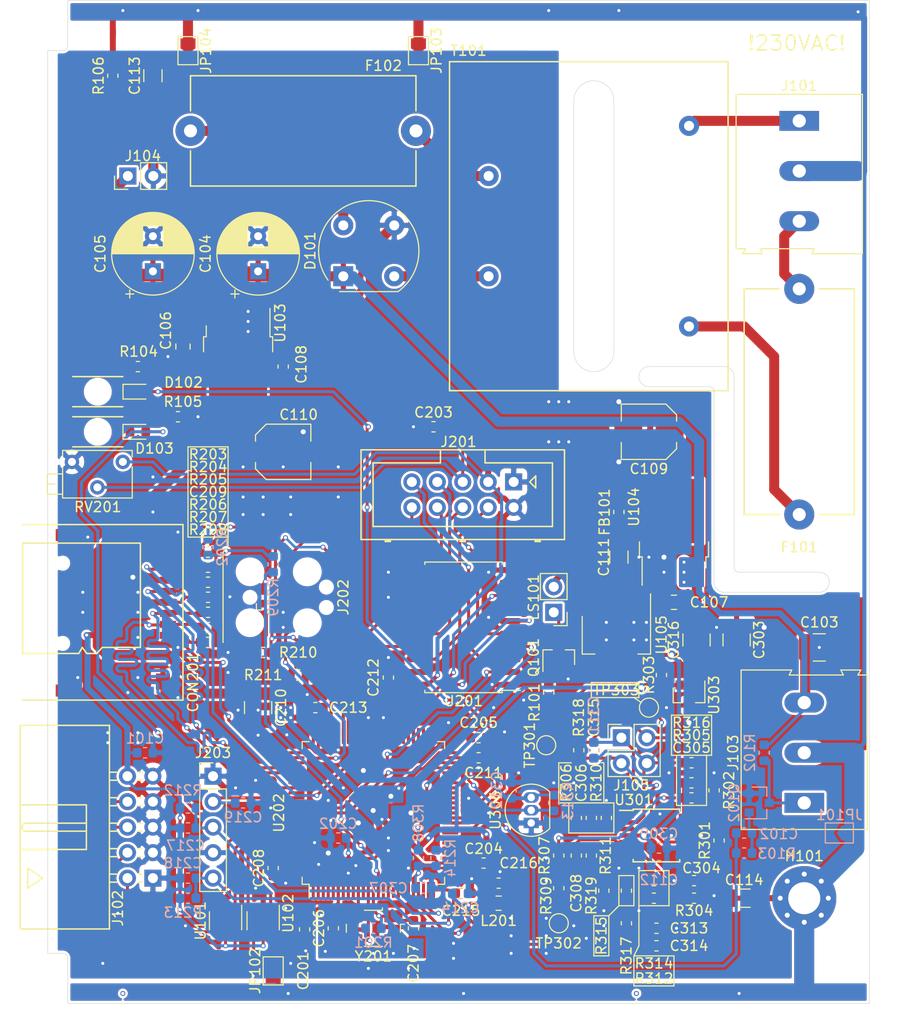
<source format=kicad_pcb>
(kicad_pcb (version 20171130) (host pcbnew 5.1.5)

  (general
    (thickness 1.6)
    (drawings 90)
    (tracks 1761)
    (zones 0)
    (modules 128)
    (nets 138)
  )

  (page A4)
  (layers
    (0 F.Cu signal)
    (31 B.Cu signal)
    (32 B.Adhes user)
    (33 F.Adhes user)
    (34 B.Paste user)
    (35 F.Paste user)
    (36 B.SilkS user)
    (37 F.SilkS user)
    (38 B.Mask user)
    (39 F.Mask user)
    (40 Dwgs.User user)
    (41 Cmts.User user)
    (42 Eco1.User user)
    (43 Eco2.User user)
    (44 Edge.Cuts user)
    (45 Margin user)
    (46 B.CrtYd user)
    (47 F.CrtYd user)
    (48 B.Fab user)
    (49 F.Fab user)
  )

  (setup
    (last_trace_width 0.25)
    (user_trace_width 0.3)
    (user_trace_width 0.4)
    (user_trace_width 0.6)
    (user_trace_width 1)
    (user_trace_width 2)
    (trace_clearance 0.2)
    (zone_clearance 0.25)
    (zone_45_only no)
    (trace_min 0.21)
    (via_size 0.5)
    (via_drill 0.3)
    (via_min_size 0.4)
    (via_min_drill 0.3)
    (user_via 0.9 0.5)
    (uvia_size 0.3)
    (uvia_drill 0.1)
    (uvias_allowed no)
    (uvia_min_size 0.2)
    (uvia_min_drill 0.1)
    (edge_width 0.05)
    (segment_width 0.2)
    (pcb_text_width 0.3)
    (pcb_text_size 1.5 1.5)
    (mod_edge_width 0.12)
    (mod_text_size 1 1)
    (mod_text_width 0.15)
    (pad_size 0.7874 0.7874)
    (pad_drill 0)
    (pad_to_mask_clearance 0.051)
    (solder_mask_min_width 0.25)
    (aux_axis_origin 13 13)
    (grid_origin 13 13)
    (visible_elements FFFFFF7F)
    (pcbplotparams
      (layerselection 0x010fc_ffffffff)
      (usegerberextensions true)
      (usegerberattributes false)
      (usegerberadvancedattributes false)
      (creategerberjobfile true)
      (excludeedgelayer true)
      (linewidth 0.100000)
      (plotframeref false)
      (viasonmask true)
      (mode 1)
      (useauxorigin false)
      (hpglpennumber 1)
      (hpglpenspeed 20)
      (hpglpendiameter 15.000000)
      (psnegative false)
      (psa4output false)
      (plotreference true)
      (plotvalue true)
      (plotinvisibletext false)
      (padsonsilk false)
      (subtractmaskfromsilk false)
      (outputformat 1)
      (mirror false)
      (drillshape 0)
      (scaleselection 1)
      (outputdirectory "gerber/"))
  )

  (net 0 "")
  (net 1 Earth)
  (net 2 GND)
  (net 3 +8V)
  (net 4 +3V3)
  (net 5 +5V)
  (net 6 /Controller/ENC1)
  (net 7 /Controller/ENC2)
  (net 8 /Controller/VREF)
  (net 9 /Controller/SW1)
  (net 10 /Frontend/FORCE+)
  (net 11 /Frontend/FORCE-)
  (net 12 /Frontend/SENS+)
  (net 13 /Frontend/SENS-)
  (net 14 /Controller/SDIO_D1)
  (net 15 /Controller/SDIO_D0)
  (net 16 /Controller/SDIO_CLK)
  (net 17 /Controller/SDIO_CMD)
  (net 18 /Controller/SDIO_D3)
  (net 19 /Controller/SDIO_D2)
  (net 20 "Net-(D102-Pad1)")
  (net 21 /Controller/TEMP_IN)
  (net 22 /L_Trafo)
  (net 23 /L_IN)
  (net 24 /N_IN)
  (net 25 /DIGIO3)
  (net 26 /DIGIO2)
  (net 27 /DIGIO1)
  (net 28 /DIGIO0)
  (net 29 /Controller/SWDIO)
  (net 30 /Controller/SWCLK)
  (net 31 /Controller/PC_RX)
  (net 32 /Controller/PC_TX)
  (net 33 /Controller/~RST)
  (net 34 "Net-(LS101-Pad1)")
  (net 35 /Controller/LCD_VO)
  (net 36 /Controller/LCD_RS)
  (net 37 /Controller/LCD_EN)
  (net 38 /Controller/LCD_D3)
  (net 39 /Controller/LCD_D0)
  (net 40 /Controller/LCD_D2)
  (net 41 /Controller/LCD_D1)
  (net 42 /Controller/FRONTEND_TEMP)
  (net 43 /OUT0)
  (net 44 /OUT3)
  (net 45 /OUT2)
  (net 46 /OUT1)
  (net 47 /Controller/VDDA)
  (net 48 +5VL)
  (net 49 /Controller/CARD_DETECT)
  (net 50 "Net-(C102-Pad2)")
  (net 51 "Net-(C306-Pad1)")
  (net 52 "Net-(C313-Pad1)")
  (net 53 "Net-(D101-Pad4)")
  (net 54 "Net-(D101-Pad2)")
  (net 55 "Net-(D103-Pad1)")
  (net 56 "Net-(F102-Pad2)")
  (net 57 "Net-(J103-Pad1)")
  (net 58 "Net-(Q101-Pad1)")
  (net 59 +3.3VA)
  (net 60 /Controller/NSS)
  (net 61 /Controller/SCK)
  (net 62 /Controller/MISO)
  (net 63 "Net-(C206-Pad1)")
  (net 64 "Net-(C207-Pad1)")
  (net 65 "Net-(C211-Pad1)")
  (net 66 "Net-(C213-Pad1)")
  (net 67 "Net-(C304-Pad2)")
  (net 68 "Net-(C304-Pad1)")
  (net 69 "Net-(C305-Pad2)")
  (net 70 "Net-(C305-Pad1)")
  (net 71 "Net-(C308-Pad2)")
  (net 72 "Net-(C308-Pad1)")
  (net 73 "Net-(J202-Pad5)")
  (net 74 "Net-(J202-Pad6)")
  (net 75 "Net-(J202-Pad8)")
  (net 76 "Net-(R311-Pad1)")
  (net 77 "Net-(R314-Pad2)")
  (net 78 "Net-(U201-Pad2)")
  (net 79 "Net-(U201-Pad4)")
  (net 80 "Net-(U201-Pad6)")
  (net 81 "Net-(U201-Pad7)")
  (net 82 "Net-(U201-Pad8)")
  (net 83 "Net-(U201-Pad9)")
  (net 84 "Net-(U201-Pad15)")
  (net 85 "Net-(U201-Pad17)")
  (net 86 "Net-(U202-Pad2)")
  (net 87 "Net-(U202-Pad3)")
  (net 88 "Net-(U202-Pad4)")
  (net 89 "Net-(U202-Pad5)")
  (net 90 "Net-(U202-Pad7)")
  (net 91 "Net-(U202-Pad8)")
  (net 92 "Net-(U202-Pad9)")
  (net 93 "Net-(U202-Pad15)")
  (net 94 "Net-(U202-Pad16)")
  (net 95 "Net-(U202-Pad17)")
  (net 96 "Net-(U202-Pad18)")
  (net 97 "Net-(U202-Pad26)")
  (net 98 "Net-(U202-Pad29)")
  (net 99 "Net-(U202-Pad32)")
  (net 100 "Net-(U202-Pad33)")
  (net 101 "Net-(U202-Pad34)")
  (net 102 "Net-(U202-Pad38)")
  (net 103 "Net-(U202-Pad39)")
  (net 104 "Net-(U202-Pad40)")
  (net 105 "Net-(U202-Pad41)")
  (net 106 "Net-(U202-Pad42)")
  (net 107 "Net-(U202-Pad43)")
  (net 108 "Net-(U202-Pad44)")
  (net 109 "Net-(U202-Pad45)")
  (net 110 "Net-(U202-Pad46)")
  (net 111 "Net-(U202-Pad51)")
  (net 112 "Net-(U202-Pad52)")
  (net 113 "Net-(U202-Pad53)")
  (net 114 "Net-(U202-Pad54)")
  (net 115 "Net-(U202-Pad59)")
  (net 116 "Net-(U202-Pad60)")
  (net 117 "Net-(U202-Pad61)")
  (net 118 "Net-(U202-Pad62)")
  (net 119 "Net-(U202-Pad63)")
  (net 120 "Net-(U202-Pad64)")
  (net 121 "Net-(U202-Pad70)")
  (net 122 "Net-(U202-Pad71)")
  (net 123 "Net-(U202-Pad77)")
  (net 124 "Net-(U202-Pad81)")
  (net 125 "Net-(U202-Pad82)")
  (net 126 "Net-(U202-Pad84)")
  (net 127 "Net-(U202-Pad86)")
  (net 128 "Net-(U202-Pad95)")
  (net 129 "Net-(U202-Pad96)")
  (net 130 "Net-(U202-Pad97)")
  (net 131 "Net-(U202-Pad98)")
  (net 132 "Net-(R319-Pad1)")
  (net 133 /Frontend/VREF_OP)
  (net 134 /DIGIO0_PROT)
  (net 135 /DIGIO1_PROT)
  (net 136 /DIGIO2_PROT)
  (net 137 /DIGIO3_PROT)

  (net_class Default "This is the default net class."
    (clearance 0.2)
    (trace_width 0.25)
    (via_dia 0.5)
    (via_drill 0.3)
    (uvia_dia 0.3)
    (uvia_drill 0.1)
    (diff_pair_width 0.21)
    (diff_pair_gap 0.25)
    (add_net +3.3VA)
    (add_net +3V3)
    (add_net +5V)
    (add_net +5VL)
    (add_net +8V)
    (add_net /Controller/CARD_DETECT)
    (add_net /Controller/ENC1)
    (add_net /Controller/ENC2)
    (add_net /Controller/FRONTEND_TEMP)
    (add_net /Controller/LCD_D0)
    (add_net /Controller/LCD_D1)
    (add_net /Controller/LCD_D2)
    (add_net /Controller/LCD_D3)
    (add_net /Controller/LCD_EN)
    (add_net /Controller/LCD_RS)
    (add_net /Controller/LCD_VO)
    (add_net /Controller/MISO)
    (add_net /Controller/NSS)
    (add_net /Controller/PC_RX)
    (add_net /Controller/PC_TX)
    (add_net /Controller/SCK)
    (add_net /Controller/SDIO_CLK)
    (add_net /Controller/SDIO_CMD)
    (add_net /Controller/SDIO_D0)
    (add_net /Controller/SDIO_D1)
    (add_net /Controller/SDIO_D2)
    (add_net /Controller/SDIO_D3)
    (add_net /Controller/SW1)
    (add_net /Controller/SWCLK)
    (add_net /Controller/SWDIO)
    (add_net /Controller/TEMP_IN)
    (add_net /Controller/VDDA)
    (add_net /Controller/VREF)
    (add_net /Controller/~RST)
    (add_net /DIGIO0)
    (add_net /DIGIO0_PROT)
    (add_net /DIGIO1)
    (add_net /DIGIO1_PROT)
    (add_net /DIGIO2)
    (add_net /DIGIO2_PROT)
    (add_net /DIGIO3)
    (add_net /DIGIO3_PROT)
    (add_net /Frontend/FORCE+)
    (add_net /Frontend/FORCE-)
    (add_net /Frontend/SENS+)
    (add_net /Frontend/SENS-)
    (add_net /Frontend/VREF_OP)
    (add_net /OUT0)
    (add_net /OUT1)
    (add_net /OUT2)
    (add_net /OUT3)
    (add_net Earth)
    (add_net GND)
    (add_net "Net-(C102-Pad2)")
    (add_net "Net-(C206-Pad1)")
    (add_net "Net-(C207-Pad1)")
    (add_net "Net-(C211-Pad1)")
    (add_net "Net-(C213-Pad1)")
    (add_net "Net-(C304-Pad1)")
    (add_net "Net-(C304-Pad2)")
    (add_net "Net-(C305-Pad1)")
    (add_net "Net-(C305-Pad2)")
    (add_net "Net-(C306-Pad1)")
    (add_net "Net-(C308-Pad1)")
    (add_net "Net-(C308-Pad2)")
    (add_net "Net-(C313-Pad1)")
    (add_net "Net-(D101-Pad2)")
    (add_net "Net-(D101-Pad4)")
    (add_net "Net-(D102-Pad1)")
    (add_net "Net-(D103-Pad1)")
    (add_net "Net-(F102-Pad2)")
    (add_net "Net-(J103-Pad1)")
    (add_net "Net-(J202-Pad5)")
    (add_net "Net-(J202-Pad6)")
    (add_net "Net-(J202-Pad8)")
    (add_net "Net-(LS101-Pad1)")
    (add_net "Net-(Q101-Pad1)")
    (add_net "Net-(R311-Pad1)")
    (add_net "Net-(R314-Pad2)")
    (add_net "Net-(R319-Pad1)")
    (add_net "Net-(U201-Pad15)")
    (add_net "Net-(U201-Pad17)")
    (add_net "Net-(U201-Pad2)")
    (add_net "Net-(U201-Pad4)")
    (add_net "Net-(U201-Pad6)")
    (add_net "Net-(U201-Pad7)")
    (add_net "Net-(U201-Pad8)")
    (add_net "Net-(U201-Pad9)")
    (add_net "Net-(U202-Pad15)")
    (add_net "Net-(U202-Pad16)")
    (add_net "Net-(U202-Pad17)")
    (add_net "Net-(U202-Pad18)")
    (add_net "Net-(U202-Pad2)")
    (add_net "Net-(U202-Pad26)")
    (add_net "Net-(U202-Pad29)")
    (add_net "Net-(U202-Pad3)")
    (add_net "Net-(U202-Pad32)")
    (add_net "Net-(U202-Pad33)")
    (add_net "Net-(U202-Pad34)")
    (add_net "Net-(U202-Pad38)")
    (add_net "Net-(U202-Pad39)")
    (add_net "Net-(U202-Pad4)")
    (add_net "Net-(U202-Pad40)")
    (add_net "Net-(U202-Pad41)")
    (add_net "Net-(U202-Pad42)")
    (add_net "Net-(U202-Pad43)")
    (add_net "Net-(U202-Pad44)")
    (add_net "Net-(U202-Pad45)")
    (add_net "Net-(U202-Pad46)")
    (add_net "Net-(U202-Pad5)")
    (add_net "Net-(U202-Pad51)")
    (add_net "Net-(U202-Pad52)")
    (add_net "Net-(U202-Pad53)")
    (add_net "Net-(U202-Pad54)")
    (add_net "Net-(U202-Pad59)")
    (add_net "Net-(U202-Pad60)")
    (add_net "Net-(U202-Pad61)")
    (add_net "Net-(U202-Pad62)")
    (add_net "Net-(U202-Pad63)")
    (add_net "Net-(U202-Pad64)")
    (add_net "Net-(U202-Pad7)")
    (add_net "Net-(U202-Pad70)")
    (add_net "Net-(U202-Pad71)")
    (add_net "Net-(U202-Pad77)")
    (add_net "Net-(U202-Pad8)")
    (add_net "Net-(U202-Pad81)")
    (add_net "Net-(U202-Pad82)")
    (add_net "Net-(U202-Pad84)")
    (add_net "Net-(U202-Pad86)")
    (add_net "Net-(U202-Pad9)")
    (add_net "Net-(U202-Pad95)")
    (add_net "Net-(U202-Pad96)")
    (add_net "Net-(U202-Pad97)")
    (add_net "Net-(U202-Pad98)")
  )

  (net_class HV ""
    (clearance 2.55)
    (trace_width 1)
    (via_dia 0.5)
    (via_drill 0.3)
    (uvia_dia 0.3)
    (uvia_drill 0.1)
    (diff_pair_width 0.21)
    (diff_pair_gap 0.25)
    (add_net /L_IN)
    (add_net /L_Trafo)
    (add_net /N_IN)
  )

  (module shimatta_artwork:shimatta_kanji_20mm_solder_mask (layer B.Cu) (tedit 0) (tstamp 5E4C6208)
    (at 41.5 29.75 180)
    (fp_text reference G*** (at 0 0) (layer B.SilkS) hide
      (effects (font (size 1.524 1.524) (thickness 0.3)) (justify mirror))
    )
    (fp_text value LOGO (at 0.75 0) (layer B.SilkS) hide
      (effects (font (size 1.524 1.524) (thickness 0.3)) (justify mirror))
    )
    (fp_poly (pts (xy 9.428791 1.753801) (xy 9.567761 1.731641) (xy 9.667206 1.700045) (xy 9.761697 1.645722)
      (xy 9.822989 1.576357) (xy 9.855813 1.486306) (xy 9.858368 1.471966) (xy 9.862124 1.413942)
      (xy 9.846144 1.369373) (xy 9.819335 1.333673) (xy 9.781378 1.29583) (xy 9.735384 1.267393)
      (xy 9.673178 1.245282) (xy 9.586585 1.22642) (xy 9.495693 1.211812) (xy 9.397389 1.192146)
      (xy 9.273374 1.159472) (xy 9.133481 1.117016) (xy 8.987545 1.068002) (xy 8.845399 1.015655)
      (xy 8.716878 0.963201) (xy 8.66136 0.938204) (xy 8.588402 0.904309) (xy 8.53008 0.87777)
      (xy 8.494468 0.862231) (xy 8.487445 0.859693) (xy 8.474447 0.874529) (xy 8.460842 0.897485)
      (xy 8.444687 0.930782) (xy 8.440616 0.943057) (xy 8.456761 0.954676) (xy 8.501708 0.982387)
      (xy 8.57022 1.023082) (xy 8.657065 1.073654) (xy 8.757007 1.130996) (xy 8.763 1.13441)
      (xy 8.863594 1.192303) (xy 8.951369 1.243987) (xy 9.021081 1.286279) (xy 9.067485 1.315993)
      (xy 9.085336 1.329944) (xy 9.085385 1.330186) (xy 9.067291 1.336709) (xy 9.018671 1.344245)
      (xy 8.948012 1.351635) (xy 8.900733 1.355366) (xy 8.814954 1.359677) (xy 8.732203 1.359467)
      (xy 8.645159 1.353943) (xy 8.546496 1.342311) (xy 8.428892 1.323781) (xy 8.285022 1.297558)
      (xy 8.181769 1.277551) (xy 8.087012 1.260086) (xy 8.005697 1.247289) (xy 7.945677 1.240239)
      (xy 7.914804 1.240013) (xy 7.913115 1.240669) (xy 7.898633 1.267289) (xy 7.893539 1.306485)
      (xy 7.896969 1.33375) (xy 7.911797 1.356509) (xy 7.94483 1.38016) (xy 8.002873 1.410101)
      (xy 8.054731 1.434343) (xy 8.259047 1.524345) (xy 8.450867 1.601035) (xy 8.623126 1.661725)
      (xy 8.754126 1.700075) (xy 8.923632 1.734862) (xy 9.098237 1.755411) (xy 9.269453 1.761724)
      (xy 9.428791 1.753801)) (layer B.Mask) (width 0.01))
    (fp_poly (pts (xy 3.301209 1.629772) (xy 3.455957 1.617452) (xy 3.586106 1.595662) (xy 3.620461 1.586813)
      (xy 3.799648 1.524806) (xy 3.949231 1.448506) (xy 4.077466 1.353305) (xy 4.132385 1.301052)
      (xy 4.252335 1.152355) (xy 4.336366 0.989866) (xy 4.383796 0.816683) (xy 4.393941 0.635903)
      (xy 4.366121 0.450625) (xy 4.339226 0.361417) (xy 4.262261 0.200227) (xy 4.150017 0.051266)
      (xy 4.004678 -0.084345) (xy 3.828431 -0.205486) (xy 3.62346 -0.311038) (xy 3.39195 -0.399881)
      (xy 3.136087 -0.470894) (xy 2.858055 -0.522959) (xy 2.56004 -0.554955) (xy 2.54977 -0.555664)
      (xy 2.452095 -0.562584) (xy 2.352045 -0.570151) (xy 2.268301 -0.576945) (xy 2.254251 -0.578165)
      (xy 2.188341 -0.583117) (xy 2.151245 -0.581066) (xy 2.132887 -0.568837) (xy 2.123191 -0.543254)
      (xy 2.121415 -0.536295) (xy 2.114131 -0.495637) (xy 2.115569 -0.476534) (xy 2.13681 -0.470214)
      (xy 2.187543 -0.459437) (xy 2.258697 -0.446062) (xy 2.29725 -0.439298) (xy 2.600453 -0.375807)
      (xy 2.872729 -0.294923) (xy 3.113188 -0.197142) (xy 3.32094 -0.082957) (xy 3.495097 0.047136)
      (xy 3.634767 0.192644) (xy 3.739062 0.353072) (xy 3.745332 0.365489) (xy 3.799796 0.510355)
      (xy 3.824701 0.659415) (xy 3.821806 0.807143) (xy 3.792865 0.948013) (xy 3.739637 1.0765)
      (xy 3.663877 1.187078) (xy 3.567342 1.274223) (xy 3.451789 1.332407) (xy 3.436387 1.337282)
      (xy 3.329785 1.358) (xy 3.20153 1.366318) (xy 3.067026 1.362231) (xy 2.941678 1.345736)
      (xy 2.904282 1.337402) (xy 2.791716 1.300662) (xy 2.655402 1.242376) (xy 2.501756 1.165846)
      (xy 2.337192 1.074371) (xy 2.168124 0.971251) (xy 2.077079 0.911797) (xy 1.982701 0.849482)
      (xy 1.897066 0.794483) (xy 1.826482 0.750731) (xy 1.777255 0.722158) (xy 1.758369 0.713125)
      (xy 1.705349 0.713823) (xy 1.63319 0.738937) (xy 1.548908 0.783847) (xy 1.459517 0.843935)
      (xy 1.372034 0.914582) (xy 1.293475 0.991171) (xy 1.242341 1.052831) (xy 1.177176 1.155524)
      (xy 1.145756 1.240689) (xy 1.147669 1.309786) (xy 1.161677 1.339812) (xy 1.188745 1.371855)
      (xy 1.220071 1.383574) (xy 1.263202 1.374056) (xy 1.325686 1.342389) (xy 1.372393 1.314365)
      (xy 1.441864 1.275343) (xy 1.503115 1.252904) (xy 1.564969 1.2473) (xy 1.636248 1.25878)
      (xy 1.725773 1.287594) (xy 1.825982 1.32721) (xy 2.072117 1.421167) (xy 2.322841 1.502936)
      (xy 2.562838 1.567664) (xy 2.638504 1.584763) (xy 2.79051 1.610116) (xy 2.958372 1.626082)
      (xy 3.131976 1.632641) (xy 3.301209 1.629772)) (layer B.Mask) (width 0.01))
    (fp_poly (pts (xy -7.16573 3.644015) (xy -7.030481 3.628399) (xy -6.898306 3.608454) (xy -6.778602 3.585917)
      (xy -6.680766 3.562522) (xy -6.623226 3.543826) (xy -6.552282 3.503627) (xy -6.518969 3.457096)
      (xy -6.523039 3.407494) (xy -6.564241 3.35808) (xy -6.640956 3.312726) (xy -6.72123 3.276527)
      (xy -6.72123 1.953846) (xy -6.101652 1.953846) (xy -5.908326 2.177929) (xy -5.839612 2.256002)
      (xy -5.778657 2.322318) (xy -5.730438 2.371689) (xy -5.69993 2.398925) (xy -5.692898 2.402621)
      (xy -5.671923 2.389825) (xy -5.628642 2.354137) (xy -5.568405 2.300274) (xy -5.496558 2.232952)
      (xy -5.455081 2.19292) (xy -5.35528 2.092389) (xy -5.284164 2.012661) (xy -5.239564 1.950558)
      (xy -5.219311 1.902903) (xy -5.221236 1.866519) (xy -5.225852 1.857265) (xy -5.248293 1.85113)
      (xy -5.307629 1.846089) (xy -5.404272 1.842132) (xy -5.538636 1.839247) (xy -5.711135 1.837422)
      (xy -5.922182 1.836647) (xy -5.979922 1.836616) (xy -6.72123 1.836616) (xy -6.72123 -0.566615)
      (xy -6.259971 -0.566615) (xy -6.067574 -0.351692) (xy -5.999081 -0.276106) (xy -5.939554 -0.212155)
      (xy -5.893885 -0.164964) (xy -5.866969 -0.139654) (xy -5.862279 -0.136769) (xy -5.839937 -0.14918)
      (xy -5.795385 -0.182731) (xy -5.73498 -0.231894) (xy -5.665077 -0.291144) (xy -5.592032 -0.354955)
      (xy -5.522202 -0.417801) (xy -5.461942 -0.474155) (xy -5.417609 -0.518492) (xy -5.400017 -0.538674)
      (xy -5.367005 -0.588512) (xy -5.35926 -0.622387) (xy -5.366651 -0.641654) (xy -5.372793 -0.647595)
      (xy -5.384916 -0.652791) (xy -5.405554 -0.657303) (xy -5.437241 -0.661191) (xy -5.48251 -0.664515)
      (xy -5.543894 -0.667336) (xy -5.623926 -0.669713) (xy -5.725141 -0.671708) (xy -5.85007 -0.67338)
      (xy -6.001248 -0.67479) (xy -6.181207 -0.675998) (xy -6.392482 -0.677065) (xy -6.637605 -0.67805)
      (xy -6.919109 -0.679015) (xy -6.938394 -0.679077) (xy -7.220887 -0.67997) (xy -7.466876 -0.680669)
      (xy -7.678931 -0.681118) (xy -7.859624 -0.681261) (xy -8.011528 -0.681044) (xy -8.137214 -0.680411)
      (xy -8.239254 -0.679306) (xy -8.32022 -0.677674) (xy -8.382682 -0.67546) (xy -8.429214 -0.672608)
      (xy -8.462386 -0.669064) (xy -8.484771 -0.664771) (xy -8.49894 -0.659674) (xy -8.507465 -0.653718)
      (xy -8.512918 -0.646848) (xy -8.513997 -0.64515) (xy -8.533273 -0.606511) (xy -8.538307 -0.586419)
      (xy -8.518898 -0.580182) (xy -8.461154 -0.575092) (xy -8.365801 -0.571172) (xy -8.233566 -0.568445)
      (xy -8.065175 -0.566936) (xy -7.922846 -0.566615) (xy -7.307384 -0.566615) (xy -7.307384 1.836616)
      (xy -8.514275 1.836616) (xy -8.54583 1.884774) (xy -8.568455 1.922492) (xy -8.577384 1.94339)
      (xy -8.558611 1.94591) (xy -8.505349 1.948213) (xy -8.422187 1.950221) (xy -8.313714 1.951859)
      (xy -8.184518 1.953052) (xy -8.039187 1.953724) (xy -7.942384 1.953846) (xy -7.307384 1.953846)
      (xy -7.307384 3.657659) (xy -7.16573 3.644015)) (layer B.Mask) (width 0.01))
    (fp_poly (pts (xy 7.808064 0.395873) (xy 7.820909 0.35155) (xy 7.81349 0.27581) (xy 7.803742 0.231615)
      (xy 7.785801 0.109096) (xy 7.79887 0.006839) (xy 7.843916 -0.079884) (xy 7.874635 -0.11486)
      (xy 7.967303 -0.181671) (xy 8.093926 -0.23155) (xy 8.253218 -0.264447) (xy 8.443892 -0.280312)
      (xy 8.664663 -0.279096) (xy 8.914245 -0.260749) (xy 9.19135 -0.225221) (xy 9.47304 -0.176639)
      (xy 9.611859 -0.155568) (xy 9.723564 -0.15229) (xy 9.816229 -0.167606) (xy 9.89793 -0.202316)
      (xy 9.929424 -0.22186) (xy 9.997696 -0.283212) (xy 10.032198 -0.356505) (xy 10.037036 -0.450516)
      (xy 10.036934 -0.451773) (xy 10.019551 -0.537125) (xy 9.981122 -0.60896) (xy 9.919239 -0.66821)
      (xy 9.831497 -0.71581) (xy 9.715488 -0.752696) (xy 9.568805 -0.779801) (xy 9.389042 -0.79806)
      (xy 9.173792 -0.808407) (xy 9.114693 -0.809856) (xy 8.994114 -0.811858) (xy 8.883467 -0.812804)
      (xy 8.790078 -0.812701) (xy 8.721276 -0.811557) (xy 8.684846 -0.809444) (xy 8.638883 -0.803365)
      (xy 8.56704 -0.794119) (xy 8.482217 -0.783361) (xy 8.450385 -0.779361) (xy 8.230894 -0.738915)
      (xy 8.04091 -0.676709) (xy 7.881353 -0.593495) (xy 7.753145 -0.490023) (xy 7.657211 -0.367045)
      (xy 7.59447 -0.225311) (xy 7.565847 -0.065574) (xy 7.565408 -0.058531) (xy 7.562448 0.025892)
      (xy 7.566924 0.087191) (xy 7.581292 0.141001) (xy 7.605759 0.198179) (xy 7.643881 0.268184)
      (xy 7.687847 0.332317) (xy 7.730734 0.381887) (xy 7.765619 0.408201) (xy 7.774706 0.410308)
      (xy 7.808064 0.395873)) (layer B.Mask) (width 0.01))
    (fp_poly (pts (xy 7.338145 3.474443) (xy 7.446892 3.440014) (xy 7.562991 3.388053) (xy 7.677402 3.323667)
      (xy 7.781082 3.251965) (xy 7.864989 3.178057) (xy 7.920082 3.10705) (xy 7.921507 3.104439)
      (xy 7.959244 3.03404) (xy 7.81893 2.730595) (xy 7.772867 2.630313) (xy 7.733158 2.542594)
      (xy 7.702487 2.473468) (xy 7.683536 2.428966) (xy 7.678616 2.415191) (xy 7.695962 2.405068)
      (xy 7.743645 2.406271) (xy 7.815129 2.417185) (xy 7.903879 2.436192) (xy 8.00336 2.461677)
      (xy 8.107037 2.492023) (xy 8.208376 2.525615) (xy 8.30084 2.560835) (xy 8.344716 2.579933)
      (xy 8.438434 2.621079) (xy 8.508671 2.645305) (xy 8.566225 2.654449) (xy 8.621897 2.650345)
      (xy 8.679355 2.636833) (xy 8.767704 2.597385) (xy 8.837863 2.537316) (xy 8.884673 2.464285)
      (xy 8.902974 2.385949) (xy 8.892236 2.320845) (xy 8.849581 2.26) (xy 8.770149 2.200807)
      (xy 8.656228 2.144019) (xy 8.510109 2.090391) (xy 8.334081 2.040674) (xy 8.130434 1.995624)
      (xy 7.901456 1.955991) (xy 7.699682 1.928463) (xy 7.496055 1.903717) (xy 7.064105 0.624589)
      (xy 6.991253 0.40925) (xy 6.921584 0.204081) (xy 6.856174 0.012201) (xy 6.796095 -0.163273)
      (xy 6.742424 -0.319225) (xy 6.696235 -0.452538) (xy 6.658603 -0.560093) (xy 6.630602 -0.638775)
      (xy 6.613307 -0.685467) (xy 6.608432 -0.696984) (xy 6.548196 -0.768353) (xy 6.468858 -0.809727)
      (xy 6.379028 -0.81866) (xy 6.287319 -0.792703) (xy 6.281659 -0.789834) (xy 6.183737 -0.719536)
      (xy 6.117645 -0.627018) (xy 6.082975 -0.511562) (xy 6.077082 -0.429846) (xy 6.088269 -0.329409)
      (xy 6.12395 -0.222844) (xy 6.186639 -0.104136) (xy 6.259078 0.005238) (xy 6.317058 0.092554)
      (xy 6.37418 0.190956) (xy 6.432946 0.305617) (xy 6.495859 0.44171) (xy 6.565422 0.604407)
      (xy 6.644137 0.798883) (xy 6.649058 0.811302) (xy 6.698576 0.937705) (xy 6.750645 1.072924)
      (xy 6.803388 1.211851) (xy 6.854927 1.349379) (xy 6.903383 1.480396) (xy 6.94688 1.599796)
      (xy 6.983539 1.702469) (xy 7.011482 1.783306) (xy 7.028831 1.837198) (xy 7.033846 1.858104)
      (xy 7.015345 1.865235) (xy 6.963909 1.870215) (xy 6.885638 1.872683) (xy 6.792451 1.87238)
      (xy 6.689343 1.871214) (xy 6.615634 1.872673) (xy 6.561671 1.878103) (xy 6.517798 1.888851)
      (xy 6.474359 1.906264) (xy 6.44321 1.921096) (xy 6.324196 1.997966) (xy 6.220716 2.100695)
      (xy 6.142416 2.218832) (xy 6.1184 2.273068) (xy 6.087796 2.371327) (xy 6.076374 2.446686)
      (xy 6.082596 2.496419) (xy 6.104926 2.5178) (xy 6.141826 2.508101) (xy 6.19176 2.464595)
      (xy 6.212598 2.440172) (xy 6.281896 2.36957) (xy 6.361104 2.322749) (xy 6.458762 2.296368)
      (xy 6.583409 2.287084) (xy 6.604 2.286959) (xy 6.716122 2.289109) (xy 6.828914 2.294912)
      (xy 6.935173 2.303596) (xy 7.027694 2.314386) (xy 7.099275 2.326512) (xy 7.142712 2.339199)
      (xy 7.151763 2.345725) (xy 7.1613 2.373411) (xy 7.176626 2.431585) (xy 7.196021 2.512388)
      (xy 7.217765 2.607958) (xy 7.240139 2.710436) (xy 7.261423 2.81196) (xy 7.279899 2.904671)
      (xy 7.293846 2.980708) (xy 7.301117 3.028483) (xy 7.305167 3.07497) (xy 7.300115 3.108973)
      (xy 7.280462 3.141407) (xy 7.240706 3.183187) (xy 7.206953 3.215357) (xy 7.150084 3.267171)
      (xy 7.09965 3.309796) (xy 7.066126 3.334399) (xy 7.06502 3.335032) (xy 7.038815 3.363839)
      (xy 7.044428 3.397789) (xy 7.075931 3.431923) (xy 7.127394 3.461282) (xy 7.192887 3.480906)
      (xy 7.245794 3.486229) (xy 7.338145 3.474443)) (layer B.Mask) (width 0.01))
    (fp_poly (pts (xy -8.900627 3.686148) (xy -8.842414 3.668288) (xy -8.764568 3.642197) (xy -8.675465 3.610881)
      (xy -8.583481 3.577349) (xy -8.496994 3.544605) (xy -8.42438 3.515659) (xy -8.374017 3.493516)
      (xy -8.369508 3.491277) (xy -8.277195 3.438216) (xy -8.22267 3.390903) (xy -8.205385 3.347504)
      (xy -8.224792 3.306186) (xy -8.280344 3.265118) (xy -8.298961 3.255113) (xy -8.337113 3.234353)
      (xy -8.366557 3.21267) (xy -8.391987 3.183218) (xy -8.418101 3.139156) (xy -8.449593 3.073639)
      (xy -8.491159 2.979825) (xy -8.496937 2.966591) (xy -8.548331 2.852563) (xy -8.610388 2.720528)
      (xy -8.675268 2.586898) (xy -8.734797 2.468728) (xy -8.867489 2.21184) (xy -8.771283 2.152035)
      (xy -8.705668 2.103264) (xy -8.677637 2.059887) (xy -8.68668 2.018576) (xy -8.732288 1.976008)
      (xy -8.743219 1.96868) (xy -8.811362 1.924539) (xy -8.811738 0.517769) (xy -8.812113 -0.889)
      (xy -8.875479 -0.932013) (xy -8.977934 -0.988548) (xy -9.088107 -1.027523) (xy -9.195323 -1.046531)
      (xy -9.288907 -1.043165) (xy -9.32473 -1.033329) (xy -9.378461 -1.012743) (xy -9.378461 1.510364)
      (xy -9.568961 1.326369) (xy -9.685083 1.216199) (xy -9.784302 1.126131) (xy -9.86423 1.058185)
      (xy -9.92248 1.014379) (xy -9.956663 0.99673) (xy -9.95935 0.996462) (xy -9.988083 1.009886)
      (xy -10.000622 1.022071) (xy -10.00528 1.043101) (xy -9.992716 1.079674) (xy -9.960495 1.137038)
      (xy -9.914008 1.208794) (xy -9.717402 1.5262) (xy -9.533424 1.87007) (xy -9.367953 2.228378)
      (xy -9.226866 2.589099) (xy -9.196588 2.676769) (xy -9.157165 2.800379) (xy -9.115688 2.941245)
      (xy -9.07447 3.09045) (xy -9.035823 3.239075) (xy -9.002058 3.3782) (xy -8.975488 3.498907)
      (xy -8.958423 3.592278) (xy -8.957301 3.599962) (xy -8.947157 3.653955) (xy -8.93604 3.687421)
      (xy -8.930828 3.692769) (xy -8.900627 3.686148)) (layer B.Mask) (width 0.01))
    (fp_poly (pts (xy -3.838788 3.688729) (xy -3.763989 3.677918) (xy -3.672419 3.662305) (xy -3.574363 3.643857)
      (xy -3.48011 3.624543) (xy -3.399947 3.60633) (xy -3.344161 3.591186) (xy -3.331315 3.58657)
      (xy -3.283233 3.56018) (xy -3.253133 3.532073) (xy -3.250693 3.527326) (xy -3.253676 3.486941)
      (xy -3.283652 3.446101) (xy -3.321955 3.42193) (xy -3.347355 3.402506) (xy -3.390898 3.360148)
      (xy -3.445625 3.301872) (xy -3.484542 3.258039) (xy -3.616047 3.106616) (xy -1.188916 3.106616)
      (xy -0.994443 3.287346) (xy -0.921758 3.354128) (xy -0.85857 3.410747) (xy -0.810709 3.452087)
      (xy -0.784001 3.473031) (xy -0.781309 3.474482) (xy -0.757945 3.465597) (xy -0.712937 3.435671)
      (xy -0.653194 3.390341) (xy -0.585627 3.335241) (xy -0.517146 3.276008) (xy -0.454661 3.218278)
      (xy -0.405081 3.167687) (xy -0.404892 3.167477) (xy -0.364427 3.117627) (xy -0.338018 3.075387)
      (xy -0.332154 3.05723) (xy -0.345696 3.029063) (xy -0.38818 3.008895) (xy -0.462393 2.996103)
      (xy -0.571123 2.990066) (xy -0.636272 2.989385) (xy -0.840154 2.989385) (xy -0.840154 2.637693)
      (xy -0.839955 2.512617) (xy -0.838973 2.421319) (xy -0.836633 2.358498) (xy -0.832357 2.318856)
      (xy -0.82557 2.297091) (xy -0.815693 2.287906) (xy -0.802152 2.286001) (xy -0.801892 2.286)
      (xy -0.773311 2.298192) (xy -0.722344 2.331537) (xy -0.655775 2.381192) (xy -0.580392 2.442311)
      (xy -0.566873 2.453762) (xy -0.370116 2.621524) (xy -0.20152 2.487954) (xy -0.101103 2.405863)
      (xy -0.030828 2.341836) (xy 0.011944 2.292668) (xy 0.029851 2.255153) (xy 0.025534 2.226085)
      (xy 0.020288 2.218518) (xy 0.006592 2.208305) (xy -0.018542 2.20062) (xy -0.060041 2.195127)
      (xy -0.122832 2.19149) (xy -0.211843 2.189373) (xy -0.332 2.18844) (xy -0.422469 2.188308)
      (xy -0.840154 2.188308) (xy -0.840154 1.593302) (xy -0.685062 1.747483) (xy -0.529971 1.901665)
      (xy -0.416892 1.825179) (xy -0.334867 1.765382) (xy -0.256268 1.70045) (xy -0.186709 1.635942)
      (xy -0.131801 1.577421) (xy -0.097158 1.530448) (xy -0.088391 1.500584) (xy -0.088624 1.499911)
      (xy -0.098691 1.482757) (xy -0.117225 1.469664) (xy -0.149019 1.460093) (xy -0.198863 1.453502)
      (xy -0.271551 1.449351) (xy -0.371876 1.4471) (xy -0.504628 1.446209) (xy -0.565638 1.446113)
      (xy -0.700559 1.445507) (xy -0.800136 1.443739) (xy -0.868095 1.440561) (xy -0.908159 1.435727)
      (xy -0.924051 1.428988) (xy -0.922215 1.4224) (xy -0.89994 1.378095) (xy -0.914959 1.330448)
      (xy -0.957384 1.289539) (xy -1.016 1.247801) (xy -1.016 0.840154) (xy -0.954763 0.840154)
      (xy -0.922588 0.845115) (xy -0.885404 0.862752) (xy -0.837186 0.897197) (xy -0.771906 0.952581)
      (xy -0.712938 1.005923) (xy -0.532349 1.171691) (xy -0.437136 1.100731) (xy -0.362212 1.041551)
      (xy -0.288135 0.97735) (xy -0.223006 0.915706) (xy -0.174925 0.864198) (xy -0.154843 0.836626)
      (xy -0.150378 0.797665) (xy -0.167511 0.773126) (xy -0.183248 0.762647) (xy -0.210018 0.754793)
      (xy -0.252898 0.749212) (xy -0.316961 0.745549) (xy -0.407281 0.743451) (xy -0.528932 0.742563)
      (xy -0.607088 0.742462) (xy -1.016 0.742462) (xy -1.016 0) (xy -0.777399 0)
      (xy -0.593867 0.168471) (xy -0.410335 0.336941) (xy -0.301582 0.271047) (xy -0.201402 0.206185)
      (xy -0.109722 0.139119) (xy -0.033314 0.075413) (xy 0.021051 0.020627) (xy 0.044043 -0.012866)
      (xy 0.055086 -0.042142) (xy 0.056136 -0.065393) (xy 0.043528 -0.083305) (xy 0.013598 -0.096568)
      (xy -0.037319 -0.10587) (xy -0.11289 -0.111899) (xy -0.216779 -0.115343) (xy -0.352651 -0.11689)
      (xy -0.511734 -0.117231) (xy -1.016 -0.117231) (xy -1.016 -0.933208) (xy -1.087506 -0.987749)
      (xy -1.185199 -1.046446) (xy -1.289837 -1.082616) (xy -1.390375 -1.093543) (xy -1.465384 -1.080594)
      (xy -1.489548 -1.069612) (xy -1.508164 -1.052924) (xy -1.52195 -1.025778) (xy -1.531624 -0.983425)
      (xy -1.537903 -0.921114) (xy -1.541504 -0.834094) (xy -1.543143 -0.717615) (xy -1.543538 -0.566926)
      (xy -1.543538 -0.117231) (xy -2.789505 -0.117231) (xy -2.82106 -0.069072) (xy -2.843686 -0.031355)
      (xy -2.852615 -0.010456) (xy -2.834363 -0.00634) (xy -2.784749 -0.002986) (xy -2.711487 -0.000754)
      (xy -2.627923 0) (xy -2.40323 0) (xy -2.40323 0.742462) (xy -1.914769 0.742462)
      (xy -1.914769 0) (xy -1.543538 0) (xy -1.543538 0.742462) (xy -1.914769 0.742462)
      (xy -2.40323 0.742462) (xy -2.40323 1.051715) (xy -2.139645 0.945934) (xy -2.033634 0.903981)
      (xy -1.954204 0.874855) (xy -1.891918 0.856232) (xy -1.837336 0.845789) (xy -1.781019 0.841205)
      (xy -1.713529 0.840155) (xy -1.709799 0.840154) (xy -1.543538 0.840154) (xy -1.543538 1.445846)
      (xy -3.269734 1.445846) (xy -3.22478 1.397994) (xy -3.193696 1.350921) (xy -3.198734 1.311521)
      (xy -3.241062 1.276826) (xy -3.279299 1.259217) (xy -3.347723 1.215489) (xy -3.4213 1.139132)
      (xy -3.495173 1.035289) (xy -3.50324 1.022193) (xy -3.50304 1.010874) (xy -3.482699 1.003292)
      (xy -3.43701 0.998804) (xy -3.360771 0.996771) (xy -3.294315 0.996462) (xy -3.069766 0.996462)
      (xy -2.950823 1.106582) (xy -2.895677 1.15606) (xy -2.852243 1.192072) (xy -2.827588 1.208869)
      (xy -2.824715 1.209159) (xy -2.775384 1.154537) (xy -2.715674 1.084446) (xy -2.65204 1.006947)
      (xy -2.590935 0.9301) (xy -2.538814 0.861967) (xy -2.50213 0.810608) (xy -2.490487 0.791713)
      (xy -2.452077 0.719495) (xy -2.542253 0.638171) (xy -2.598689 0.57774) (xy -2.65799 0.499338)
      (xy -2.704546 0.424704) (xy -2.842318 0.207282) (xy -3.014183 -0.00561) (xy -3.215158 -0.209415)
      (xy -3.44026 -0.399573) (xy -3.684505 -0.571526) (xy -3.942909 -0.720716) (xy -3.974162 -0.736637)
      (xy -4.088406 -0.791489) (xy -4.208145 -0.844587) (xy -4.327462 -0.893763) (xy -4.440437 -0.936849)
      (xy -4.541154 -0.971675) (xy -4.623693 -0.996074) (xy -4.682137 -1.007877) (xy -4.709202 -1.005963)
      (xy -4.726996 -0.984631) (xy -4.71758 -0.956615) (xy -4.678522 -0.919173) (xy -4.607392 -0.86956)
      (xy -4.56464 -0.842757) (xy -4.403132 -0.737602) (xy -4.233187 -0.616258) (xy -4.067544 -0.488347)
      (xy -3.91894 -0.36349) (xy -3.863308 -0.313004) (xy -3.787703 -0.240715) (xy -3.739805 -0.190202)
      (xy -3.71731 -0.15821) (xy -3.717915 -0.141484) (xy -3.738587 -0.136769) (xy -3.78107 -0.117287)
      (xy -3.820654 -0.058853) (xy -3.857328 0.038514) (xy -3.871525 0.089701) (xy -3.906815 0.207959)
      (xy -3.947742 0.313481) (xy -3.990003 0.395869) (xy -4.010335 0.425196) (xy -4.029312 0.433861)
      (xy -4.061027 0.420594) (xy -4.112434 0.382371) (xy -4.11651 0.379044) (xy -4.166128 0.339461)
      (xy -4.23756 0.283857) (xy -4.321297 0.219579) (xy -4.407831 0.15397) (xy -4.408814 0.15323)
      (xy -4.496386 0.088548) (xy -4.558755 0.045947) (xy -4.600856 0.02263) (xy -4.627622 0.015805)
      (xy -4.642198 0.021044) (xy -4.665668 0.047567) (xy -4.669692 0.058518) (xy -4.658211 0.07954)
      (xy -4.627685 0.122519) (xy -4.583988 0.179311) (xy -4.569226 0.197779) (xy -4.448299 0.358015)
      (xy -4.322846 0.542513) (xy -4.294865 0.58749) (xy -3.890508 0.58749) (xy -3.8356 0.575698)
      (xy -3.688792 0.528463) (xy -3.57184 0.456138) (xy -3.484484 0.358533) (xy -3.448301 0.292551)
      (xy -3.426045 0.245503) (xy -3.410989 0.217928) (xy -3.408245 0.214923) (xy -3.396203 0.230153)
      (xy -3.368988 0.270413) (xy -3.33208 0.327556) (xy -3.325327 0.338219) (xy -3.293209 0.392001)
      (xy -3.252585 0.464244) (xy -3.207346 0.547503) (xy -3.16138 0.634332) (xy -3.118577 0.717286)
      (xy -3.082827 0.788919) (xy -3.058019 0.841786) (xy -3.048042 0.86844) (xy -3.048 0.869107)
      (xy -3.066402 0.872598) (xy -3.117068 0.875439) (xy -3.193188 0.877413) (xy -3.287952 0.878303)
      (xy -3.336192 0.878288) (xy -3.624384 0.877345) (xy -3.757446 0.732417) (xy -3.890508 0.58749)
      (xy -4.294865 0.58749) (xy -4.200895 0.738532) (xy -4.090472 0.933328) (xy -4.023013 1.064846)
      (xy -3.97584 1.163558) (xy -3.934287 1.253751) (xy -3.901728 1.327848) (xy -3.881541 1.378276)
      (xy -3.877172 1.392116) (xy -3.864379 1.445846) (xy -4.158466 1.445846) (xy -4.271732 1.446123)
      (xy -4.352365 1.447527) (xy -4.406807 1.45092) (xy -4.4415 1.457166) (xy -4.462888 1.467125)
      (xy -4.477412 1.481661) (xy -4.482969 1.489271) (xy -4.505622 1.526694) (xy -4.513384 1.547886)
      (xy -4.494954 1.553092) (xy -4.444093 1.557529) (xy -4.367445 1.560864) (xy -4.271653 1.562764)
      (xy -4.210538 1.563077) (xy -3.907692 1.563077) (xy -3.907692 2.187546) (xy -3.968842 2.188308)
      (xy -3.399692 2.188308) (xy -3.399692 1.563077) (xy -3.048 1.563077) (xy -3.048 2.188308)
      (xy -2.559538 2.188308) (xy -2.559538 1.563077) (xy -2.207846 1.563077) (xy -2.207846 2.188308)
      (xy -1.699846 2.188308) (xy -1.699846 1.563077) (xy -1.348154 1.563077) (xy -1.348154 2.188308)
      (xy -1.699846 2.188308) (xy -2.207846 2.188308) (xy -2.559538 2.188308) (xy -3.048 2.188308)
      (xy -3.399692 2.188308) (xy -3.968842 2.188308) (xy -4.330287 2.192812) (xy -4.469152 2.194669)
      (xy -4.574135 2.196694) (xy -4.650431 2.199452) (xy -4.703234 2.203508) (xy -4.737736 2.209429)
      (xy -4.759132 2.217781) (xy -4.772614 2.229129) (xy -4.782055 2.242039) (xy -4.811228 2.286)
      (xy -3.907692 2.286) (xy -3.907692 2.836336) (xy -3.961423 2.79507) (xy -4.064957 2.719143)
      (xy -4.180423 2.640194) (xy -4.292172 2.568698) (xy -4.358004 2.529707) (xy -4.419838 2.496305)
      (xy -4.458074 2.481376) (xy -4.482205 2.482607) (xy -4.499373 2.495286) (xy -4.510649 2.512321)
      (xy -4.509243 2.534879) (xy -4.492101 2.569936) (xy -4.456172 2.624472) (xy -4.421402 2.673524)
      (xy -4.28025 2.887249) (xy -4.222753 2.989385) (xy -3.399692 2.989385) (xy -3.399692 2.286)
      (xy -3.048 2.286) (xy -3.048 2.989385) (xy -2.559538 2.989385) (xy -2.559538 2.286)
      (xy -2.207846 2.286) (xy -2.207846 2.989385) (xy -1.699846 2.989385) (xy -1.699846 2.286)
      (xy -1.348154 2.286) (xy -1.348154 2.989385) (xy -1.699846 2.989385) (xy -2.207846 2.989385)
      (xy -2.559538 2.989385) (xy -3.048 2.989385) (xy -3.399692 2.989385) (xy -4.222753 2.989385)
      (xy -4.152701 3.113822) (xy -4.044642 3.341792) (xy -3.961957 3.559708) (xy -3.955336 3.580423)
      (xy -3.929027 3.650578) (xy -3.904108 3.686149) (xy -3.886527 3.692769) (xy -3.838788 3.688729)) (layer B.Mask) (width 0.01))
    (fp_poly (pts (xy -1.604197 -2.140316) (xy -1.583691 -2.16207) (xy -1.554825 -2.222457) (xy -1.564969 -2.280657)
      (xy -1.606016 -2.329961) (xy -1.663091 -2.36061) (xy -1.720121 -2.352623) (xy -1.769119 -2.316196)
      (xy -1.807529 -2.267479) (xy -1.812513 -2.223649) (xy -1.784674 -2.172211) (xy -1.776582 -2.161635)
      (xy -1.722409 -2.118489) (xy -1.66201 -2.111389) (xy -1.604197 -2.140316)) (layer B.Mask) (width 0.01))
    (fp_poly (pts (xy 0.160595 -2.6382) (xy 0.251543 -2.690716) (xy 0.305155 -2.746376) (xy 0.361462 -2.82013)
      (xy 0.367629 -3.172955) (xy 0.370974 -3.300648) (xy 0.375998 -3.407347) (xy 0.382346 -3.488043)
      (xy 0.389663 -3.537727) (xy 0.394445 -3.550659) (xy 0.426962 -3.567806) (xy 0.477705 -3.575506)
      (xy 0.481085 -3.575538) (xy 0.527206 -3.580264) (xy 0.545304 -3.598525) (xy 0.547077 -3.614615)
      (xy 0.545112 -3.629818) (xy 0.535291 -3.640467) (xy 0.511727 -3.647369) (xy 0.468532 -3.651332)
      (xy 0.399817 -3.653165) (xy 0.299695 -3.653676) (xy 0.262337 -3.653692) (xy 0.15131 -3.653332)
      (xy 0.073694 -3.65179) (xy 0.023827 -3.648375) (xy -0.003954 -3.642395) (xy -0.015312 -3.633159)
      (xy -0.01591 -3.619977) (xy -0.015862 -3.619724) (xy 0.006549 -3.589103) (xy 0.029532 -3.579886)
      (xy 0.081349 -3.570807) (xy 0.113572 -3.564328) (xy 0.158759 -3.55464) (xy 0.152649 -3.205149)
      (xy 0.150261 -3.080141) (xy 0.147568 -2.98807) (xy 0.14375 -2.922802) (xy 0.137985 -2.8782)
      (xy 0.129454 -2.848129) (xy 0.117336 -2.826454) (xy 0.10081 -2.807038) (xy 0.099171 -2.80529)
      (xy 0.036578 -2.76357) (xy -0.03513 -2.754361) (xy -0.107809 -2.775113) (xy -0.173313 -2.82328)
      (xy -0.2235 -2.896312) (xy -0.228621 -2.907851) (xy -0.242194 -2.959545) (xy -0.253632 -3.038622)
      (xy -0.26248 -3.135114) (xy -0.268284 -3.239052) (xy -0.270591 -3.340469) (xy -0.268945 -3.429395)
      (xy -0.262895 -3.495863) (xy -0.256582 -3.521807) (xy -0.234312 -3.559407) (xy -0.198201 -3.573968)
      (xy -0.16656 -3.575538) (xy -0.119225 -3.579843) (xy -0.100025 -3.59668) (xy -0.097692 -3.614615)
      (xy -0.099721 -3.630078) (xy -0.109812 -3.640817) (xy -0.13397 -3.64769) (xy -0.178201 -3.651554)
      (xy -0.248509 -3.653267) (xy -0.350899 -3.653687) (xy -0.37123 -3.653692) (xy -0.479474 -3.653402)
      (xy -0.554647 -3.651961) (xy -0.602754 -3.648509) (xy -0.629802 -3.642191) (xy -0.641794 -3.632147)
      (xy -0.644737 -3.61752) (xy -0.644769 -3.614615) (xy -0.637027 -3.587576) (xy -0.60689 -3.57675)
      (xy -0.577072 -3.575538) (xy -0.518134 -3.565276) (xy -0.489149 -3.537746) (xy -0.480668 -3.501652)
      (xy -0.474584 -3.435556) (xy -0.470888 -3.348461) (xy -0.46957 -3.249366) (xy -0.470621 -3.147275)
      (xy -0.474029 -3.051188) (xy -0.479786 -2.970106) (xy -0.487881 -2.913031) (xy -0.489839 -2.905077)
      (xy -0.526769 -2.821499) (xy -0.581001 -2.770807) (xy -0.645739 -2.754923) (xy -0.735999 -2.772852)
      (xy -0.809609 -2.825537) (xy -0.857691 -2.897328) (xy -0.874128 -2.935653) (xy -0.885556 -2.976451)
      (xy -0.892851 -3.027644) (xy -0.896891 -3.097155) (xy -0.898551 -3.192908) (xy -0.898769 -3.268719)
      (xy -0.898957 -3.381092) (xy -0.897858 -3.460528) (xy -0.89298 -3.513147) (xy -0.881827 -3.545071)
      (xy -0.861906 -3.56242) (xy -0.830724 -3.571314) (xy -0.785786 -3.577876) (xy -0.771993 -3.579886)
      (xy -0.737045 -3.599604) (xy -0.726599 -3.619724) (xy -0.727068 -3.632977) (xy -0.738204 -3.642272)
      (xy -0.765671 -3.648299) (xy -0.815131 -3.651751) (xy -0.892246 -3.653318) (xy -1.002681 -3.653692)
      (xy -1.004798 -3.653692) (xy -1.115579 -3.653422) (xy -1.193172 -3.652075) (xy -1.243464 -3.648841)
      (xy -1.272345 -3.642913) (xy -1.285701 -3.633483) (xy -1.289421 -3.619742) (xy -1.289538 -3.614615)
      (xy -1.281558 -3.587305) (xy -1.250719 -3.576588) (xy -1.223546 -3.575538) (xy -1.171735 -3.568031)
      (xy -1.136293 -3.549836) (xy -1.135183 -3.548583) (xy -1.126419 -3.520919) (xy -1.120558 -3.461291)
      (xy -1.117515 -3.367712) (xy -1.117204 -3.238197) (xy -1.118137 -3.152929) (xy -1.123461 -2.784231)
      (xy -1.2065 -2.778222) (xy -1.259273 -2.771553) (xy -1.283456 -2.75743) (xy -1.289521 -2.729362)
      (xy -1.289538 -2.72677) (xy -1.283524 -2.697315) (xy -1.26157 -2.677357) (xy -1.217814 -2.665198)
      (xy -1.146392 -2.659141) (xy -1.050192 -2.657497) (xy -0.898769 -2.657231) (xy -0.898769 -2.796998)
      (xy -0.84595 -2.734227) (xy -0.763361 -2.663556) (xy -0.667196 -2.625176) (xy -0.56548 -2.618811)
      (xy -0.466237 -2.644187) (xy -0.377492 -2.701029) (xy -0.331335 -2.751852) (xy -0.288541 -2.809733)
      (xy -0.232075 -2.745421) (xy -0.144368 -2.670997) (xy -0.044757 -2.628328) (xy 0.059363 -2.6174)
      (xy 0.160595 -2.6382)) (layer B.Mask) (width 0.01))
    (fp_poly (pts (xy -1.582615 -3.083342) (xy -1.58228 -3.233448) (xy -1.580547 -3.349095) (xy -1.576328 -3.434903)
      (xy -1.568531 -3.495488) (xy -1.556067 -3.535469) (xy -1.537846 -3.559462) (xy -1.512778 -3.572087)
      (xy -1.479772 -3.577961) (xy -1.465544 -3.579329) (xy -1.411112 -3.592934) (xy -1.390842 -3.6195)
      (xy -1.391255 -3.63262) (xy -1.401988 -3.641894) (xy -1.428615 -3.647979) (xy -1.476706 -3.651534)
      (xy -1.551833 -3.653217) (xy -1.659566 -3.653686) (xy -1.680307 -3.653692) (xy -1.793804 -3.653357)
      (xy -1.873798 -3.651914) (xy -1.92586 -3.648705) (xy -1.955563 -3.64307) (xy -1.968476 -3.634354)
      (xy -1.970172 -3.621896) (xy -1.969772 -3.6195) (xy -1.94684 -3.591502) (xy -1.89507 -3.579329)
      (xy -1.854041 -3.573348) (xy -1.823876 -3.56009) (xy -1.802917 -3.534231) (xy -1.789507 -3.490442)
      (xy -1.781989 -3.423396) (xy -1.778706 -3.327767) (xy -1.778 -3.203015) (xy -1.778767 -3.0925)
      (xy -1.780883 -2.991401) (xy -1.784064 -2.908196) (xy -1.788029 -2.851364) (xy -1.790211 -2.835519)
      (xy -1.800191 -2.798932) (xy -1.818621 -2.780954) (xy -1.85709 -2.775001) (xy -1.897673 -2.774461)
      (xy -1.954825 -2.772684) (xy -1.983001 -2.764085) (xy -1.992252 -2.743769) (xy -1.992923 -2.728057)
      (xy -1.985342 -2.69869) (xy -1.959152 -2.6783) (xy -1.909184 -2.665512) (xy -1.830268 -2.658951)
      (xy -1.726711 -2.657231) (xy -1.582615 -2.657231) (xy -1.582615 -3.083342)) (layer B.Mask) (width 0.01))
    (fp_poly (pts (xy -2.91123 -2.430945) (xy -2.901461 -2.796672) (xy -2.842846 -2.734314) (xy -2.752705 -2.662809)
      (xy -2.653214 -2.624266) (xy -2.551077 -2.617008) (xy -2.453001 -2.63936) (xy -2.365692 -2.689645)
      (xy -2.295854 -2.76619) (xy -2.250195 -2.867316) (xy -2.246092 -2.883435) (xy -2.239748 -2.930158)
      (xy -2.234338 -3.006749) (xy -2.230311 -3.104) (xy -2.228116 -3.212704) (xy -2.22785 -3.257666)
      (xy -2.227868 -3.372491) (xy -2.22676 -3.454252) (xy -2.222159 -3.508944) (xy -2.211699 -3.542561)
      (xy -2.193012 -3.561095) (xy -2.163733 -3.570542) (xy -2.121493 -3.576895) (xy -2.100609 -3.579886)
      (xy -2.06566 -3.599604) (xy -2.055215 -3.619724) (xy -2.055683 -3.632977) (xy -2.066819 -3.642272)
      (xy -2.094286 -3.648299) (xy -2.143746 -3.651751) (xy -2.220862 -3.653318) (xy -2.331296 -3.653692)
      (xy -2.333413 -3.653692) (xy -2.444194 -3.653422) (xy -2.521787 -3.652075) (xy -2.57208 -3.648841)
      (xy -2.60096 -3.642913) (xy -2.614317 -3.633483) (xy -2.618036 -3.619742) (xy -2.618154 -3.614615)
      (xy -2.609948 -3.587056) (xy -2.578457 -3.576447) (xy -2.553677 -3.575538) (xy -2.5133 -3.573452)
      (xy -2.48406 -3.563589) (xy -2.464167 -3.540546) (xy -2.451834 -3.498918) (xy -2.445274 -3.433301)
      (xy -2.4427 -3.338291) (xy -2.442307 -3.238849) (xy -2.444045 -3.100024) (xy -2.45012 -2.994317)
      (xy -2.461822 -2.915887) (xy -2.480444 -2.858894) (xy -2.507278 -2.817497) (xy -2.542283 -2.786784)
      (xy -2.613761 -2.758645) (xy -2.692497 -2.763385) (xy -2.769991 -2.798125) (xy -2.837745 -2.859986)
      (xy -2.862384 -2.895227) (xy -2.87811 -2.926302) (xy -2.889459 -2.963869) (xy -2.897366 -3.015172)
      (xy -2.902763 -3.087453) (xy -2.906584 -3.187955) (xy -2.90819 -3.250861) (xy -2.910513 -3.370015)
      (xy -2.90986 -3.455655) (xy -2.904363 -3.513325) (xy -2.892152 -3.548574) (xy -2.871359 -3.566947)
      (xy -2.840114 -3.57399) (xy -2.798884 -3.575239) (xy -2.753791 -3.580646) (xy -2.736686 -3.600511)
      (xy -2.735384 -3.614615) (xy -2.737349 -3.629818) (xy -2.74717 -3.640467) (xy -2.770734 -3.647369)
      (xy -2.81393 -3.651332) (xy -2.882644 -3.653165) (xy -2.982766 -3.653676) (xy -3.020125 -3.653692)
      (xy -3.131152 -3.653332) (xy -3.208767 -3.65179) (xy -3.258634 -3.648375) (xy -3.286416 -3.642395)
      (xy -3.297774 -3.633159) (xy -3.298371 -3.619977) (xy -3.298323 -3.619724) (xy -3.275912 -3.589103)
      (xy -3.252929 -3.579886) (xy -3.200774 -3.570769) (xy -3.169862 -3.564573) (xy -3.125648 -3.555128)
      (xy -3.130786 -2.876603) (xy -3.135923 -2.198077) (xy -3.22873 -2.192122) (xy -3.2852 -2.186309)
      (xy -3.312659 -2.174677) (xy -3.321171 -2.151626) (xy -3.321538 -2.140481) (xy -3.318178 -2.112275)
      (xy -3.303776 -2.09318) (xy -3.271855 -2.081173) (xy -3.215934 -2.074236) (xy -3.129534 -2.070346)
      (xy -3.093615 -2.069396) (xy -2.921 -2.065219) (xy -2.91123 -2.430945)) (layer B.Mask) (width 0.01))
    (fp_poly (pts (xy 4.134035 -2.624029) (xy 4.182149 -2.635312) (xy 4.230186 -2.656367) (xy 4.238703 -2.660758)
      (xy 4.295999 -2.692909) (xy 4.338535 -2.725226) (xy 4.368629 -2.76404) (xy 4.388598 -2.815684)
      (xy 4.400759 -2.886491) (xy 4.407429 -2.982792) (xy 4.410925 -3.11092) (xy 4.411305 -3.13242)
      (xy 4.413773 -3.268998) (xy 4.416709 -3.371269) (xy 4.421345 -3.443996) (xy 4.428912 -3.491941)
      (xy 4.440642 -3.519868) (xy 4.457766 -3.532538) (xy 4.481517 -3.534714) (xy 4.513124 -3.531159)
      (xy 4.514366 -3.530992) (xy 4.574801 -3.528252) (xy 4.602733 -3.542499) (xy 4.601888 -3.576081)
      (xy 4.599004 -3.584267) (xy 4.565512 -3.623526) (xy 4.505057 -3.654325) (xy 4.429621 -3.671409)
      (xy 4.396191 -3.673231) (xy 4.330445 -3.665009) (xy 4.281674 -3.635069) (xy 4.268221 -3.621531)
      (xy 4.236391 -3.582692) (xy 4.220665 -3.554692) (xy 4.220308 -3.552152) (xy 4.206786 -3.551941)
      (xy 4.172559 -3.571718) (xy 4.151963 -3.586602) (xy 4.037525 -3.652649) (xy 3.913524 -3.687153)
      (xy 3.788526 -3.689048) (xy 3.6711 -3.657264) (xy 3.653241 -3.648807) (xy 3.575561 -3.590347)
      (xy 3.530853 -3.512415) (xy 3.52127 -3.419334) (xy 3.525138 -3.391337) (xy 3.525834 -3.389277)
      (xy 3.751385 -3.389277) (xy 3.765893 -3.476624) (xy 3.806381 -3.537453) (xy 3.868297 -3.569636)
      (xy 3.947088 -3.571042) (xy 4.038201 -3.539541) (xy 4.054231 -3.530961) (xy 4.131154 -3.469167)
      (xy 4.179087 -3.385009) (xy 4.199659 -3.275234) (xy 4.200739 -3.238127) (xy 4.20077 -3.125409)
      (xy 4.147039 -3.137413) (xy 4.005283 -3.173125) (xy 3.898886 -3.210039) (xy 3.824142 -3.250513)
      (xy 3.777351 -3.296903) (xy 3.75481 -3.351567) (xy 3.751385 -3.389277) (xy 3.525834 -3.389277)
      (xy 3.550482 -3.316353) (xy 3.598369 -3.251214) (xy 3.671884 -3.194174) (xy 3.77411 -3.143485)
      (xy 3.908131 -3.0974) (xy 4.077031 -3.054171) (xy 4.147039 -3.038956) (xy 4.182239 -3.02674)
      (xy 4.197497 -3.001436) (xy 4.20077 -2.951207) (xy 4.190307 -2.855209) (xy 4.157338 -2.787629)
      (xy 4.104887 -2.746089) (xy 4.026609 -2.722112) (xy 3.934077 -2.717321) (xy 3.847506 -2.732499)
      (xy 3.83837 -2.735741) (xy 3.801509 -2.756724) (xy 3.794777 -2.787791) (xy 3.798021 -2.804125)
      (xy 3.812669 -2.863271) (xy 3.821682 -2.899549) (xy 3.816621 -2.950785) (xy 3.783408 -2.996248)
      (xy 3.732546 -3.024438) (xy 3.703957 -3.028461) (xy 3.655872 -3.011601) (xy 3.611064 -2.969855)
      (xy 3.581322 -2.916476) (xy 3.575612 -2.884172) (xy 3.592791 -2.818384) (xy 3.638481 -2.750973)
      (xy 3.704233 -2.693009) (xy 3.735965 -2.674057) (xy 3.80207 -2.647582) (xy 3.883198 -2.631325)
      (xy 3.985846 -2.623066) (xy 4.072911 -2.620589) (xy 4.134035 -2.624029)) (layer B.Mask) (width 0.01))
    (fp_poly (pts (xy 2.977889 -2.220577) (xy 2.989051 -2.233889) (xy 2.996212 -2.264192) (xy 3.000678 -2.318126)
      (xy 3.003756 -2.402331) (xy 3.004679 -2.437423) (xy 3.010203 -2.657231) (xy 3.165871 -2.657231)
      (xy 3.2432 -2.657756) (xy 3.289442 -2.661005) (xy 3.312586 -2.669483) (xy 3.320621 -2.685697)
      (xy 3.321539 -2.706077) (xy 3.319873 -2.730302) (xy 3.309561 -2.744808) (xy 3.282629 -2.752086)
      (xy 3.231105 -2.754626) (xy 3.165231 -2.754923) (xy 3.008923 -2.754923) (xy 3.008923 -3.116384)
      (xy 3.009198 -3.244484) (xy 3.0104 -3.339342) (xy 3.0131 -3.40679) (xy 3.017865 -3.452661)
      (xy 3.025266 -3.482788) (xy 3.035872 -3.503005) (xy 3.048 -3.516923) (xy 3.10635 -3.552186)
      (xy 3.168114 -3.552519) (xy 3.223333 -3.519711) (xy 3.251566 -3.480363) (xy 3.27189 -3.427198)
      (xy 3.288956 -3.360597) (xy 3.291638 -3.345961) (xy 3.303463 -3.293252) (xy 3.320872 -3.269071)
      (xy 3.351893 -3.262946) (xy 3.355285 -3.262923) (xy 3.38444 -3.265205) (xy 3.397578 -3.278679)
      (xy 3.398595 -3.313283) (xy 3.393567 -3.360604) (xy 3.365773 -3.486881) (xy 3.315386 -3.581707)
      (xy 3.241303 -3.646267) (xy 3.142419 -3.681748) (xy 3.088355 -3.688628) (xy 3.01614 -3.689982)
      (xy 2.964142 -3.679081) (xy 2.914397 -3.651992) (xy 2.911231 -3.64986) (xy 2.874127 -3.62076)
      (xy 2.845838 -3.586644) (xy 2.825182 -3.542043) (xy 2.810978 -3.481493) (xy 2.802044 -3.399525)
      (xy 2.797199 -3.290672) (xy 2.79526 -3.149469) (xy 2.795103 -3.112623) (xy 2.794 -2.75717)
      (xy 2.710962 -2.751162) (xy 2.655959 -2.743228) (xy 2.629795 -2.72651) (xy 2.623153 -2.706077)
      (xy 2.631409 -2.674445) (xy 2.668702 -2.64438) (xy 2.700291 -2.627923) (xy 2.771841 -2.584089)
      (xy 2.824234 -2.526111) (xy 2.863446 -2.445303) (xy 2.891324 -2.350359) (xy 2.91104 -2.278076)
      (xy 2.928744 -2.236994) (xy 2.948357 -2.219688) (xy 2.96142 -2.217615) (xy 2.977889 -2.220577)) (layer B.Mask) (width 0.01))
    (fp_poly (pts (xy 2.134779 -2.216303) (xy 2.147307 -2.228949) (xy 2.155214 -2.256355) (xy 2.159977 -2.305421)
      (xy 2.163072 -2.383045) (xy 2.164525 -2.437423) (xy 2.170049 -2.657231) (xy 2.327076 -2.657231)
      (xy 2.404733 -2.6578) (xy 2.450924 -2.660989) (xy 2.47326 -2.669015) (xy 2.47935 -2.684097)
      (xy 2.477859 -2.701192) (xy 2.471647 -2.723494) (xy 2.455225 -2.737184) (xy 2.420203 -2.744904)
      (xy 2.358189 -2.749299) (xy 2.320193 -2.75086) (xy 2.16877 -2.756567) (xy 2.16877 -3.112859)
      (xy 2.169342 -3.245244) (xy 2.171343 -3.344145) (xy 2.175197 -3.415141) (xy 2.181328 -3.46381)
      (xy 2.19016 -3.495732) (xy 2.199185 -3.512575) (xy 2.243766 -3.548597) (xy 2.297876 -3.553845)
      (xy 2.352703 -3.532052) (xy 2.399437 -3.486951) (xy 2.429266 -3.422273) (xy 2.43109 -3.414346)
      (xy 2.443721 -3.353742) (xy 2.452449 -3.311769) (xy 2.471087 -3.273712) (xy 2.512304 -3.262927)
      (xy 2.513582 -3.262923) (xy 2.543027 -3.264893) (xy 2.556494 -3.277318) (xy 2.557615 -3.309964)
      (xy 2.551165 -3.363995) (xy 2.520761 -3.487567) (xy 2.465044 -3.582903) (xy 2.382053 -3.653097)
      (xy 2.36024 -3.665318) (xy 2.291732 -3.686001) (xy 2.208022 -3.691374) (xy 2.128819 -3.681235)
      (xy 2.092499 -3.668058) (xy 2.047491 -3.634999) (xy 2.004847 -3.589185) (xy 2.004576 -3.588822)
      (xy 1.990478 -3.567274) (xy 1.979874 -3.541935) (xy 1.97215 -3.506993) (xy 1.96669 -3.456633)
      (xy 1.962881 -3.385044) (xy 1.960108 -3.286412) (xy 1.957757 -3.154925) (xy 1.957592 -3.144322)
      (xy 1.951569 -2.754923) (xy 1.864785 -2.754923) (xy 1.810898 -2.752753) (xy 1.785539 -2.74247)
      (xy 1.778236 -2.718408) (xy 1.778 -2.707988) (xy 1.78917 -2.669501) (xy 1.828657 -2.643689)
      (xy 1.84066 -2.63921) (xy 1.916877 -2.59926) (xy 1.975812 -2.536169) (xy 2.020275 -2.445345)
      (xy 2.053082 -2.322197) (xy 2.060796 -2.279902) (xy 2.072651 -2.231189) (xy 2.090988 -2.211978)
      (xy 2.116152 -2.211517) (xy 2.134779 -2.216303)) (layer B.Mask) (width 0.01))
    (fp_poly (pts (xy 1.281889 -2.625235) (xy 1.35408 -2.639007) (xy 1.418751 -2.666585) (xy 1.481804 -2.707759)
      (xy 1.490849 -2.715425) (xy 1.553308 -2.771207) (xy 1.563564 -3.129411) (xy 1.567715 -3.245141)
      (xy 1.572994 -3.348271) (xy 1.57893 -3.432072) (xy 1.585051 -3.489815) (xy 1.59052 -3.514271)
      (xy 1.621864 -3.532029) (xy 1.682841 -3.530784) (xy 1.732532 -3.52706) (xy 1.754343 -3.53598)
      (xy 1.758462 -3.554831) (xy 1.740226 -3.602654) (xy 1.689967 -3.640684) (xy 1.614362 -3.664558)
      (xy 1.584271 -3.668656) (xy 1.521456 -3.671511) (xy 1.480693 -3.661986) (xy 1.445805 -3.635793)
      (xy 1.440421 -3.630505) (xy 1.405182 -3.590236) (xy 1.384448 -3.557311) (xy 1.383959 -3.555952)
      (xy 1.369919 -3.545603) (xy 1.338585 -3.559455) (xy 1.298034 -3.588839) (xy 1.237128 -3.630119)
      (xy 1.174901 -3.662931) (xy 1.154739 -3.670815) (xy 1.067219 -3.688301) (xy 0.969072 -3.690589)
      (xy 0.877577 -3.678236) (xy 0.82469 -3.660184) (xy 0.744988 -3.605701) (xy 0.69927 -3.534893)
      (xy 0.683885 -3.441954) (xy 0.683846 -3.43619) (xy 0.686252 -3.401029) (xy 0.911215 -3.401029)
      (xy 0.915671 -3.46142) (xy 0.938699 -3.50419) (xy 0.96608 -3.530724) (xy 1.014251 -3.563687)
      (xy 1.064001 -3.572515) (xy 1.100877 -3.569299) (xy 1.16548 -3.552873) (xy 1.221927 -3.526276)
      (xy 1.228025 -3.522031) (xy 1.291206 -3.464621) (xy 1.331243 -3.399056) (xy 1.354073 -3.313462)
      (xy 1.361257 -3.255587) (xy 1.367045 -3.18541) (xy 1.366887 -3.146315) (xy 1.359234 -3.130556)
      (xy 1.342538 -3.130386) (xy 1.336539 -3.131936) (xy 1.296977 -3.141887) (xy 1.235589 -3.156274)
      (xy 1.191846 -3.166146) (xy 1.073844 -3.199818) (xy 0.990757 -3.242205) (xy 0.938825 -3.296458)
      (xy 0.914285 -3.365723) (xy 0.911215 -3.401029) (xy 0.686252 -3.401029) (xy 0.688232 -3.372117)
      (xy 0.706532 -3.323776) (xy 0.746465 -3.27193) (xy 0.752394 -3.265315) (xy 0.812501 -3.210537)
      (xy 0.889162 -3.163405) (xy 0.987601 -3.121827) (xy 1.113046 -3.083712) (xy 1.270722 -3.046968)
      (xy 1.326119 -3.035696) (xy 1.352917 -3.027456) (xy 1.364665 -3.00962) (xy 1.364603 -2.971489)
      (xy 1.35919 -2.926418) (xy 1.348005 -2.861639) (xy 1.334451 -2.809178) (xy 1.327644 -2.792185)
      (xy 1.289845 -2.757473) (xy 1.22536 -2.73215) (xy 1.146124 -2.719638) (xy 1.080054 -2.721162)
      (xy 1.001244 -2.738478) (xy 0.956495 -2.767989) (xy 0.947455 -2.80826) (xy 0.955478 -2.829513)
      (xy 0.975273 -2.895593) (xy 0.966716 -2.954334) (xy 0.936558 -2.99953) (xy 0.891551 -3.024976)
      (xy 0.838446 -3.024465) (xy 0.783995 -2.991793) (xy 0.781539 -2.989384) (xy 0.746802 -2.930557)
      (xy 0.744258 -2.86267) (xy 0.770445 -2.792651) (xy 0.821898 -2.727426) (xy 0.895153 -2.673923)
      (xy 0.951683 -2.649098) (xy 1.050558 -2.627276) (xy 1.167021 -2.619162) (xy 1.281889 -2.625235)) (layer B.Mask) (width 0.01))
    (fp_poly (pts (xy -3.948741 -2.077681) (xy -3.842571 -2.106575) (xy -3.745245 -2.159437) (xy -3.73239 -2.168381)
      (xy -3.676586 -2.208118) (xy -3.634238 -2.139597) (xy -3.599519 -2.096334) (xy -3.564972 -2.072617)
      (xy -3.556581 -2.071077) (xy -3.536411 -2.077165) (xy -3.521291 -2.098637) (xy -3.51037 -2.140308)
      (xy -3.502799 -2.206991) (xy -3.49773 -2.303499) (xy -3.494546 -2.422769) (xy -3.492947 -2.519225)
      (xy -3.493504 -2.583451) (xy -3.497349 -2.622281) (xy -3.505619 -2.642547) (xy -3.519446 -2.651084)
      (xy -3.532881 -2.653716) (xy -3.573956 -2.64517) (xy -3.587958 -2.624409) (xy -3.646019 -2.4834)
      (xy -3.713402 -2.367277) (xy -3.781292 -2.287532) (xy -3.873546 -2.221697) (xy -3.97294 -2.182951)
      (xy -4.073355 -2.169839) (xy -4.168668 -2.180907) (xy -4.252758 -2.214702) (xy -4.319504 -2.269769)
      (xy -4.362784 -2.344655) (xy -4.376615 -2.428933) (xy -4.365582 -2.497361) (xy -4.33035 -2.556287)
      (xy -4.267717 -2.607919) (xy -4.174483 -2.654462) (xy -4.047446 -2.698125) (xy -3.945975 -2.725816)
      (xy -3.85389 -2.75024) (xy -3.76859 -2.774776) (xy -3.701899 -2.795929) (xy -3.674447 -2.806076)
      (xy -3.567882 -2.870419) (xy -3.488399 -2.961286) (xy -3.438303 -3.074985) (xy -3.419896 -3.207823)
      (xy -3.41985 -3.214077) (xy -3.436648 -3.351761) (xy -3.486035 -3.470533) (xy -3.565609 -3.56705)
      (xy -3.67297 -3.637969) (xy -3.743839 -3.665108) (xy -3.837888 -3.683707) (xy -3.947419 -3.690817)
      (xy -4.056238 -3.686459) (xy -4.148147 -3.670652) (xy -4.167501 -3.664588) (xy -4.232348 -3.636065)
      (xy -4.30185 -3.59786) (xy -4.318672 -3.587181) (xy -4.39565 -3.53624) (xy -4.439863 -3.604494)
      (xy -4.48072 -3.653504) (xy -4.524176 -3.672151) (xy -4.537807 -3.672989) (xy -4.591538 -3.673231)
      (xy -4.591538 -3.048) (xy -4.544595 -3.048) (xy -4.518453 -3.052519) (xy -4.498508 -3.071374)
      (xy -4.479553 -3.112508) (xy -4.457089 -3.181544) (xy -4.400463 -3.312708) (xy -4.318273 -3.42679)
      (xy -4.217406 -3.515052) (xy -4.173966 -3.540862) (xy -4.086335 -3.57143) (xy -3.983094 -3.585212)
      (xy -3.878704 -3.58206) (xy -3.787626 -3.561828) (xy -3.751451 -3.545174) (xy -3.670291 -3.478418)
      (xy -3.61732 -3.394384) (xy -3.595281 -3.301169) (xy -3.606916 -3.206866) (xy -3.623386 -3.167162)
      (xy -3.647083 -3.129684) (xy -3.679122 -3.098577) (xy -3.725539 -3.070884) (xy -3.792369 -3.043648)
      (xy -3.885646 -3.013911) (xy -4.003738 -2.980792) (xy -4.141027 -2.941904) (xy -4.24642 -2.907553)
      (xy -4.326391 -2.874894) (xy -4.387417 -2.841084) (xy -4.435975 -2.803278) (xy -4.458411 -2.781135)
      (xy -4.517275 -2.699588) (xy -4.546855 -2.605673) (xy -4.552461 -2.526341) (xy -4.536364 -2.386709)
      (xy -4.489333 -2.270099) (xy -4.413262 -2.178332) (xy -4.310042 -2.11323) (xy -4.181568 -2.076613)
      (xy -4.077097 -2.068906) (xy -3.948741 -2.077681)) (layer B.Mask) (width 0.01))
  )

  (module shimatta_smd:MCC-SDMICRO3-112J-TDAR-R01 (layer F.Cu) (tedit 5E0F7980) (tstamp 5DEF124A)
    (at 28 67.5 270)
    (path /5D77EC9D/5DB776DE)
    (fp_text reference CON201 (at 13.5 -2.5 90) (layer F.SilkS)
      (effects (font (size 1 1) (thickness 0.15)))
    )
    (fp_text value Micro_SD (at 7.25 -2.25 90) (layer F.Fab)
      (effects (font (size 1 1) (thickness 0.15)))
    )
    (fp_line (start -0.4 14.5) (end -0.4 13.8) (layer F.Fab) (width 0.12))
    (fp_line (start 13.8 1.5) (end 13.8 14.5) (layer F.Fab) (width 0.12))
    (fp_line (start 12.4 1.5) (end 13.8 1.5) (layer F.Fab) (width 0.12))
    (fp_line (start 12.4 1) (end 12.4 1.5) (layer F.Fab) (width 0.12))
    (fp_line (start 13.8 1) (end 12.4 1) (layer F.Fab) (width 0.12))
    (fp_line (start 13.8 0) (end 13.8 1) (layer F.Fab) (width 0.12))
    (fp_line (start -0.7 0) (end 13.8 0) (layer F.Fab) (width 0.12))
    (fp_line (start -0.7 13.8) (end -0.7 0) (layer F.Fab) (width 0.12))
    (fp_line (start 7.7 13.8) (end -0.7 13.8) (layer F.Fab) (width 0.12))
    (fp_line (start 9.5 14.5) (end 7.7 13.8) (layer F.Fab) (width 0.12))
    (fp_line (start 13.8 14.5) (end 9.5 14.5) (layer F.Fab) (width 0.12))
    (fp_text user Inserted (at 8.1 16.4 90) (layer F.Fab)
      (effects (font (size 0.25 0.25) (thickness 0.05)))
    )
    (fp_line (start -0.4 15.5) (end -0.4 14.5) (layer F.Fab) (width 0.12))
    (fp_line (start 0.8 16.7) (end 9.4 16.7) (layer F.Fab) (width 0.12))
    (fp_arc (start 0.8 15.5) (end -0.4 15.5) (angle -90) (layer F.Fab) (width 0.12))
    (fp_line (start 10.6 15.5) (end 10.6 14.5) (layer F.Fab) (width 0.12))
    (fp_arc (start 9.4 15.5) (end 9.4 16.7) (angle -90) (layer F.Fab) (width 0.12))
    (fp_text user Push-in (at 8.1 15.4 90) (layer F.Fab)
      (effects (font (size 0.25 0.25) (thickness 0.05)))
    )
    (fp_line (start 0.8 15.7) (end 9.4 15.7) (layer F.Fab) (width 0.12))
    (fp_arc (start 0.8 14.5) (end -0.4 14.5) (angle -90) (layer F.Fab) (width 0.12))
    (fp_arc (start 9.4 14.5) (end 9.4 15.7) (angle -90) (layer F.Fab) (width 0.12))
    (fp_line (start -2.25 14.5) (end -2.25 -1.5) (layer F.CrtYd) (width 0.15))
    (fp_line (start 15.25 14.5) (end -2.25 14.5) (layer F.CrtYd) (width 0.15))
    (fp_line (start 15.25 -1.5) (end 15.25 14.5) (layer F.CrtYd) (width 0.15))
    (fp_line (start -2.25 -1.5) (end 15.25 -1.5) (layer F.CrtYd) (width 0.15))
    (fp_line (start -0.4 2.75) (end -0.4 14.5) (layer F.SilkS) (width 0.15))
    (fp_line (start 0.75 2.75) (end -0.4 2.75) (layer F.SilkS) (width 0.15))
    (fp_line (start 10 2.75) (end 0.75 2.75) (layer F.SilkS) (width 0.15))
    (fp_line (start 10 6.55) (end 10 2.75) (layer F.SilkS) (width 0.15))
    (fp_line (start 10.6 7.1) (end 10 6.55) (layer F.SilkS) (width 0.15))
    (fp_line (start 10.6 8.1) (end 10.6 7.1) (layer F.SilkS) (width 0.15))
    (fp_line (start 10 8.55) (end 10.6 8.1) (layer F.SilkS) (width 0.15))
    (fp_line (start 10.6 8.9) (end 10 8.55) (layer F.SilkS) (width 0.15))
    (fp_line (start 10.6 14.5) (end 10.6 8.9) (layer F.SilkS) (width 0.15))
    (fp_line (start -0.4 14.5) (end 10.6 14.5) (layer F.SilkS) (width 0.15))
    (fp_line (start -2.25 14.5) (end -2.25 11.25) (layer F.SilkS) (width 0.15))
    (fp_line (start 15.25 -1.5) (end 15.25 14.5) (layer F.SilkS) (width 0.15))
    (fp_line (start -2.25 -1.5) (end 15.25 -1.5) (layer F.SilkS) (width 0.15))
    (fp_line (start -2.25 -1.25) (end -2.25 -1.5) (layer F.SilkS) (width 0.15))
    (fp_line (start -2.25 11.25) (end -2.25 -1.25) (layer F.SilkS) (width 0.15))
    (fp_line (start 9.6 4) (end 9.6 6) (layer F.CrtYd) (width 0.15))
    (fp_line (start 0.6 4) (end 9.6 4) (layer F.CrtYd) (width 0.15))
    (fp_line (start 0.6 6) (end 0.6 4) (layer F.CrtYd) (width 0.15))
    (fp_line (start 9.6 6) (end 0.6 6) (layer F.CrtYd) (width 0.15))
    (pad 11 smd rect (at 14.3 10.1 270) (size 1.2 2.2) (layers F.Cu F.Paste F.Mask)
      (net 2 GND))
    (pad "" np_thru_hole circle (at 9.6 10.5 270) (size 1 1) (drill 1) (layers *.Cu *.Mask))
    (pad "" np_thru_hole circle (at 1.6 10.5 270) (size 1 1) (drill 1) (layers *.Cu *.Mask))
    (pad 12 smd rect (at -1.2 10.1 270) (size 1.2 2.2) (layers F.Cu F.Paste F.Mask)
      (net 2 GND))
    (pad 13 smd rect (at -1.2 0.5 270) (size 1.2 1.4) (layers F.Cu F.Paste F.Mask)
      (net 2 GND))
    (pad 10 smd rect (at 13.4 0.5 270) (size 1.6 1.4) (layers F.Cu F.Paste F.Mask)
      (net 2 GND))
    (pad 1 smd rect (at 8.8 0 270) (size 0.7 1.6) (layers F.Cu F.Paste F.Mask)
      (net 19 /Controller/SDIO_D2))
    (pad 2 smd rect (at 7.7 0 270) (size 0.7 1.6) (layers F.Cu F.Paste F.Mask)
      (net 18 /Controller/SDIO_D3))
    (pad 3 smd rect (at 6.6 0 270) (size 0.7 1.6) (layers F.Cu F.Paste F.Mask)
      (net 17 /Controller/SDIO_CMD))
    (pad 4 smd rect (at 5.5 0 270) (size 0.7 1.6) (layers F.Cu F.Paste F.Mask)
      (net 4 +3V3))
    (pad 5 smd rect (at 4.4 0 270) (size 0.7 1.6) (layers F.Cu F.Paste F.Mask)
      (net 16 /Controller/SDIO_CLK))
    (pad 6 smd rect (at 3.3 0 270) (size 0.7 1.6) (layers F.Cu F.Paste F.Mask)
      (net 2 GND))
    (pad 7 smd rect (at 2.2 0 270) (size 0.7 1.6) (layers F.Cu F.Paste F.Mask)
      (net 15 /Controller/SDIO_D0))
    (pad 8 smd rect (at 1.1 0 270) (size 0.7 1.6) (layers F.Cu F.Paste F.Mask)
      (net 14 /Controller/SDIO_D1))
    (pad 9 smd rect (at 0 0 270) (size 0.7 1.6) (layers F.Cu F.Paste F.Mask)
      (net 49 /Controller/CARD_DETECT))
  )

  (module Package_TO_SOT_SMD:SOT-23-6 (layer F.Cu) (tedit 5A02FF57) (tstamp 5E4B1664)
    (at 37.5 104.75 270)
    (descr "6-pin SOT-23 package")
    (tags SOT-23-6)
    (path /5E0FFF2E)
    (attr smd)
    (fp_text reference U102 (at -0.75 -2.5 90) (layer F.SilkS)
      (effects (font (size 1 1) (thickness 0.15)))
    )
    (fp_text value USBLC6-2SC6 (at 0 2.9 90) (layer F.Fab)
      (effects (font (size 1 1) (thickness 0.15)))
    )
    (fp_line (start 0.9 -1.55) (end 0.9 1.55) (layer F.Fab) (width 0.1))
    (fp_line (start 0.9 1.55) (end -0.9 1.55) (layer F.Fab) (width 0.1))
    (fp_line (start -0.9 -0.9) (end -0.9 1.55) (layer F.Fab) (width 0.1))
    (fp_line (start 0.9 -1.55) (end -0.25 -1.55) (layer F.Fab) (width 0.1))
    (fp_line (start -0.9 -0.9) (end -0.25 -1.55) (layer F.Fab) (width 0.1))
    (fp_line (start -1.9 -1.8) (end -1.9 1.8) (layer F.CrtYd) (width 0.05))
    (fp_line (start -1.9 1.8) (end 1.9 1.8) (layer F.CrtYd) (width 0.05))
    (fp_line (start 1.9 1.8) (end 1.9 -1.8) (layer F.CrtYd) (width 0.05))
    (fp_line (start 1.9 -1.8) (end -1.9 -1.8) (layer F.CrtYd) (width 0.05))
    (fp_line (start 0.9 -1.61) (end -1.55 -1.61) (layer F.SilkS) (width 0.12))
    (fp_line (start -0.9 1.61) (end 0.9 1.61) (layer F.SilkS) (width 0.12))
    (fp_text user %R (at 0 0) (layer F.Fab)
      (effects (font (size 0.5 0.5) (thickness 0.075)))
    )
    (pad 5 smd rect (at 1.1 0 270) (size 1.06 0.65) (layers F.Cu F.Paste F.Mask)
      (net 4 +3V3))
    (pad 6 smd rect (at 1.1 -0.95 270) (size 1.06 0.65) (layers F.Cu F.Paste F.Mask)
      (net 25 /DIGIO3))
    (pad 4 smd rect (at 1.1 0.95 270) (size 1.06 0.65) (layers F.Cu F.Paste F.Mask)
      (net 26 /DIGIO2))
    (pad 3 smd rect (at -1.1 0.95 270) (size 1.06 0.65) (layers F.Cu F.Paste F.Mask)
      (net 136 /DIGIO2_PROT))
    (pad 2 smd rect (at -1.1 0 270) (size 1.06 0.65) (layers F.Cu F.Paste F.Mask)
      (net 2 GND))
    (pad 1 smd rect (at -1.1 -0.95 270) (size 1.06 0.65) (layers F.Cu F.Paste F.Mask)
      (net 137 /DIGIO3_PROT))
    (model ${KISYS3DMOD}/Package_TO_SOT_SMD.3dshapes/SOT-23-6.wrl
      (at (xyz 0 0 0))
      (scale (xyz 1 1 1))
      (rotate (xyz 0 0 0))
    )
  )

  (module Package_TO_SOT_SMD:SOT-23-6 (layer F.Cu) (tedit 5A02FF57) (tstamp 5E4B164E)
    (at 33.75 104.75 270)
    (descr "6-pin SOT-23 package")
    (tags SOT-23-6)
    (path /5E0F7F35)
    (attr smd)
    (fp_text reference U101 (at 0 2.5 90) (layer F.SilkS)
      (effects (font (size 1 1) (thickness 0.15)))
    )
    (fp_text value USBLC6-2SC6 (at 0 2.9 90) (layer F.Fab)
      (effects (font (size 1 1) (thickness 0.15)))
    )
    (fp_line (start 0.9 -1.55) (end 0.9 1.55) (layer F.Fab) (width 0.1))
    (fp_line (start 0.9 1.55) (end -0.9 1.55) (layer F.Fab) (width 0.1))
    (fp_line (start -0.9 -0.9) (end -0.9 1.55) (layer F.Fab) (width 0.1))
    (fp_line (start 0.9 -1.55) (end -0.25 -1.55) (layer F.Fab) (width 0.1))
    (fp_line (start -0.9 -0.9) (end -0.25 -1.55) (layer F.Fab) (width 0.1))
    (fp_line (start -1.9 -1.8) (end -1.9 1.8) (layer F.CrtYd) (width 0.05))
    (fp_line (start -1.9 1.8) (end 1.9 1.8) (layer F.CrtYd) (width 0.05))
    (fp_line (start 1.9 1.8) (end 1.9 -1.8) (layer F.CrtYd) (width 0.05))
    (fp_line (start 1.9 -1.8) (end -1.9 -1.8) (layer F.CrtYd) (width 0.05))
    (fp_line (start 0.9 -1.61) (end -1.55 -1.61) (layer F.SilkS) (width 0.12))
    (fp_line (start -0.9 1.61) (end 0.9 1.61) (layer F.SilkS) (width 0.12))
    (fp_text user %R (at 0 0) (layer F.Fab)
      (effects (font (size 0.5 0.5) (thickness 0.075)))
    )
    (pad 5 smd rect (at 1.1 0 270) (size 1.06 0.65) (layers F.Cu F.Paste F.Mask)
      (net 4 +3V3))
    (pad 6 smd rect (at 1.1 -0.95 270) (size 1.06 0.65) (layers F.Cu F.Paste F.Mask)
      (net 27 /DIGIO1))
    (pad 4 smd rect (at 1.1 0.95 270) (size 1.06 0.65) (layers F.Cu F.Paste F.Mask)
      (net 28 /DIGIO0))
    (pad 3 smd rect (at -1.1 0.95 270) (size 1.06 0.65) (layers F.Cu F.Paste F.Mask)
      (net 134 /DIGIO0_PROT))
    (pad 2 smd rect (at -1.1 0 270) (size 1.06 0.65) (layers F.Cu F.Paste F.Mask)
      (net 2 GND))
    (pad 1 smd rect (at -1.1 -0.95 270) (size 1.06 0.65) (layers F.Cu F.Paste F.Mask)
      (net 135 /DIGIO1_PROT))
    (model ${KISYS3DMOD}/Package_TO_SOT_SMD.3dshapes/SOT-23-6.wrl
      (at (xyz 0 0 0))
      (scale (xyz 1 1 1))
      (rotate (xyz 0 0 0))
    )
  )

  (module TestPoint:TestPoint_Pad_D1.5mm (layer F.Cu) (tedit 5A0F774F) (tstamp 5E3FC308)
    (at 76 83.5)
    (descr "SMD pad as test Point, diameter 1.5mm")
    (tags "test point SMD pad")
    (path /5D8C5188/5E4680D7)
    (attr virtual)
    (fp_text reference TP303 (at -3.25 -1.75) (layer F.SilkS)
      (effects (font (size 1 1) (thickness 0.15)))
    )
    (fp_text value IBIAS (at 0 1.75) (layer F.Fab)
      (effects (font (size 1 1) (thickness 0.15)))
    )
    (fp_circle (center 0 0) (end 0 0.95) (layer F.SilkS) (width 0.12))
    (fp_circle (center 0 0) (end 1.25 0) (layer F.CrtYd) (width 0.05))
    (fp_text user %R (at 0 -1.65) (layer F.Fab)
      (effects (font (size 1 1) (thickness 0.15)))
    )
    (pad 1 smd circle (at 0 0) (size 1.5 1.5) (layers F.Cu F.Mask)
      (net 11 /Frontend/FORCE-))
  )

  (module TestPoint:TestPoint_Pad_D1.5mm (layer F.Cu) (tedit 5A0F774F) (tstamp 5E3F8ABB)
    (at 67 105)
    (descr "SMD pad as test Point, diameter 1.5mm")
    (tags "test point SMD pad")
    (path /5D8C5188/5E42D334)
    (attr virtual)
    (fp_text reference TP302 (at 0 2) (layer F.SilkS)
      (effects (font (size 1 1) (thickness 0.15)))
    )
    (fp_text value TEMP_OUT (at 0 1.75) (layer F.Fab)
      (effects (font (size 1 1) (thickness 0.15)))
    )
    (fp_circle (center 0 0) (end 0 0.95) (layer F.SilkS) (width 0.12))
    (fp_circle (center 0 0) (end 1.25 0) (layer F.CrtYd) (width 0.05))
    (fp_text user %R (at 0 -1.65) (layer F.Fab)
      (effects (font (size 1 1) (thickness 0.15)))
    )
    (pad 1 smd circle (at 0 0) (size 1.5 1.5) (layers F.Cu F.Mask)
      (net 21 /Controller/TEMP_IN))
  )

  (module TestPoint:TestPoint_Pad_D1.5mm (layer F.Cu) (tedit 5A0F774F) (tstamp 5E3F8AB3)
    (at 65.75 87.25 90)
    (descr "SMD pad as test Point, diameter 1.5mm")
    (tags "test point SMD pad")
    (path /5D8C5188/5E43ED77)
    (attr virtual)
    (fp_text reference TP301 (at 0 -1.648 90) (layer F.SilkS)
      (effects (font (size 1 1) (thickness 0.15)))
    )
    (fp_text value VREF (at 0 1.75 90) (layer F.Fab)
      (effects (font (size 1 1) (thickness 0.15)))
    )
    (fp_circle (center 0 0) (end 0 0.95) (layer F.SilkS) (width 0.12))
    (fp_circle (center 0 0) (end 1.25 0) (layer F.CrtYd) (width 0.05))
    (fp_text user %R (at 0 -1.65 90) (layer F.Fab)
      (effects (font (size 1 1) (thickness 0.15)))
    )
    (pad 1 smd circle (at 0 0 90) (size 1.5 1.5) (layers F.Cu F.Mask)
      (net 133 /Frontend/VREF_OP))
  )

  (module Resistor_SMD:R_0603_1608Metric (layer F.Cu) (tedit 5B301BBD) (tstamp 5E3D9AE4)
    (at 71.5 101.75 270)
    (descr "Resistor SMD 0603 (1608 Metric), square (rectangular) end terminal, IPC_7351 nominal, (Body size source: http://www.tortai-tech.com/upload/download/2011102023233369053.pdf), generated with kicad-footprint-generator")
    (tags resistor)
    (path /5D8C5188/5E6300E3)
    (attr smd)
    (fp_text reference R319 (at 0.5 1.25 90) (layer F.SilkS)
      (effects (font (size 1 1) (thickness 0.15)))
    )
    (fp_text value 100 (at 0 1.43 90) (layer F.Fab)
      (effects (font (size 1 1) (thickness 0.15)))
    )
    (fp_text user %R (at 0 0 90) (layer F.Fab)
      (effects (font (size 0.4 0.4) (thickness 0.06)))
    )
    (fp_line (start 1.48 0.73) (end -1.48 0.73) (layer F.CrtYd) (width 0.05))
    (fp_line (start 1.48 -0.73) (end 1.48 0.73) (layer F.CrtYd) (width 0.05))
    (fp_line (start -1.48 -0.73) (end 1.48 -0.73) (layer F.CrtYd) (width 0.05))
    (fp_line (start -1.48 0.73) (end -1.48 -0.73) (layer F.CrtYd) (width 0.05))
    (fp_line (start -0.162779 0.51) (end 0.162779 0.51) (layer F.SilkS) (width 0.12))
    (fp_line (start -0.162779 -0.51) (end 0.162779 -0.51) (layer F.SilkS) (width 0.12))
    (fp_line (start 0.8 0.4) (end -0.8 0.4) (layer F.Fab) (width 0.1))
    (fp_line (start 0.8 -0.4) (end 0.8 0.4) (layer F.Fab) (width 0.1))
    (fp_line (start -0.8 -0.4) (end 0.8 -0.4) (layer F.Fab) (width 0.1))
    (fp_line (start -0.8 0.4) (end -0.8 -0.4) (layer F.Fab) (width 0.1))
    (pad 2 smd roundrect (at 0.7875 0 270) (size 0.875 0.95) (layers F.Cu F.Paste F.Mask) (roundrect_rratio 0.25)
      (net 77 "Net-(R314-Pad2)"))
    (pad 1 smd roundrect (at -0.7875 0 270) (size 0.875 0.95) (layers F.Cu F.Paste F.Mask) (roundrect_rratio 0.25)
      (net 132 "Net-(R319-Pad1)"))
    (model ${KISYS3DMOD}/Resistor_SMD.3dshapes/R_0603_1608Metric.wrl
      (at (xyz 0 0 0))
      (scale (xyz 1 1 1))
      (rotate (xyz 0 0 0))
    )
  )

  (module Package_TO_SOT_SMD:SOT-23 (layer F.Cu) (tedit 5A02FF57) (tstamp 5E3C9052)
    (at 80 82.25 270)
    (descr "SOT-23, Standard")
    (tags SOT-23)
    (path /5D8C5188/5E5592F3)
    (attr smd)
    (fp_text reference U303 (at 0 -2.5 90) (layer F.SilkS)
      (effects (font (size 1 1) (thickness 0.15)))
    )
    (fp_text value TL431LI-DBZ (at 0 2.5 90) (layer F.Fab)
      (effects (font (size 1 1) (thickness 0.15)))
    )
    (fp_line (start 0.76 1.58) (end -0.7 1.58) (layer F.SilkS) (width 0.12))
    (fp_line (start 0.76 -1.58) (end -1.4 -1.58) (layer F.SilkS) (width 0.12))
    (fp_line (start -1.7 1.75) (end -1.7 -1.75) (layer F.CrtYd) (width 0.05))
    (fp_line (start 1.7 1.75) (end -1.7 1.75) (layer F.CrtYd) (width 0.05))
    (fp_line (start 1.7 -1.75) (end 1.7 1.75) (layer F.CrtYd) (width 0.05))
    (fp_line (start -1.7 -1.75) (end 1.7 -1.75) (layer F.CrtYd) (width 0.05))
    (fp_line (start 0.76 -1.58) (end 0.76 -0.65) (layer F.SilkS) (width 0.12))
    (fp_line (start 0.76 1.58) (end 0.76 0.65) (layer F.SilkS) (width 0.12))
    (fp_line (start -0.7 1.52) (end 0.7 1.52) (layer F.Fab) (width 0.1))
    (fp_line (start 0.7 -1.52) (end 0.7 1.52) (layer F.Fab) (width 0.1))
    (fp_line (start -0.7 -0.95) (end -0.15 -1.52) (layer F.Fab) (width 0.1))
    (fp_line (start -0.15 -1.52) (end 0.7 -1.52) (layer F.Fab) (width 0.1))
    (fp_line (start -0.7 -0.95) (end -0.7 1.5) (layer F.Fab) (width 0.1))
    (fp_text user %R (at 0 0) (layer F.Fab)
      (effects (font (size 0.5 0.5) (thickness 0.075)))
    )
    (pad 3 smd rect (at 1 0 270) (size 0.9 0.8) (layers F.Cu F.Paste F.Mask)
      (net 2 GND))
    (pad 2 smd rect (at -1 0.95 270) (size 0.9 0.8) (layers F.Cu F.Paste F.Mask)
      (net 133 /Frontend/VREF_OP))
    (pad 1 smd rect (at -1 -0.95 270) (size 0.9 0.8) (layers F.Cu F.Paste F.Mask)
      (net 133 /Frontend/VREF_OP))
    (model ${KISYS3DMOD}/Package_TO_SOT_SMD.3dshapes/SOT-23.wrl
      (at (xyz 0 0 0))
      (scale (xyz 1 1 1))
      (rotate (xyz 0 0 0))
    )
  )

  (module Package_SO:TSSOP-14_4.4x5mm_P0.65mm (layer F.Cu) (tedit 5A02F25C) (tstamp 5E3C903D)
    (at 76.75 96.25)
    (descr "14-Lead Plastic Thin Shrink Small Outline (ST)-4.4 mm Body [TSSOP] (see Microchip Packaging Specification 00000049BS.pdf)")
    (tags "SSOP 0.65")
    (path /5D8C5188/5E3F0A96)
    (attr smd)
    (fp_text reference U301 (at -2.25 -3.55) (layer F.SilkS)
      (effects (font (size 1 1) (thickness 0.15)))
    )
    (fp_text value MCP6V34 (at 0 3.55) (layer F.Fab)
      (effects (font (size 1 1) (thickness 0.15)))
    )
    (fp_text user %R (at 0 0) (layer F.Fab)
      (effects (font (size 0.8 0.8) (thickness 0.15)))
    )
    (fp_line (start -2.325 -2.5) (end -3.675 -2.5) (layer F.SilkS) (width 0.15))
    (fp_line (start -2.325 2.625) (end 2.325 2.625) (layer F.SilkS) (width 0.15))
    (fp_line (start -2.325 -2.625) (end 2.325 -2.625) (layer F.SilkS) (width 0.15))
    (fp_line (start -2.325 2.625) (end -2.325 2.4) (layer F.SilkS) (width 0.15))
    (fp_line (start 2.325 2.625) (end 2.325 2.4) (layer F.SilkS) (width 0.15))
    (fp_line (start 2.325 -2.625) (end 2.325 -2.4) (layer F.SilkS) (width 0.15))
    (fp_line (start -2.325 -2.625) (end -2.325 -2.5) (layer F.SilkS) (width 0.15))
    (fp_line (start -3.95 2.8) (end 3.95 2.8) (layer F.CrtYd) (width 0.05))
    (fp_line (start -3.95 -2.8) (end 3.95 -2.8) (layer F.CrtYd) (width 0.05))
    (fp_line (start 3.95 -2.8) (end 3.95 2.8) (layer F.CrtYd) (width 0.05))
    (fp_line (start -3.95 -2.8) (end -3.95 2.8) (layer F.CrtYd) (width 0.05))
    (fp_line (start -2.2 -1.5) (end -1.2 -2.5) (layer F.Fab) (width 0.15))
    (fp_line (start -2.2 2.5) (end -2.2 -1.5) (layer F.Fab) (width 0.15))
    (fp_line (start 2.2 2.5) (end -2.2 2.5) (layer F.Fab) (width 0.15))
    (fp_line (start 2.2 -2.5) (end 2.2 2.5) (layer F.Fab) (width 0.15))
    (fp_line (start -1.2 -2.5) (end 2.2 -2.5) (layer F.Fab) (width 0.15))
    (pad 14 smd rect (at 2.95 -1.95) (size 1.45 0.45) (layers F.Cu F.Paste F.Mask)
      (net 70 "Net-(C305-Pad1)"))
    (pad 13 smd rect (at 2.95 -1.3) (size 1.45 0.45) (layers F.Cu F.Paste F.Mask)
      (net 69 "Net-(C305-Pad2)"))
    (pad 12 smd rect (at 2.95 -0.65) (size 1.45 0.45) (layers F.Cu F.Paste F.Mask)
      (net 12 /Frontend/SENS+))
    (pad 11 smd rect (at 2.95 0) (size 1.45 0.45) (layers F.Cu F.Paste F.Mask)
      (net 2 GND))
    (pad 10 smd rect (at 2.95 0.65) (size 1.45 0.45) (layers F.Cu F.Paste F.Mask)
      (net 13 /Frontend/SENS-))
    (pad 9 smd rect (at 2.95 1.3) (size 1.45 0.45) (layers F.Cu F.Paste F.Mask)
      (net 67 "Net-(C304-Pad2)"))
    (pad 8 smd rect (at 2.95 1.95) (size 1.45 0.45) (layers F.Cu F.Paste F.Mask)
      (net 68 "Net-(C304-Pad1)"))
    (pad 7 smd rect (at -2.95 1.95) (size 1.45 0.45) (layers F.Cu F.Paste F.Mask)
      (net 132 "Net-(R319-Pad1)"))
    (pad 6 smd rect (at -2.95 1.3) (size 1.45 0.45) (layers F.Cu F.Paste F.Mask)
      (net 76 "Net-(R311-Pad1)"))
    (pad 5 smd rect (at -2.95 0.65) (size 1.45 0.45) (layers F.Cu F.Paste F.Mask)
      (net 72 "Net-(C308-Pad1)"))
    (pad 4 smd rect (at -2.95 0) (size 1.45 0.45) (layers F.Cu F.Paste F.Mask)
      (net 59 +3.3VA))
    (pad 3 smd rect (at -2.95 -0.65) (size 1.45 0.45) (layers F.Cu F.Paste F.Mask)
      (net 51 "Net-(C306-Pad1)"))
    (pad 2 smd rect (at -2.95 -1.3) (size 1.45 0.45) (layers F.Cu F.Paste F.Mask)
      (net 11 /Frontend/FORCE-))
    (pad 1 smd rect (at -2.95 -1.95) (size 1.45 0.45) (layers F.Cu F.Paste F.Mask)
      (net 10 /Frontend/FORCE+))
    (model ${KISYS3DMOD}/Package_SO.3dshapes/TSSOP-14_4.4x5mm_P0.65mm.wrl
      (at (xyz 0 0 0))
      (scale (xyz 1 1 1))
      (rotate (xyz 0 0 0))
    )
  )

  (module Resistor_SMD:R_0603_1608Metric (layer F.Cu) (tedit 5B301BBD) (tstamp 5E3C8D0C)
    (at 80.25 89)
    (descr "Resistor SMD 0603 (1608 Metric), square (rectangular) end terminal, IPC_7351 nominal, (Body size source: http://www.tortai-tech.com/upload/download/2011102023233369053.pdf), generated with kicad-footprint-generator")
    (tags resistor)
    (path /5D8C5188/5D90BA7B)
    (attr smd)
    (fp_text reference R316 (at 0 -4) (layer F.SilkS)
      (effects (font (size 1 1) (thickness 0.15)))
    )
    (fp_text value "1k 0.1%" (at 0 1.43) (layer F.Fab)
      (effects (font (size 1 1) (thickness 0.15)))
    )
    (fp_text user %R (at 0 0) (layer F.Fab)
      (effects (font (size 0.4 0.4) (thickness 0.06)))
    )
    (fp_line (start 1.48 0.73) (end -1.48 0.73) (layer F.CrtYd) (width 0.05))
    (fp_line (start 1.48 -0.73) (end 1.48 0.73) (layer F.CrtYd) (width 0.05))
    (fp_line (start -1.48 -0.73) (end 1.48 -0.73) (layer F.CrtYd) (width 0.05))
    (fp_line (start -1.48 0.73) (end -1.48 -0.73) (layer F.CrtYd) (width 0.05))
    (fp_line (start -0.162779 0.51) (end 0.162779 0.51) (layer F.SilkS) (width 0.12))
    (fp_line (start -0.162779 -0.51) (end 0.162779 -0.51) (layer F.SilkS) (width 0.12))
    (fp_line (start 0.8 0.4) (end -0.8 0.4) (layer F.Fab) (width 0.1))
    (fp_line (start 0.8 -0.4) (end 0.8 0.4) (layer F.Fab) (width 0.1))
    (fp_line (start -0.8 -0.4) (end 0.8 -0.4) (layer F.Fab) (width 0.1))
    (fp_line (start -0.8 0.4) (end -0.8 -0.4) (layer F.Fab) (width 0.1))
    (pad 2 smd roundrect (at 0.7875 0) (size 0.875 0.95) (layers F.Cu F.Paste F.Mask) (roundrect_rratio 0.25)
      (net 2 GND))
    (pad 1 smd roundrect (at -0.7875 0) (size 0.875 0.95) (layers F.Cu F.Paste F.Mask) (roundrect_rratio 0.25)
      (net 11 /Frontend/FORCE-))
    (model ${KISYS3DMOD}/Resistor_SMD.3dshapes/R_0603_1608Metric.wrl
      (at (xyz 0 0 0))
      (scale (xyz 1 1 1))
      (rotate (xyz 0 0 0))
    )
  )

  (module Resistor_SMD:R_0603_1608Metric (layer F.Cu) (tedit 5B301BBD) (tstamp 5E3C8CDB)
    (at 76.5 100.75 180)
    (descr "Resistor SMD 0603 (1608 Metric), square (rectangular) end terminal, IPC_7351 nominal, (Body size source: http://www.tortai-tech.com/upload/download/2011102023233369053.pdf), generated with kicad-footprint-generator")
    (tags resistor)
    (path /5D8C5188/5E3A5DAA)
    (attr smd)
    (fp_text reference R314 (at 0 -8.25) (layer F.SilkS)
      (effects (font (size 1 1) (thickness 0.15)))
    )
    (fp_text value "5k 0.1%" (at 0 1.43) (layer F.Fab)
      (effects (font (size 1 1) (thickness 0.15)))
    )
    (fp_text user %R (at 0 0) (layer F.Fab)
      (effects (font (size 0.4 0.4) (thickness 0.06)))
    )
    (fp_line (start 1.48 0.73) (end -1.48 0.73) (layer F.CrtYd) (width 0.05))
    (fp_line (start 1.48 -0.73) (end 1.48 0.73) (layer F.CrtYd) (width 0.05))
    (fp_line (start -1.48 -0.73) (end 1.48 -0.73) (layer F.CrtYd) (width 0.05))
    (fp_line (start -1.48 0.73) (end -1.48 -0.73) (layer F.CrtYd) (width 0.05))
    (fp_line (start -0.162779 0.51) (end 0.162779 0.51) (layer F.SilkS) (width 0.12))
    (fp_line (start -0.162779 -0.51) (end 0.162779 -0.51) (layer F.SilkS) (width 0.12))
    (fp_line (start 0.8 0.4) (end -0.8 0.4) (layer F.Fab) (width 0.1))
    (fp_line (start 0.8 -0.4) (end 0.8 0.4) (layer F.Fab) (width 0.1))
    (fp_line (start -0.8 -0.4) (end 0.8 -0.4) (layer F.Fab) (width 0.1))
    (fp_line (start -0.8 0.4) (end -0.8 -0.4) (layer F.Fab) (width 0.1))
    (pad 2 smd roundrect (at 0.7875 0 180) (size 0.875 0.95) (layers F.Cu F.Paste F.Mask) (roundrect_rratio 0.25)
      (net 77 "Net-(R314-Pad2)"))
    (pad 1 smd roundrect (at -0.7875 0 180) (size 0.875 0.95) (layers F.Cu F.Paste F.Mask) (roundrect_rratio 0.25)
      (net 76 "Net-(R311-Pad1)"))
    (model ${KISYS3DMOD}/Resistor_SMD.3dshapes/R_0603_1608Metric.wrl
      (at (xyz 0 0 0))
      (scale (xyz 1 1 1))
      (rotate (xyz 0 0 0))
    )
  )

  (module Resistor_SMD:R_0603_1608Metric (layer F.Cu) (tedit 5B301BBD) (tstamp 5E3C8CAA)
    (at 76.5 102.5)
    (descr "Resistor SMD 0603 (1608 Metric), square (rectangular) end terminal, IPC_7351 nominal, (Body size source: http://www.tortai-tech.com/upload/download/2011102023233369053.pdf), generated with kicad-footprint-generator")
    (tags resistor)
    (path /5D8C5188/5E381FD9)
    (attr smd)
    (fp_text reference R312 (at 0 8) (layer F.SilkS)
      (effects (font (size 1 1) (thickness 0.15)))
    )
    (fp_text value "1k 0.1%" (at 0 1.43) (layer F.Fab)
      (effects (font (size 1 1) (thickness 0.15)))
    )
    (fp_text user %R (at 0 0) (layer F.Fab)
      (effects (font (size 0.4 0.4) (thickness 0.06)))
    )
    (fp_line (start 1.48 0.73) (end -1.48 0.73) (layer F.CrtYd) (width 0.05))
    (fp_line (start 1.48 -0.73) (end 1.48 0.73) (layer F.CrtYd) (width 0.05))
    (fp_line (start -1.48 -0.73) (end 1.48 -0.73) (layer F.CrtYd) (width 0.05))
    (fp_line (start -1.48 0.73) (end -1.48 -0.73) (layer F.CrtYd) (width 0.05))
    (fp_line (start -0.162779 0.51) (end 0.162779 0.51) (layer F.SilkS) (width 0.12))
    (fp_line (start -0.162779 -0.51) (end 0.162779 -0.51) (layer F.SilkS) (width 0.12))
    (fp_line (start 0.8 0.4) (end -0.8 0.4) (layer F.Fab) (width 0.1))
    (fp_line (start 0.8 -0.4) (end 0.8 0.4) (layer F.Fab) (width 0.1))
    (fp_line (start -0.8 -0.4) (end 0.8 -0.4) (layer F.Fab) (width 0.1))
    (fp_line (start -0.8 0.4) (end -0.8 -0.4) (layer F.Fab) (width 0.1))
    (pad 2 smd roundrect (at 0.7875 0) (size 0.875 0.95) (layers F.Cu F.Paste F.Mask) (roundrect_rratio 0.25)
      (net 76 "Net-(R311-Pad1)"))
    (pad 1 smd roundrect (at -0.7875 0) (size 0.875 0.95) (layers F.Cu F.Paste F.Mask) (roundrect_rratio 0.25)
      (net 68 "Net-(C304-Pad1)"))
    (model ${KISYS3DMOD}/Resistor_SMD.3dshapes/R_0603_1608Metric.wrl
      (at (xyz 0 0 0))
      (scale (xyz 1 1 1))
      (rotate (xyz 0 0 0))
    )
  )

  (module Resistor_SMD:R_0603_1608Metric (layer F.Cu) (tedit 5B301BBD) (tstamp 5E3C8C99)
    (at 70.25 98.25 270)
    (descr "Resistor SMD 0603 (1608 Metric), square (rectangular) end terminal, IPC_7351 nominal, (Body size source: http://www.tortai-tech.com/upload/download/2011102023233369053.pdf), generated with kicad-footprint-generator")
    (tags resistor)
    (path /5D8C5188/5E6BEB7A)
    (attr smd)
    (fp_text reference R311 (at 0 -1.43 90) (layer F.SilkS)
      (effects (font (size 1 1) (thickness 0.15)))
    )
    (fp_text value DNP (at 0 1.43 90) (layer F.Fab)
      (effects (font (size 1 1) (thickness 0.15)))
    )
    (fp_text user %R (at 0 0 90) (layer F.Fab)
      (effects (font (size 0.4 0.4) (thickness 0.06)))
    )
    (fp_line (start 1.48 0.73) (end -1.48 0.73) (layer F.CrtYd) (width 0.05))
    (fp_line (start 1.48 -0.73) (end 1.48 0.73) (layer F.CrtYd) (width 0.05))
    (fp_line (start -1.48 -0.73) (end 1.48 -0.73) (layer F.CrtYd) (width 0.05))
    (fp_line (start -1.48 0.73) (end -1.48 -0.73) (layer F.CrtYd) (width 0.05))
    (fp_line (start -0.162779 0.51) (end 0.162779 0.51) (layer F.SilkS) (width 0.12))
    (fp_line (start -0.162779 -0.51) (end 0.162779 -0.51) (layer F.SilkS) (width 0.12))
    (fp_line (start 0.8 0.4) (end -0.8 0.4) (layer F.Fab) (width 0.1))
    (fp_line (start 0.8 -0.4) (end 0.8 0.4) (layer F.Fab) (width 0.1))
    (fp_line (start -0.8 -0.4) (end 0.8 -0.4) (layer F.Fab) (width 0.1))
    (fp_line (start -0.8 0.4) (end -0.8 -0.4) (layer F.Fab) (width 0.1))
    (pad 2 smd roundrect (at 0.7875 0 270) (size 0.875 0.95) (layers F.Cu F.Paste F.Mask) (roundrect_rratio 0.25)
      (net 71 "Net-(C308-Pad2)"))
    (pad 1 smd roundrect (at -0.7875 0 270) (size 0.875 0.95) (layers F.Cu F.Paste F.Mask) (roundrect_rratio 0.25)
      (net 76 "Net-(R311-Pad1)"))
    (model ${KISYS3DMOD}/Resistor_SMD.3dshapes/R_0603_1608Metric.wrl
      (at (xyz 0 0 0))
      (scale (xyz 1 1 1))
      (rotate (xyz 0 0 0))
    )
  )

  (module Resistor_SMD:R_0603_1608Metric (layer F.Cu) (tedit 5B301BBD) (tstamp 5E3C8C88)
    (at 71.75 94.5 90)
    (descr "Resistor SMD 0603 (1608 Metric), square (rectangular) end terminal, IPC_7351 nominal, (Body size source: http://www.tortai-tech.com/upload/download/2011102023233369053.pdf), generated with kicad-footprint-generator")
    (tags resistor)
    (path /5D8C5188/5D947159)
    (attr smd)
    (fp_text reference R310 (at 3.5 -1 90) (layer F.SilkS)
      (effects (font (size 1 1) (thickness 0.15)))
    )
    (fp_text value "1k 0.1%" (at 0 1.43 90) (layer F.Fab)
      (effects (font (size 1 1) (thickness 0.15)))
    )
    (fp_text user %R (at 0 0 90) (layer F.Fab)
      (effects (font (size 0.4 0.4) (thickness 0.06)))
    )
    (fp_line (start 1.48 0.73) (end -1.48 0.73) (layer F.CrtYd) (width 0.05))
    (fp_line (start 1.48 -0.73) (end 1.48 0.73) (layer F.CrtYd) (width 0.05))
    (fp_line (start -1.48 -0.73) (end 1.48 -0.73) (layer F.CrtYd) (width 0.05))
    (fp_line (start -1.48 0.73) (end -1.48 -0.73) (layer F.CrtYd) (width 0.05))
    (fp_line (start -0.162779 0.51) (end 0.162779 0.51) (layer F.SilkS) (width 0.12))
    (fp_line (start -0.162779 -0.51) (end 0.162779 -0.51) (layer F.SilkS) (width 0.12))
    (fp_line (start 0.8 0.4) (end -0.8 0.4) (layer F.Fab) (width 0.1))
    (fp_line (start 0.8 -0.4) (end 0.8 0.4) (layer F.Fab) (width 0.1))
    (fp_line (start -0.8 -0.4) (end 0.8 -0.4) (layer F.Fab) (width 0.1))
    (fp_line (start -0.8 0.4) (end -0.8 -0.4) (layer F.Fab) (width 0.1))
    (pad 2 smd roundrect (at 0.7875 0 90) (size 0.875 0.95) (layers F.Cu F.Paste F.Mask) (roundrect_rratio 0.25)
      (net 2 GND))
    (pad 1 smd roundrect (at -0.7875 0 90) (size 0.875 0.95) (layers F.Cu F.Paste F.Mask) (roundrect_rratio 0.25)
      (net 51 "Net-(C306-Pad1)"))
    (model ${KISYS3DMOD}/Resistor_SMD.3dshapes/R_0603_1608Metric.wrl
      (at (xyz 0 0 0))
      (scale (xyz 1 1 1))
      (rotate (xyz 0 0 0))
    )
  )

  (module Resistor_SMD:R_0603_1608Metric (layer F.Cu) (tedit 5B301BBD) (tstamp 5E3C8C77)
    (at 67 101.5 90)
    (descr "Resistor SMD 0603 (1608 Metric), square (rectangular) end terminal, IPC_7351 nominal, (Body size source: http://www.tortai-tech.com/upload/download/2011102023233369053.pdf), generated with kicad-footprint-generator")
    (tags resistor)
    (path /5D8C5188/5E352DB6)
    (attr smd)
    (fp_text reference R309 (at -0.75 -1.25 90) (layer F.SilkS)
      (effects (font (size 1 1) (thickness 0.15)))
    )
    (fp_text value "5k 0.1%" (at 0 1.43 90) (layer F.Fab)
      (effects (font (size 1 1) (thickness 0.15)))
    )
    (fp_text user %R (at 0 0 90) (layer F.Fab)
      (effects (font (size 0.4 0.4) (thickness 0.06)))
    )
    (fp_line (start 1.48 0.73) (end -1.48 0.73) (layer F.CrtYd) (width 0.05))
    (fp_line (start 1.48 -0.73) (end 1.48 0.73) (layer F.CrtYd) (width 0.05))
    (fp_line (start -1.48 -0.73) (end 1.48 -0.73) (layer F.CrtYd) (width 0.05))
    (fp_line (start -1.48 0.73) (end -1.48 -0.73) (layer F.CrtYd) (width 0.05))
    (fp_line (start -0.162779 0.51) (end 0.162779 0.51) (layer F.SilkS) (width 0.12))
    (fp_line (start -0.162779 -0.51) (end 0.162779 -0.51) (layer F.SilkS) (width 0.12))
    (fp_line (start 0.8 0.4) (end -0.8 0.4) (layer F.Fab) (width 0.1))
    (fp_line (start 0.8 -0.4) (end 0.8 0.4) (layer F.Fab) (width 0.1))
    (fp_line (start -0.8 -0.4) (end 0.8 -0.4) (layer F.Fab) (width 0.1))
    (fp_line (start -0.8 0.4) (end -0.8 -0.4) (layer F.Fab) (width 0.1))
    (pad 2 smd roundrect (at 0.7875 0 90) (size 0.875 0.95) (layers F.Cu F.Paste F.Mask) (roundrect_rratio 0.25)
      (net 72 "Net-(C308-Pad1)"))
    (pad 1 smd roundrect (at -0.7875 0 90) (size 0.875 0.95) (layers F.Cu F.Paste F.Mask) (roundrect_rratio 0.25)
      (net 2 GND))
    (model ${KISYS3DMOD}/Resistor_SMD.3dshapes/R_0603_1608Metric.wrl
      (at (xyz 0 0 0))
      (scale (xyz 1 1 1))
      (rotate (xyz 0 0 0))
    )
  )

  (module Resistor_SMD:R_0603_1608Metric (layer F.Cu) (tedit 5B301BBD) (tstamp 5E3CE587)
    (at 67 98.25 90)
    (descr "Resistor SMD 0603 (1608 Metric), square (rectangular) end terminal, IPC_7351 nominal, (Body size source: http://www.tortai-tech.com/upload/download/2011102023233369053.pdf), generated with kicad-footprint-generator")
    (tags resistor)
    (path /5D8C5188/5E333B2A)
    (attr smd)
    (fp_text reference R307 (at 0 -1.43 90) (layer F.SilkS)
      (effects (font (size 1 1) (thickness 0.15)))
    )
    (fp_text value "1k 0.1%" (at 0 1.43 90) (layer F.Fab)
      (effects (font (size 1 1) (thickness 0.15)))
    )
    (fp_text user %R (at 0 0 90) (layer F.Fab)
      (effects (font (size 0.4 0.4) (thickness 0.06)))
    )
    (fp_line (start 1.48 0.73) (end -1.48 0.73) (layer F.CrtYd) (width 0.05))
    (fp_line (start 1.48 -0.73) (end 1.48 0.73) (layer F.CrtYd) (width 0.05))
    (fp_line (start -1.48 -0.73) (end 1.48 -0.73) (layer F.CrtYd) (width 0.05))
    (fp_line (start -1.48 0.73) (end -1.48 -0.73) (layer F.CrtYd) (width 0.05))
    (fp_line (start -0.162779 0.51) (end 0.162779 0.51) (layer F.SilkS) (width 0.12))
    (fp_line (start -0.162779 -0.51) (end 0.162779 -0.51) (layer F.SilkS) (width 0.12))
    (fp_line (start 0.8 0.4) (end -0.8 0.4) (layer F.Fab) (width 0.1))
    (fp_line (start 0.8 -0.4) (end 0.8 0.4) (layer F.Fab) (width 0.1))
    (fp_line (start -0.8 -0.4) (end 0.8 -0.4) (layer F.Fab) (width 0.1))
    (fp_line (start -0.8 0.4) (end -0.8 -0.4) (layer F.Fab) (width 0.1))
    (pad 2 smd roundrect (at 0.7875 0 90) (size 0.875 0.95) (layers F.Cu F.Paste F.Mask) (roundrect_rratio 0.25)
      (net 70 "Net-(C305-Pad1)"))
    (pad 1 smd roundrect (at -0.7875 0 90) (size 0.875 0.95) (layers F.Cu F.Paste F.Mask) (roundrect_rratio 0.25)
      (net 72 "Net-(C308-Pad1)"))
    (model ${KISYS3DMOD}/Resistor_SMD.3dshapes/R_0603_1608Metric.wrl
      (at (xyz 0 0 0))
      (scale (xyz 1 1 1))
      (rotate (xyz 0 0 0))
    )
  )

  (module Resistor_SMD:R_0603_1608Metric (layer F.Cu) (tedit 5B301BBD) (tstamp 5E3C8C35)
    (at 68.75 94.5 90)
    (descr "Resistor SMD 0603 (1608 Metric), square (rectangular) end terminal, IPC_7351 nominal, (Body size source: http://www.tortai-tech.com/upload/download/2011102023233369053.pdf), generated with kicad-footprint-generator")
    (tags resistor)
    (path /5D8C5188/5D9371CC)
    (attr smd)
    (fp_text reference R306 (at 3.5 -1 90) (layer F.SilkS)
      (effects (font (size 1 1) (thickness 0.15)))
    )
    (fp_text value "24k 0.1%" (at 0 1.43 90) (layer F.Fab)
      (effects (font (size 1 1) (thickness 0.15)))
    )
    (fp_text user %R (at 0 0 90) (layer F.Fab)
      (effects (font (size 0.4 0.4) (thickness 0.06)))
    )
    (fp_line (start 1.48 0.73) (end -1.48 0.73) (layer F.CrtYd) (width 0.05))
    (fp_line (start 1.48 -0.73) (end 1.48 0.73) (layer F.CrtYd) (width 0.05))
    (fp_line (start -1.48 -0.73) (end 1.48 -0.73) (layer F.CrtYd) (width 0.05))
    (fp_line (start -1.48 0.73) (end -1.48 -0.73) (layer F.CrtYd) (width 0.05))
    (fp_line (start -0.162779 0.51) (end 0.162779 0.51) (layer F.SilkS) (width 0.12))
    (fp_line (start -0.162779 -0.51) (end 0.162779 -0.51) (layer F.SilkS) (width 0.12))
    (fp_line (start 0.8 0.4) (end -0.8 0.4) (layer F.Fab) (width 0.1))
    (fp_line (start 0.8 -0.4) (end 0.8 0.4) (layer F.Fab) (width 0.1))
    (fp_line (start -0.8 -0.4) (end 0.8 -0.4) (layer F.Fab) (width 0.1))
    (fp_line (start -0.8 0.4) (end -0.8 -0.4) (layer F.Fab) (width 0.1))
    (pad 2 smd roundrect (at 0.7875 0 90) (size 0.875 0.95) (layers F.Cu F.Paste F.Mask) (roundrect_rratio 0.25)
      (net 133 /Frontend/VREF_OP))
    (pad 1 smd roundrect (at -0.7875 0 90) (size 0.875 0.95) (layers F.Cu F.Paste F.Mask) (roundrect_rratio 0.25)
      (net 51 "Net-(C306-Pad1)"))
    (model ${KISYS3DMOD}/Resistor_SMD.3dshapes/R_0603_1608Metric.wrl
      (at (xyz 0 0 0))
      (scale (xyz 1 1 1))
      (rotate (xyz 0 0 0))
    )
  )

  (module Resistor_SMD:R_0603_1608Metric (layer F.Cu) (tedit 5B301BBD) (tstamp 5E3C8C24)
    (at 80.25 91)
    (descr "Resistor SMD 0603 (1608 Metric), square (rectangular) end terminal, IPC_7351 nominal, (Body size source: http://www.tortai-tech.com/upload/download/2011102023233369053.pdf), generated with kicad-footprint-generator")
    (tags resistor)
    (path /5D8C5188/5E255618)
    (attr smd)
    (fp_text reference R305 (at 0 -4.75) (layer F.SilkS)
      (effects (font (size 1 1) (thickness 0.15)))
    )
    (fp_text value "1k 0.1%" (at 0 1.43) (layer F.Fab)
      (effects (font (size 1 1) (thickness 0.15)))
    )
    (fp_text user %R (at 0 0) (layer F.Fab)
      (effects (font (size 0.4 0.4) (thickness 0.06)))
    )
    (fp_line (start 1.48 0.73) (end -1.48 0.73) (layer F.CrtYd) (width 0.05))
    (fp_line (start 1.48 -0.73) (end 1.48 0.73) (layer F.CrtYd) (width 0.05))
    (fp_line (start -1.48 -0.73) (end 1.48 -0.73) (layer F.CrtYd) (width 0.05))
    (fp_line (start -1.48 0.73) (end -1.48 -0.73) (layer F.CrtYd) (width 0.05))
    (fp_line (start -0.162779 0.51) (end 0.162779 0.51) (layer F.SilkS) (width 0.12))
    (fp_line (start -0.162779 -0.51) (end 0.162779 -0.51) (layer F.SilkS) (width 0.12))
    (fp_line (start 0.8 0.4) (end -0.8 0.4) (layer F.Fab) (width 0.1))
    (fp_line (start 0.8 -0.4) (end 0.8 0.4) (layer F.Fab) (width 0.1))
    (fp_line (start -0.8 -0.4) (end 0.8 -0.4) (layer F.Fab) (width 0.1))
    (fp_line (start -0.8 0.4) (end -0.8 -0.4) (layer F.Fab) (width 0.1))
    (pad 2 smd roundrect (at 0.7875 0) (size 0.875 0.95) (layers F.Cu F.Paste F.Mask) (roundrect_rratio 0.25)
      (net 69 "Net-(C305-Pad2)"))
    (pad 1 smd roundrect (at -0.7875 0) (size 0.875 0.95) (layers F.Cu F.Paste F.Mask) (roundrect_rratio 0.25)
      (net 70 "Net-(C305-Pad1)"))
    (model ${KISYS3DMOD}/Resistor_SMD.3dshapes/R_0603_1608Metric.wrl
      (at (xyz 0 0 0))
      (scale (xyz 1 1 1))
      (rotate (xyz 0 0 0))
    )
  )

  (module Resistor_SMD:R_0603_1608Metric (layer F.Cu) (tedit 5B301BBD) (tstamp 5E3C8C13)
    (at 80.5 102.5)
    (descr "Resistor SMD 0603 (1608 Metric), square (rectangular) end terminal, IPC_7351 nominal, (Body size source: http://www.tortai-tech.com/upload/download/2011102023233369053.pdf), generated with kicad-footprint-generator")
    (tags resistor)
    (path /5D8C5188/5E292BD1)
    (attr smd)
    (fp_text reference R304 (at 0 1.25) (layer F.SilkS)
      (effects (font (size 1 1) (thickness 0.15)))
    )
    (fp_text value "1k 0.1%" (at 0 1.43) (layer F.Fab)
      (effects (font (size 1 1) (thickness 0.15)))
    )
    (fp_text user %R (at 0 0) (layer F.Fab)
      (effects (font (size 0.4 0.4) (thickness 0.06)))
    )
    (fp_line (start 1.48 0.73) (end -1.48 0.73) (layer F.CrtYd) (width 0.05))
    (fp_line (start 1.48 -0.73) (end 1.48 0.73) (layer F.CrtYd) (width 0.05))
    (fp_line (start -1.48 -0.73) (end 1.48 -0.73) (layer F.CrtYd) (width 0.05))
    (fp_line (start -1.48 0.73) (end -1.48 -0.73) (layer F.CrtYd) (width 0.05))
    (fp_line (start -0.162779 0.51) (end 0.162779 0.51) (layer F.SilkS) (width 0.12))
    (fp_line (start -0.162779 -0.51) (end 0.162779 -0.51) (layer F.SilkS) (width 0.12))
    (fp_line (start 0.8 0.4) (end -0.8 0.4) (layer F.Fab) (width 0.1))
    (fp_line (start 0.8 -0.4) (end 0.8 0.4) (layer F.Fab) (width 0.1))
    (fp_line (start -0.8 -0.4) (end 0.8 -0.4) (layer F.Fab) (width 0.1))
    (fp_line (start -0.8 0.4) (end -0.8 -0.4) (layer F.Fab) (width 0.1))
    (pad 2 smd roundrect (at 0.7875 0) (size 0.875 0.95) (layers F.Cu F.Paste F.Mask) (roundrect_rratio 0.25)
      (net 67 "Net-(C304-Pad2)"))
    (pad 1 smd roundrect (at -0.7875 0) (size 0.875 0.95) (layers F.Cu F.Paste F.Mask) (roundrect_rratio 0.25)
      (net 68 "Net-(C304-Pad1)"))
    (model ${KISYS3DMOD}/Resistor_SMD.3dshapes/R_0603_1608Metric.wrl
      (at (xyz 0 0 0))
      (scale (xyz 1 1 1))
      (rotate (xyz 0 0 0))
    )
  )

  (module Resistor_SMD:R_0603_1608Metric (layer F.Cu) (tedit 5B301BBD) (tstamp 5E3C8C02)
    (at 77.25 80.25 270)
    (descr "Resistor SMD 0603 (1608 Metric), square (rectangular) end terminal, IPC_7351 nominal, (Body size source: http://www.tortai-tech.com/upload/download/2011102023233369053.pdf), generated with kicad-footprint-generator")
    (tags resistor)
    (path /5D8C5188/5D929598)
    (attr smd)
    (fp_text reference R303 (at 0 1.25 90) (layer F.SilkS)
      (effects (font (size 1 1) (thickness 0.15)))
    )
    (fp_text value 150 (at 0 1.43 90) (layer F.Fab)
      (effects (font (size 1 1) (thickness 0.15)))
    )
    (fp_text user %R (at 0 0 90) (layer F.Fab)
      (effects (font (size 0.4 0.4) (thickness 0.06)))
    )
    (fp_line (start 1.48 0.73) (end -1.48 0.73) (layer F.CrtYd) (width 0.05))
    (fp_line (start 1.48 -0.73) (end 1.48 0.73) (layer F.CrtYd) (width 0.05))
    (fp_line (start -1.48 -0.73) (end 1.48 -0.73) (layer F.CrtYd) (width 0.05))
    (fp_line (start -1.48 0.73) (end -1.48 -0.73) (layer F.CrtYd) (width 0.05))
    (fp_line (start -0.162779 0.51) (end 0.162779 0.51) (layer F.SilkS) (width 0.12))
    (fp_line (start -0.162779 -0.51) (end 0.162779 -0.51) (layer F.SilkS) (width 0.12))
    (fp_line (start 0.8 0.4) (end -0.8 0.4) (layer F.Fab) (width 0.1))
    (fp_line (start 0.8 -0.4) (end 0.8 0.4) (layer F.Fab) (width 0.1))
    (fp_line (start -0.8 -0.4) (end 0.8 -0.4) (layer F.Fab) (width 0.1))
    (fp_line (start -0.8 0.4) (end -0.8 -0.4) (layer F.Fab) (width 0.1))
    (pad 2 smd roundrect (at 0.7875 0 270) (size 0.875 0.95) (layers F.Cu F.Paste F.Mask) (roundrect_rratio 0.25)
      (net 133 /Frontend/VREF_OP))
    (pad 1 smd roundrect (at -0.7875 0 270) (size 0.875 0.95) (layers F.Cu F.Paste F.Mask) (roundrect_rratio 0.25)
      (net 59 +3.3VA))
    (model ${KISYS3DMOD}/Resistor_SMD.3dshapes/R_0603_1608Metric.wrl
      (at (xyz 0 0 0))
      (scale (xyz 1 1 1))
      (rotate (xyz 0 0 0))
    )
  )

  (module Resistor_SMD:R_0603_1608Metric (layer F.Cu) (tedit 5B301BBD) (tstamp 5E3C8BF1)
    (at 82.5 91.75 90)
    (descr "Resistor SMD 0603 (1608 Metric), square (rectangular) end terminal, IPC_7351 nominal, (Body size source: http://www.tortai-tech.com/upload/download/2011102023233369053.pdf), generated with kicad-footprint-generator")
    (tags resistor)
    (path /5D8C5188/5E25723A)
    (attr smd)
    (fp_text reference R302 (at 0 1.5 90) (layer F.SilkS)
      (effects (font (size 1 1) (thickness 0.15)))
    )
    (fp_text value "1k 0.1%" (at 0 1.43 90) (layer F.Fab)
      (effects (font (size 1 1) (thickness 0.15)))
    )
    (fp_text user %R (at 0 0 90) (layer F.Fab)
      (effects (font (size 0.4 0.4) (thickness 0.06)))
    )
    (fp_line (start 1.48 0.73) (end -1.48 0.73) (layer F.CrtYd) (width 0.05))
    (fp_line (start 1.48 -0.73) (end 1.48 0.73) (layer F.CrtYd) (width 0.05))
    (fp_line (start -1.48 -0.73) (end 1.48 -0.73) (layer F.CrtYd) (width 0.05))
    (fp_line (start -1.48 0.73) (end -1.48 -0.73) (layer F.CrtYd) (width 0.05))
    (fp_line (start -0.162779 0.51) (end 0.162779 0.51) (layer F.SilkS) (width 0.12))
    (fp_line (start -0.162779 -0.51) (end 0.162779 -0.51) (layer F.SilkS) (width 0.12))
    (fp_line (start 0.8 0.4) (end -0.8 0.4) (layer F.Fab) (width 0.1))
    (fp_line (start 0.8 -0.4) (end 0.8 0.4) (layer F.Fab) (width 0.1))
    (fp_line (start -0.8 -0.4) (end 0.8 -0.4) (layer F.Fab) (width 0.1))
    (fp_line (start -0.8 0.4) (end -0.8 -0.4) (layer F.Fab) (width 0.1))
    (pad 2 smd roundrect (at 0.7875 0 90) (size 0.875 0.95) (layers F.Cu F.Paste F.Mask) (roundrect_rratio 0.25)
      (net 2 GND))
    (pad 1 smd roundrect (at -0.7875 0 90) (size 0.875 0.95) (layers F.Cu F.Paste F.Mask) (roundrect_rratio 0.25)
      (net 69 "Net-(C305-Pad2)"))
    (model ${KISYS3DMOD}/Resistor_SMD.3dshapes/R_0603_1608Metric.wrl
      (at (xyz 0 0 0))
      (scale (xyz 1 1 1))
      (rotate (xyz 0 0 0))
    )
  )

  (module Resistor_SMD:R_0603_1608Metric (layer F.Cu) (tedit 5B301BBD) (tstamp 5E3C8BE0)
    (at 83 96.75 90)
    (descr "Resistor SMD 0603 (1608 Metric), square (rectangular) end terminal, IPC_7351 nominal, (Body size source: http://www.tortai-tech.com/upload/download/2011102023233369053.pdf), generated with kicad-footprint-generator")
    (tags resistor)
    (path /5D8C5188/5E292BD7)
    (attr smd)
    (fp_text reference R301 (at 0 -1.43 90) (layer F.SilkS)
      (effects (font (size 1 1) (thickness 0.15)))
    )
    (fp_text value "1k 0.1%" (at 0 1.43 90) (layer F.Fab)
      (effects (font (size 1 1) (thickness 0.15)))
    )
    (fp_text user %R (at 0 0 90) (layer F.Fab)
      (effects (font (size 0.4 0.4) (thickness 0.06)))
    )
    (fp_line (start 1.48 0.73) (end -1.48 0.73) (layer F.CrtYd) (width 0.05))
    (fp_line (start 1.48 -0.73) (end 1.48 0.73) (layer F.CrtYd) (width 0.05))
    (fp_line (start -1.48 -0.73) (end 1.48 -0.73) (layer F.CrtYd) (width 0.05))
    (fp_line (start -1.48 0.73) (end -1.48 -0.73) (layer F.CrtYd) (width 0.05))
    (fp_line (start -0.162779 0.51) (end 0.162779 0.51) (layer F.SilkS) (width 0.12))
    (fp_line (start -0.162779 -0.51) (end 0.162779 -0.51) (layer F.SilkS) (width 0.12))
    (fp_line (start 0.8 0.4) (end -0.8 0.4) (layer F.Fab) (width 0.1))
    (fp_line (start 0.8 -0.4) (end 0.8 0.4) (layer F.Fab) (width 0.1))
    (fp_line (start -0.8 -0.4) (end 0.8 -0.4) (layer F.Fab) (width 0.1))
    (fp_line (start -0.8 0.4) (end -0.8 -0.4) (layer F.Fab) (width 0.1))
    (pad 2 smd roundrect (at 0.7875 0 90) (size 0.875 0.95) (layers F.Cu F.Paste F.Mask) (roundrect_rratio 0.25)
      (net 2 GND))
    (pad 1 smd roundrect (at -0.7875 0 90) (size 0.875 0.95) (layers F.Cu F.Paste F.Mask) (roundrect_rratio 0.25)
      (net 67 "Net-(C304-Pad2)"))
    (model ${KISYS3DMOD}/Resistor_SMD.3dshapes/R_0603_1608Metric.wrl
      (at (xyz 0 0 0))
      (scale (xyz 1 1 1))
      (rotate (xyz 0 0 0))
    )
  )

  (module Capacitor_SMD:C_0603_1608Metric (layer B.Cu) (tedit 5B301BBE) (tstamp 5E3C8231)
    (at 77 97.5 180)
    (descr "Capacitor SMD 0603 (1608 Metric), square (rectangular) end terminal, IPC_7351 nominal, (Body size source: http://www.tortai-tech.com/upload/download/2011102023233369053.pdf), generated with kicad-footprint-generator")
    (tags capacitor)
    (path /5D8C5188/5D910C4E)
    (attr smd)
    (fp_text reference C309 (at 0 1.43) (layer B.SilkS)
      (effects (font (size 1 1) (thickness 0.15)) (justify mirror))
    )
    (fp_text value 100n (at 0 -1.43) (layer B.Fab)
      (effects (font (size 1 1) (thickness 0.15)) (justify mirror))
    )
    (fp_text user %R (at 0 0) (layer B.Fab)
      (effects (font (size 0.4 0.4) (thickness 0.06)) (justify mirror))
    )
    (fp_line (start 1.48 -0.73) (end -1.48 -0.73) (layer B.CrtYd) (width 0.05))
    (fp_line (start 1.48 0.73) (end 1.48 -0.73) (layer B.CrtYd) (width 0.05))
    (fp_line (start -1.48 0.73) (end 1.48 0.73) (layer B.CrtYd) (width 0.05))
    (fp_line (start -1.48 -0.73) (end -1.48 0.73) (layer B.CrtYd) (width 0.05))
    (fp_line (start -0.162779 -0.51) (end 0.162779 -0.51) (layer B.SilkS) (width 0.12))
    (fp_line (start -0.162779 0.51) (end 0.162779 0.51) (layer B.SilkS) (width 0.12))
    (fp_line (start 0.8 -0.4) (end -0.8 -0.4) (layer B.Fab) (width 0.1))
    (fp_line (start 0.8 0.4) (end 0.8 -0.4) (layer B.Fab) (width 0.1))
    (fp_line (start -0.8 0.4) (end 0.8 0.4) (layer B.Fab) (width 0.1))
    (fp_line (start -0.8 -0.4) (end -0.8 0.4) (layer B.Fab) (width 0.1))
    (pad 2 smd roundrect (at 0.7875 0 180) (size 0.875 0.95) (layers B.Cu B.Paste B.Mask) (roundrect_rratio 0.25)
      (net 59 +3.3VA))
    (pad 1 smd roundrect (at -0.7875 0 180) (size 0.875 0.95) (layers B.Cu B.Paste B.Mask) (roundrect_rratio 0.25)
      (net 2 GND))
    (model ${KISYS3DMOD}/Capacitor_SMD.3dshapes/C_0603_1608Metric.wrl
      (at (xyz 0 0 0))
      (scale (xyz 1 1 1))
      (rotate (xyz 0 0 0))
    )
  )

  (module Capacitor_SMD:C_0603_1608Metric (layer F.Cu) (tedit 5B301BBE) (tstamp 5E3C8220)
    (at 68.75 98.25 270)
    (descr "Capacitor SMD 0603 (1608 Metric), square (rectangular) end terminal, IPC_7351 nominal, (Body size source: http://www.tortai-tech.com/upload/download/2011102023233369053.pdf), generated with kicad-footprint-generator")
    (tags capacitor)
    (path /5D8C5188/5E6BF72D)
    (attr smd)
    (fp_text reference C308 (at 3.75 0 90) (layer F.SilkS)
      (effects (font (size 1 1) (thickness 0.15)))
    )
    (fp_text value DNP (at 0 1.43 90) (layer F.Fab)
      (effects (font (size 1 1) (thickness 0.15)))
    )
    (fp_text user %R (at 0 0 90) (layer F.Fab)
      (effects (font (size 0.4 0.4) (thickness 0.06)))
    )
    (fp_line (start 1.48 0.73) (end -1.48 0.73) (layer F.CrtYd) (width 0.05))
    (fp_line (start 1.48 -0.73) (end 1.48 0.73) (layer F.CrtYd) (width 0.05))
    (fp_line (start -1.48 -0.73) (end 1.48 -0.73) (layer F.CrtYd) (width 0.05))
    (fp_line (start -1.48 0.73) (end -1.48 -0.73) (layer F.CrtYd) (width 0.05))
    (fp_line (start -0.162779 0.51) (end 0.162779 0.51) (layer F.SilkS) (width 0.12))
    (fp_line (start -0.162779 -0.51) (end 0.162779 -0.51) (layer F.SilkS) (width 0.12))
    (fp_line (start 0.8 0.4) (end -0.8 0.4) (layer F.Fab) (width 0.1))
    (fp_line (start 0.8 -0.4) (end 0.8 0.4) (layer F.Fab) (width 0.1))
    (fp_line (start -0.8 -0.4) (end 0.8 -0.4) (layer F.Fab) (width 0.1))
    (fp_line (start -0.8 0.4) (end -0.8 -0.4) (layer F.Fab) (width 0.1))
    (pad 2 smd roundrect (at 0.7875 0 270) (size 0.875 0.95) (layers F.Cu F.Paste F.Mask) (roundrect_rratio 0.25)
      (net 71 "Net-(C308-Pad2)"))
    (pad 1 smd roundrect (at -0.7875 0 270) (size 0.875 0.95) (layers F.Cu F.Paste F.Mask) (roundrect_rratio 0.25)
      (net 72 "Net-(C308-Pad1)"))
    (model ${KISYS3DMOD}/Capacitor_SMD.3dshapes/C_0603_1608Metric.wrl
      (at (xyz 0 0 0))
      (scale (xyz 1 1 1))
      (rotate (xyz 0 0 0))
    )
  )

  (module Capacitor_SMD:C_0603_1608Metric (layer F.Cu) (tedit 5B301BBE) (tstamp 5E3C81EF)
    (at 70.25 94.5 90)
    (descr "Capacitor SMD 0603 (1608 Metric), square (rectangular) end terminal, IPC_7351 nominal, (Body size source: http://www.tortai-tech.com/upload/download/2011102023233369053.pdf), generated with kicad-footprint-generator")
    (tags capacitor)
    (path /5D8C5188/5D932D1C)
    (attr smd)
    (fp_text reference C306 (at 3.5 -1 90) (layer F.SilkS)
      (effects (font (size 1 1) (thickness 0.15)))
    )
    (fp_text value 1u (at 0 1.43 90) (layer F.Fab)
      (effects (font (size 1 1) (thickness 0.15)))
    )
    (fp_text user %R (at 0 0 90) (layer F.Fab)
      (effects (font (size 0.4 0.4) (thickness 0.06)))
    )
    (fp_line (start 1.48 0.73) (end -1.48 0.73) (layer F.CrtYd) (width 0.05))
    (fp_line (start 1.48 -0.73) (end 1.48 0.73) (layer F.CrtYd) (width 0.05))
    (fp_line (start -1.48 -0.73) (end 1.48 -0.73) (layer F.CrtYd) (width 0.05))
    (fp_line (start -1.48 0.73) (end -1.48 -0.73) (layer F.CrtYd) (width 0.05))
    (fp_line (start -0.162779 0.51) (end 0.162779 0.51) (layer F.SilkS) (width 0.12))
    (fp_line (start -0.162779 -0.51) (end 0.162779 -0.51) (layer F.SilkS) (width 0.12))
    (fp_line (start 0.8 0.4) (end -0.8 0.4) (layer F.Fab) (width 0.1))
    (fp_line (start 0.8 -0.4) (end 0.8 0.4) (layer F.Fab) (width 0.1))
    (fp_line (start -0.8 -0.4) (end 0.8 -0.4) (layer F.Fab) (width 0.1))
    (fp_line (start -0.8 0.4) (end -0.8 -0.4) (layer F.Fab) (width 0.1))
    (pad 2 smd roundrect (at 0.7875 0 90) (size 0.875 0.95) (layers F.Cu F.Paste F.Mask) (roundrect_rratio 0.25)
      (net 2 GND))
    (pad 1 smd roundrect (at -0.7875 0 90) (size 0.875 0.95) (layers F.Cu F.Paste F.Mask) (roundrect_rratio 0.25)
      (net 51 "Net-(C306-Pad1)"))
    (model ${KISYS3DMOD}/Capacitor_SMD.3dshapes/C_0603_1608Metric.wrl
      (at (xyz 0 0 0))
      (scale (xyz 1 1 1))
      (rotate (xyz 0 0 0))
    )
  )

  (module Capacitor_SMD:C_0603_1608Metric (layer F.Cu) (tedit 5B301BBE) (tstamp 5E3C81DE)
    (at 80.25 92.5)
    (descr "Capacitor SMD 0603 (1608 Metric), square (rectangular) end terminal, IPC_7351 nominal, (Body size source: http://www.tortai-tech.com/upload/download/2011102023233369053.pdf), generated with kicad-footprint-generator")
    (tags capacitor)
    (path /5D8C5188/5E232923)
    (attr smd)
    (fp_text reference C305 (at 0 -5) (layer F.SilkS)
      (effects (font (size 1 1) (thickness 0.15)))
    )
    (fp_text value 100n (at 0 1.43) (layer F.Fab)
      (effects (font (size 1 1) (thickness 0.15)))
    )
    (fp_text user %R (at 0 0) (layer F.Fab)
      (effects (font (size 0.4 0.4) (thickness 0.06)))
    )
    (fp_line (start 1.48 0.73) (end -1.48 0.73) (layer F.CrtYd) (width 0.05))
    (fp_line (start 1.48 -0.73) (end 1.48 0.73) (layer F.CrtYd) (width 0.05))
    (fp_line (start -1.48 -0.73) (end 1.48 -0.73) (layer F.CrtYd) (width 0.05))
    (fp_line (start -1.48 0.73) (end -1.48 -0.73) (layer F.CrtYd) (width 0.05))
    (fp_line (start -0.162779 0.51) (end 0.162779 0.51) (layer F.SilkS) (width 0.12))
    (fp_line (start -0.162779 -0.51) (end 0.162779 -0.51) (layer F.SilkS) (width 0.12))
    (fp_line (start 0.8 0.4) (end -0.8 0.4) (layer F.Fab) (width 0.1))
    (fp_line (start 0.8 -0.4) (end 0.8 0.4) (layer F.Fab) (width 0.1))
    (fp_line (start -0.8 -0.4) (end 0.8 -0.4) (layer F.Fab) (width 0.1))
    (fp_line (start -0.8 0.4) (end -0.8 -0.4) (layer F.Fab) (width 0.1))
    (pad 2 smd roundrect (at 0.7875 0) (size 0.875 0.95) (layers F.Cu F.Paste F.Mask) (roundrect_rratio 0.25)
      (net 69 "Net-(C305-Pad2)"))
    (pad 1 smd roundrect (at -0.7875 0) (size 0.875 0.95) (layers F.Cu F.Paste F.Mask) (roundrect_rratio 0.25)
      (net 70 "Net-(C305-Pad1)"))
    (model ${KISYS3DMOD}/Capacitor_SMD.3dshapes/C_0603_1608Metric.wrl
      (at (xyz 0 0 0))
      (scale (xyz 1 1 1))
      (rotate (xyz 0 0 0))
    )
  )

  (module Capacitor_SMD:C_0603_1608Metric (layer F.Cu) (tedit 5B301BBE) (tstamp 5E3C81CD)
    (at 80.5 100.75)
    (descr "Capacitor SMD 0603 (1608 Metric), square (rectangular) end terminal, IPC_7351 nominal, (Body size source: http://www.tortai-tech.com/upload/download/2011102023233369053.pdf), generated with kicad-footprint-generator")
    (tags capacitor)
    (path /5D8C5188/5E292BC1)
    (attr smd)
    (fp_text reference C304 (at 0.75 -1.25) (layer F.SilkS)
      (effects (font (size 1 1) (thickness 0.15)))
    )
    (fp_text value 100n (at 0 1.43) (layer F.Fab)
      (effects (font (size 1 1) (thickness 0.15)))
    )
    (fp_text user %R (at 0 0) (layer F.Fab)
      (effects (font (size 0.4 0.4) (thickness 0.06)))
    )
    (fp_line (start 1.48 0.73) (end -1.48 0.73) (layer F.CrtYd) (width 0.05))
    (fp_line (start 1.48 -0.73) (end 1.48 0.73) (layer F.CrtYd) (width 0.05))
    (fp_line (start -1.48 -0.73) (end 1.48 -0.73) (layer F.CrtYd) (width 0.05))
    (fp_line (start -1.48 0.73) (end -1.48 -0.73) (layer F.CrtYd) (width 0.05))
    (fp_line (start -0.162779 0.51) (end 0.162779 0.51) (layer F.SilkS) (width 0.12))
    (fp_line (start -0.162779 -0.51) (end 0.162779 -0.51) (layer F.SilkS) (width 0.12))
    (fp_line (start 0.8 0.4) (end -0.8 0.4) (layer F.Fab) (width 0.1))
    (fp_line (start 0.8 -0.4) (end 0.8 0.4) (layer F.Fab) (width 0.1))
    (fp_line (start -0.8 -0.4) (end 0.8 -0.4) (layer F.Fab) (width 0.1))
    (fp_line (start -0.8 0.4) (end -0.8 -0.4) (layer F.Fab) (width 0.1))
    (pad 2 smd roundrect (at 0.7875 0) (size 0.875 0.95) (layers F.Cu F.Paste F.Mask) (roundrect_rratio 0.25)
      (net 67 "Net-(C304-Pad2)"))
    (pad 1 smd roundrect (at -0.7875 0) (size 0.875 0.95) (layers F.Cu F.Paste F.Mask) (roundrect_rratio 0.25)
      (net 68 "Net-(C304-Pad1)"))
    (model ${KISYS3DMOD}/Capacitor_SMD.3dshapes/C_0603_1608Metric.wrl
      (at (xyz 0 0 0))
      (scale (xyz 1 1 1))
      (rotate (xyz 0 0 0))
    )
  )

  (module Capacitor_SMD:C_1210_3225Metric (layer F.Cu) (tedit 5B301BBE) (tstamp 5E3C81BC)
    (at 84.75 76.75 90)
    (descr "Capacitor SMD 1210 (3225 Metric), square (rectangular) end terminal, IPC_7351 nominal, (Body size source: http://www.tortai-tech.com/upload/download/2011102023233369053.pdf), generated with kicad-footprint-generator")
    (tags capacitor)
    (path /5D8C5188/5E55CA76)
    (attr smd)
    (fp_text reference C303 (at 0 2.25 90) (layer F.SilkS)
      (effects (font (size 1 1) (thickness 0.15)))
    )
    (fp_text value 10u (at 0 2.28 90) (layer F.Fab)
      (effects (font (size 1 1) (thickness 0.15)))
    )
    (fp_text user %R (at 0 0 90) (layer F.Fab)
      (effects (font (size 0.8 0.8) (thickness 0.12)))
    )
    (fp_line (start 2.28 1.58) (end -2.28 1.58) (layer F.CrtYd) (width 0.05))
    (fp_line (start 2.28 -1.58) (end 2.28 1.58) (layer F.CrtYd) (width 0.05))
    (fp_line (start -2.28 -1.58) (end 2.28 -1.58) (layer F.CrtYd) (width 0.05))
    (fp_line (start -2.28 1.58) (end -2.28 -1.58) (layer F.CrtYd) (width 0.05))
    (fp_line (start -0.602064 1.36) (end 0.602064 1.36) (layer F.SilkS) (width 0.12))
    (fp_line (start -0.602064 -1.36) (end 0.602064 -1.36) (layer F.SilkS) (width 0.12))
    (fp_line (start 1.6 1.25) (end -1.6 1.25) (layer F.Fab) (width 0.1))
    (fp_line (start 1.6 -1.25) (end 1.6 1.25) (layer F.Fab) (width 0.1))
    (fp_line (start -1.6 -1.25) (end 1.6 -1.25) (layer F.Fab) (width 0.1))
    (fp_line (start -1.6 1.25) (end -1.6 -1.25) (layer F.Fab) (width 0.1))
    (pad 2 smd roundrect (at 1.4 0 90) (size 1.25 2.65) (layers F.Cu F.Paste F.Mask) (roundrect_rratio 0.2)
      (net 2 GND))
    (pad 1 smd roundrect (at -1.4 0 90) (size 1.25 2.65) (layers F.Cu F.Paste F.Mask) (roundrect_rratio 0.2)
      (net 133 /Frontend/VREF_OP))
    (model ${KISYS3DMOD}/Capacitor_SMD.3dshapes/C_1210_3225Metric.wrl
      (at (xyz 0 0 0))
      (scale (xyz 1 1 1))
      (rotate (xyz 0 0 0))
    )
  )

  (module Capacitor_SMD:C_0603_1608Metric (layer B.Cu) (tedit 5B301BBE) (tstamp 5E3C7F0B)
    (at 77 99.25)
    (descr "Capacitor SMD 0603 (1608 Metric), square (rectangular) end terminal, IPC_7351 nominal, (Body size source: http://www.tortai-tech.com/upload/download/2011102023233369053.pdf), generated with kicad-footprint-generator")
    (tags capacitor)
    (path /5E80AF62)
    (attr smd)
    (fp_text reference C112 (at 0 1.43 180) (layer B.SilkS)
      (effects (font (size 1 1) (thickness 0.15)) (justify mirror))
    )
    (fp_text value 100n (at 0 -1.43 180) (layer B.Fab)
      (effects (font (size 1 1) (thickness 0.15)) (justify mirror))
    )
    (fp_text user %R (at 0 0 180) (layer B.Fab)
      (effects (font (size 0.4 0.4) (thickness 0.06)) (justify mirror))
    )
    (fp_line (start 1.48 -0.73) (end -1.48 -0.73) (layer B.CrtYd) (width 0.05))
    (fp_line (start 1.48 0.73) (end 1.48 -0.73) (layer B.CrtYd) (width 0.05))
    (fp_line (start -1.48 0.73) (end 1.48 0.73) (layer B.CrtYd) (width 0.05))
    (fp_line (start -1.48 -0.73) (end -1.48 0.73) (layer B.CrtYd) (width 0.05))
    (fp_line (start -0.162779 -0.51) (end 0.162779 -0.51) (layer B.SilkS) (width 0.12))
    (fp_line (start -0.162779 0.51) (end 0.162779 0.51) (layer B.SilkS) (width 0.12))
    (fp_line (start 0.8 -0.4) (end -0.8 -0.4) (layer B.Fab) (width 0.1))
    (fp_line (start 0.8 0.4) (end 0.8 -0.4) (layer B.Fab) (width 0.1))
    (fp_line (start -0.8 0.4) (end 0.8 0.4) (layer B.Fab) (width 0.1))
    (fp_line (start -0.8 -0.4) (end -0.8 0.4) (layer B.Fab) (width 0.1))
    (pad 2 smd roundrect (at 0.7875 0) (size 0.875 0.95) (layers B.Cu B.Paste B.Mask) (roundrect_rratio 0.25)
      (net 2 GND))
    (pad 1 smd roundrect (at -0.7875 0) (size 0.875 0.95) (layers B.Cu B.Paste B.Mask) (roundrect_rratio 0.25)
      (net 59 +3.3VA))
    (model ${KISYS3DMOD}/Capacitor_SMD.3dshapes/C_0603_1608Metric.wrl
      (at (xyz 0 0 0))
      (scale (xyz 1 1 1))
      (rotate (xyz 0 0 0))
    )
  )

  (module Capacitor_SMD:C_0603_1608Metric (layer F.Cu) (tedit 5B301BBE) (tstamp 5E3D3F38)
    (at 76.75 107.25)
    (descr "Capacitor SMD 0603 (1608 Metric), square (rectangular) end terminal, IPC_7351 nominal, (Body size source: http://www.tortai-tech.com/upload/download/2011102023233369053.pdf), generated with kicad-footprint-generator")
    (tags capacitor)
    (path /5D8C5188/5E82B184)
    (attr smd)
    (fp_text reference C314 (at 3.25 0) (layer F.SilkS)
      (effects (font (size 1 1) (thickness 0.15)))
    )
    (fp_text value DNP (at 0 1.43) (layer F.Fab)
      (effects (font (size 1 1) (thickness 0.15)))
    )
    (fp_text user %R (at 0 0) (layer F.Fab)
      (effects (font (size 0.4 0.4) (thickness 0.06)))
    )
    (fp_line (start 1.48 0.73) (end -1.48 0.73) (layer F.CrtYd) (width 0.05))
    (fp_line (start 1.48 -0.73) (end 1.48 0.73) (layer F.CrtYd) (width 0.05))
    (fp_line (start -1.48 -0.73) (end 1.48 -0.73) (layer F.CrtYd) (width 0.05))
    (fp_line (start -1.48 0.73) (end -1.48 -0.73) (layer F.CrtYd) (width 0.05))
    (fp_line (start -0.162779 0.51) (end 0.162779 0.51) (layer F.SilkS) (width 0.12))
    (fp_line (start -0.162779 -0.51) (end 0.162779 -0.51) (layer F.SilkS) (width 0.12))
    (fp_line (start 0.8 0.4) (end -0.8 0.4) (layer F.Fab) (width 0.1))
    (fp_line (start 0.8 -0.4) (end 0.8 0.4) (layer F.Fab) (width 0.1))
    (fp_line (start -0.8 -0.4) (end 0.8 -0.4) (layer F.Fab) (width 0.1))
    (fp_line (start -0.8 0.4) (end -0.8 -0.4) (layer F.Fab) (width 0.1))
    (pad 2 smd roundrect (at 0.7875 0) (size 0.875 0.95) (layers F.Cu F.Paste F.Mask) (roundrect_rratio 0.25)
      (net 2 GND))
    (pad 1 smd roundrect (at -0.7875 0) (size 0.875 0.95) (layers F.Cu F.Paste F.Mask) (roundrect_rratio 0.25)
      (net 52 "Net-(C313-Pad1)"))
    (model ${KISYS3DMOD}/Capacitor_SMD.3dshapes/C_0603_1608Metric.wrl
      (at (xyz 0 0 0))
      (scale (xyz 1 1 1))
      (rotate (xyz 0 0 0))
    )
  )

  (module Package_TO_SOT_SMD:SOT-223-3_TabPin2 (layer F.Cu) (tedit 5A02FF57) (tstamp 5E3BF082)
    (at 72.75 76.25 270)
    (descr "module CMS SOT223 4 pins")
    (tags "CMS SOT")
    (path /5E3EDECA)
    (attr smd)
    (fp_text reference U105 (at 0 -4.5 90) (layer F.SilkS)
      (effects (font (size 1 1) (thickness 0.15)))
    )
    (fp_text value AP1117-33 (at 0 4.5 90) (layer F.Fab)
      (effects (font (size 1 1) (thickness 0.15)))
    )
    (fp_line (start 1.85 -3.35) (end 1.85 3.35) (layer F.Fab) (width 0.1))
    (fp_line (start -1.85 3.35) (end 1.85 3.35) (layer F.Fab) (width 0.1))
    (fp_line (start -4.1 -3.41) (end 1.91 -3.41) (layer F.SilkS) (width 0.12))
    (fp_line (start -0.85 -3.35) (end 1.85 -3.35) (layer F.Fab) (width 0.1))
    (fp_line (start -1.85 3.41) (end 1.91 3.41) (layer F.SilkS) (width 0.12))
    (fp_line (start -1.85 -2.35) (end -1.85 3.35) (layer F.Fab) (width 0.1))
    (fp_line (start -1.85 -2.35) (end -0.85 -3.35) (layer F.Fab) (width 0.1))
    (fp_line (start -4.4 -3.6) (end -4.4 3.6) (layer F.CrtYd) (width 0.05))
    (fp_line (start -4.4 3.6) (end 4.4 3.6) (layer F.CrtYd) (width 0.05))
    (fp_line (start 4.4 3.6) (end 4.4 -3.6) (layer F.CrtYd) (width 0.05))
    (fp_line (start 4.4 -3.6) (end -4.4 -3.6) (layer F.CrtYd) (width 0.05))
    (fp_line (start 1.91 -3.41) (end 1.91 -2.15) (layer F.SilkS) (width 0.12))
    (fp_line (start 1.91 3.41) (end 1.91 2.15) (layer F.SilkS) (width 0.12))
    (fp_text user %R (at 0 0) (layer F.Fab)
      (effects (font (size 0.8 0.8) (thickness 0.12)))
    )
    (pad 1 smd rect (at -3.15 -2.3 270) (size 2 1.5) (layers F.Cu F.Paste F.Mask)
      (net 2 GND))
    (pad 3 smd rect (at -3.15 2.3 270) (size 2 1.5) (layers F.Cu F.Paste F.Mask)
      (net 5 +5V))
    (pad 2 smd rect (at -3.15 0 270) (size 2 1.5) (layers F.Cu F.Paste F.Mask)
      (net 59 +3.3VA))
    (pad 2 smd rect (at 3.15 0 270) (size 2 3.8) (layers F.Cu F.Paste F.Mask)
      (net 59 +3.3VA))
    (model ${KISYS3DMOD}/Package_TO_SOT_SMD.3dshapes/SOT-223.wrl
      (at (xyz 0 0 0))
      (scale (xyz 1 1 1))
      (rotate (xyz 0 0 0))
    )
  )

  (module Resistor_SMD:R_0603_1608Metric (layer F.Cu) (tedit 5B301BBD) (tstamp 5E3BECA8)
    (at 73.75 101.75 270)
    (descr "Resistor SMD 0603 (1608 Metric), square (rectangular) end terminal, IPC_7351 nominal, (Body size source: http://www.tortai-tech.com/upload/download/2011102023233369053.pdf), generated with kicad-footprint-generator")
    (tags resistor)
    (path /5D8C5188/5E696A10)
    (attr smd)
    (fp_text reference R315 (at 4.5 2.5 90) (layer F.SilkS)
      (effects (font (size 1 1) (thickness 0.15)))
    )
    (fp_text value 0 (at 0 1.43 90) (layer F.Fab)
      (effects (font (size 1 1) (thickness 0.15)))
    )
    (fp_text user %R (at 0 0 90) (layer F.Fab)
      (effects (font (size 0.4 0.4) (thickness 0.06)))
    )
    (fp_line (start 1.48 0.73) (end -1.48 0.73) (layer F.CrtYd) (width 0.05))
    (fp_line (start 1.48 -0.73) (end 1.48 0.73) (layer F.CrtYd) (width 0.05))
    (fp_line (start -1.48 -0.73) (end 1.48 -0.73) (layer F.CrtYd) (width 0.05))
    (fp_line (start -1.48 0.73) (end -1.48 -0.73) (layer F.CrtYd) (width 0.05))
    (fp_line (start -0.162779 0.51) (end 0.162779 0.51) (layer F.SilkS) (width 0.12))
    (fp_line (start -0.162779 -0.51) (end 0.162779 -0.51) (layer F.SilkS) (width 0.12))
    (fp_line (start 0.8 0.4) (end -0.8 0.4) (layer F.Fab) (width 0.1))
    (fp_line (start 0.8 -0.4) (end 0.8 0.4) (layer F.Fab) (width 0.1))
    (fp_line (start -0.8 -0.4) (end 0.8 -0.4) (layer F.Fab) (width 0.1))
    (fp_line (start -0.8 0.4) (end -0.8 -0.4) (layer F.Fab) (width 0.1))
    (pad 2 smd roundrect (at 0.7875 0 270) (size 0.875 0.95) (layers F.Cu F.Paste F.Mask) (roundrect_rratio 0.25)
      (net 21 /Controller/TEMP_IN))
    (pad 1 smd roundrect (at -0.7875 0 270) (size 0.875 0.95) (layers F.Cu F.Paste F.Mask) (roundrect_rratio 0.25)
      (net 77 "Net-(R314-Pad2)"))
    (model ${KISYS3DMOD}/Resistor_SMD.3dshapes/R_0603_1608Metric.wrl
      (at (xyz 0 0 0))
      (scale (xyz 1 1 1))
      (rotate (xyz 0 0 0))
    )
  )

  (module Resistor_SMD:R_0603_1608Metric (layer F.Cu) (tedit 5B301BBD) (tstamp 5E3BEC86)
    (at 69 87.75 90)
    (descr "Resistor SMD 0603 (1608 Metric), square (rectangular) end terminal, IPC_7351 nominal, (Body size source: http://www.tortai-tech.com/upload/download/2011102023233369053.pdf), generated with kicad-footprint-generator")
    (tags resistor)
    (path /5D8C5188/5E5C0B2B)
    (attr smd)
    (fp_text reference R318 (at 3.25 0 90) (layer F.SilkS)
      (effects (font (size 1 1) (thickness 0.15)))
    )
    (fp_text value 2M (at 0 1.43 90) (layer F.Fab)
      (effects (font (size 1 1) (thickness 0.15)))
    )
    (fp_text user %R (at 0 0 90) (layer F.Fab)
      (effects (font (size 0.4 0.4) (thickness 0.06)))
    )
    (fp_line (start 1.48 0.73) (end -1.48 0.73) (layer F.CrtYd) (width 0.05))
    (fp_line (start 1.48 -0.73) (end 1.48 0.73) (layer F.CrtYd) (width 0.05))
    (fp_line (start -1.48 -0.73) (end 1.48 -0.73) (layer F.CrtYd) (width 0.05))
    (fp_line (start -1.48 0.73) (end -1.48 -0.73) (layer F.CrtYd) (width 0.05))
    (fp_line (start -0.162779 0.51) (end 0.162779 0.51) (layer F.SilkS) (width 0.12))
    (fp_line (start -0.162779 -0.51) (end 0.162779 -0.51) (layer F.SilkS) (width 0.12))
    (fp_line (start 0.8 0.4) (end -0.8 0.4) (layer F.Fab) (width 0.1))
    (fp_line (start 0.8 -0.4) (end 0.8 0.4) (layer F.Fab) (width 0.1))
    (fp_line (start -0.8 -0.4) (end 0.8 -0.4) (layer F.Fab) (width 0.1))
    (fp_line (start -0.8 0.4) (end -0.8 -0.4) (layer F.Fab) (width 0.1))
    (pad 2 smd roundrect (at 0.7875 0 90) (size 0.875 0.95) (layers F.Cu F.Paste F.Mask) (roundrect_rratio 0.25)
      (net 12 /Frontend/SENS+))
    (pad 1 smd roundrect (at -0.7875 0 90) (size 0.875 0.95) (layers F.Cu F.Paste F.Mask) (roundrect_rratio 0.25)
      (net 13 /Frontend/SENS-))
    (model ${KISYS3DMOD}/Resistor_SMD.3dshapes/R_0603_1608Metric.wrl
      (at (xyz 0 0 0))
      (scale (xyz 1 1 1))
      (rotate (xyz 0 0 0))
    )
  )

  (module Capacitor_SMD:C_0603_1608Metric (layer F.Cu) (tedit 5B301BBE) (tstamp 5E3BE0CC)
    (at 70.5 87.75 90)
    (descr "Capacitor SMD 0603 (1608 Metric), square (rectangular) end terminal, IPC_7351 nominal, (Body size source: http://www.tortai-tech.com/upload/download/2011102023233369053.pdf), generated with kicad-footprint-generator")
    (tags capacitor)
    (path /5D8C5188/5E656F7C)
    (attr smd)
    (fp_text reference C315 (at 3.25 0 90) (layer F.SilkS)
      (effects (font (size 1 1) (thickness 0.15)))
    )
    (fp_text value 22n (at 0 1.43 90) (layer F.Fab)
      (effects (font (size 1 1) (thickness 0.15)))
    )
    (fp_text user %R (at 0 0 90) (layer F.Fab)
      (effects (font (size 0.4 0.4) (thickness 0.06)))
    )
    (fp_line (start 1.48 0.73) (end -1.48 0.73) (layer F.CrtYd) (width 0.05))
    (fp_line (start 1.48 -0.73) (end 1.48 0.73) (layer F.CrtYd) (width 0.05))
    (fp_line (start -1.48 -0.73) (end 1.48 -0.73) (layer F.CrtYd) (width 0.05))
    (fp_line (start -1.48 0.73) (end -1.48 -0.73) (layer F.CrtYd) (width 0.05))
    (fp_line (start -0.162779 0.51) (end 0.162779 0.51) (layer F.SilkS) (width 0.12))
    (fp_line (start -0.162779 -0.51) (end 0.162779 -0.51) (layer F.SilkS) (width 0.12))
    (fp_line (start 0.8 0.4) (end -0.8 0.4) (layer F.Fab) (width 0.1))
    (fp_line (start 0.8 -0.4) (end 0.8 0.4) (layer F.Fab) (width 0.1))
    (fp_line (start -0.8 -0.4) (end 0.8 -0.4) (layer F.Fab) (width 0.1))
    (fp_line (start -0.8 0.4) (end -0.8 -0.4) (layer F.Fab) (width 0.1))
    (pad 2 smd roundrect (at 0.7875 0 90) (size 0.875 0.95) (layers F.Cu F.Paste F.Mask) (roundrect_rratio 0.25)
      (net 12 /Frontend/SENS+))
    (pad 1 smd roundrect (at -0.7875 0 90) (size 0.875 0.95) (layers F.Cu F.Paste F.Mask) (roundrect_rratio 0.25)
      (net 13 /Frontend/SENS-))
    (model ${KISYS3DMOD}/Capacitor_SMD.3dshapes/C_0603_1608Metric.wrl
      (at (xyz 0 0 0))
      (scale (xyz 1 1 1))
      (rotate (xyz 0 0 0))
    )
  )

  (module Resistor_SMD:R_0603_1608Metric (layer B.Cu) (tedit 5B301BBD) (tstamp 5E2E0EA8)
    (at 54.75 98.5 90)
    (descr "Resistor SMD 0603 (1608 Metric), square (rectangular) end terminal, IPC_7351 nominal, (Body size source: http://www.tortai-tech.com/upload/download/2011102023233369053.pdf), generated with kicad-footprint-generator")
    (tags resistor)
    (path /5D77EC9D/5E34D726)
    (attr smd)
    (fp_text reference R214 (at 0 1.43 90) (layer B.SilkS)
      (effects (font (size 1 1) (thickness 0.15)) (justify mirror))
    )
    (fp_text value DNP (at 0 -1.43 90) (layer B.Fab)
      (effects (font (size 1 1) (thickness 0.15)) (justify mirror))
    )
    (fp_text user %R (at 0 0 90) (layer B.Fab)
      (effects (font (size 0.4 0.4) (thickness 0.06)) (justify mirror))
    )
    (fp_line (start 1.48 -0.73) (end -1.48 -0.73) (layer B.CrtYd) (width 0.05))
    (fp_line (start 1.48 0.73) (end 1.48 -0.73) (layer B.CrtYd) (width 0.05))
    (fp_line (start -1.48 0.73) (end 1.48 0.73) (layer B.CrtYd) (width 0.05))
    (fp_line (start -1.48 -0.73) (end -1.48 0.73) (layer B.CrtYd) (width 0.05))
    (fp_line (start -0.162779 -0.51) (end 0.162779 -0.51) (layer B.SilkS) (width 0.12))
    (fp_line (start -0.162779 0.51) (end 0.162779 0.51) (layer B.SilkS) (width 0.12))
    (fp_line (start 0.8 -0.4) (end -0.8 -0.4) (layer B.Fab) (width 0.1))
    (fp_line (start 0.8 0.4) (end 0.8 -0.4) (layer B.Fab) (width 0.1))
    (fp_line (start -0.8 0.4) (end 0.8 0.4) (layer B.Fab) (width 0.1))
    (fp_line (start -0.8 -0.4) (end -0.8 0.4) (layer B.Fab) (width 0.1))
    (pad 2 smd roundrect (at 0.7875 0 90) (size 0.875 0.95) (layers B.Cu B.Paste B.Mask) (roundrect_rratio 0.25)
      (net 2 GND))
    (pad 1 smd roundrect (at -0.7875 0 90) (size 0.875 0.95) (layers B.Cu B.Paste B.Mask) (roundrect_rratio 0.25)
      (net 8 /Controller/VREF))
    (model ${KISYS3DMOD}/Resistor_SMD.3dshapes/R_0603_1608Metric.wrl
      (at (xyz 0 0 0))
      (scale (xyz 1 1 1))
      (rotate (xyz 0 0 0))
    )
  )

  (module Jumper:SolderJumper-2_P1.3mm_Open_TrianglePad1.0x1.5mm (layer F.Cu) (tedit 5A64794F) (tstamp 5E102D21)
    (at 30 18 270)
    (descr "SMD Solder Jumper, 1x1.5mm Triangular Pads, 0.3mm gap, open")
    (tags "solder jumper open")
    (path /5E154E5C)
    (attr virtual)
    (fp_text reference JP104 (at 0 -1.8 90) (layer F.SilkS)
      (effects (font (size 1 1) (thickness 0.15)))
    )
    (fp_text value EarthBridge (at 0 1.9 90) (layer F.Fab)
      (effects (font (size 1 1) (thickness 0.15)))
    )
    (fp_line (start 1.65 1.25) (end -1.65 1.25) (layer F.CrtYd) (width 0.05))
    (fp_line (start 1.65 1.25) (end 1.65 -1.25) (layer F.CrtYd) (width 0.05))
    (fp_line (start -1.65 -1.25) (end -1.65 1.25) (layer F.CrtYd) (width 0.05))
    (fp_line (start -1.65 -1.25) (end 1.65 -1.25) (layer F.CrtYd) (width 0.05))
    (fp_line (start -1.4 -1) (end 1.4 -1) (layer F.SilkS) (width 0.12))
    (fp_line (start 1.4 -1) (end 1.4 1) (layer F.SilkS) (width 0.12))
    (fp_line (start 1.4 1) (end -1.4 1) (layer F.SilkS) (width 0.12))
    (fp_line (start -1.4 1) (end -1.4 -1) (layer F.SilkS) (width 0.12))
    (pad 1 smd custom (at -0.725 0 270) (size 0.3 0.3) (layers F.Cu F.Mask)
      (net 1 Earth) (zone_connect 2)
      (options (clearance outline) (anchor rect))
      (primitives
        (gr_poly (pts
           (xy -0.5 -0.75) (xy 0.5 -0.75) (xy 1 0) (xy 0.5 0.75) (xy -0.5 0.75)
) (width 0))
      ))
    (pad 2 smd custom (at 0.725 0 270) (size 0.3 0.3) (layers F.Cu F.Mask)
      (net 2 GND) (zone_connect 2)
      (options (clearance outline) (anchor rect))
      (primitives
        (gr_poly (pts
           (xy -0.65 -0.75) (xy 0.5 -0.75) (xy 0.5 0.75) (xy -0.65 0.75) (xy -0.15 0)
) (width 0))
      ))
  )

  (module Jumper:SolderJumper-2_P1.3mm_Open_TrianglePad1.0x1.5mm (layer F.Cu) (tedit 5A64794F) (tstamp 5E102D13)
    (at 53 18 270)
    (descr "SMD Solder Jumper, 1x1.5mm Triangular Pads, 0.3mm gap, open")
    (tags "solder jumper open")
    (path /5E154646)
    (attr virtual)
    (fp_text reference JP103 (at 0 -1.8 90) (layer F.SilkS)
      (effects (font (size 1 1) (thickness 0.15)))
    )
    (fp_text value EarthBridge (at 0 1.9 90) (layer F.Fab)
      (effects (font (size 1 1) (thickness 0.15)))
    )
    (fp_line (start 1.65 1.25) (end -1.65 1.25) (layer F.CrtYd) (width 0.05))
    (fp_line (start 1.65 1.25) (end 1.65 -1.25) (layer F.CrtYd) (width 0.05))
    (fp_line (start -1.65 -1.25) (end -1.65 1.25) (layer F.CrtYd) (width 0.05))
    (fp_line (start -1.65 -1.25) (end 1.65 -1.25) (layer F.CrtYd) (width 0.05))
    (fp_line (start -1.4 -1) (end 1.4 -1) (layer F.SilkS) (width 0.12))
    (fp_line (start 1.4 -1) (end 1.4 1) (layer F.SilkS) (width 0.12))
    (fp_line (start 1.4 1) (end -1.4 1) (layer F.SilkS) (width 0.12))
    (fp_line (start -1.4 1) (end -1.4 -1) (layer F.SilkS) (width 0.12))
    (pad 1 smd custom (at -0.725 0 270) (size 0.3 0.3) (layers F.Cu F.Mask)
      (net 1 Earth) (zone_connect 2)
      (options (clearance outline) (anchor rect))
      (primitives
        (gr_poly (pts
           (xy -0.5 -0.75) (xy 0.5 -0.75) (xy 1 0) (xy 0.5 0.75) (xy -0.5 0.75)
) (width 0))
      ))
    (pad 2 smd custom (at 0.725 0 270) (size 0.3 0.3) (layers F.Cu F.Mask)
      (net 2 GND) (zone_connect 2)
      (options (clearance outline) (anchor rect))
      (primitives
        (gr_poly (pts
           (xy -0.65 -0.75) (xy 0.5 -0.75) (xy 0.5 0.75) (xy -0.65 0.75) (xy -0.15 0)
) (width 0))
      ))
  )

  (module Jumper:SolderJumper-2_P1.3mm_Open_TrianglePad1.0x1.5mm (layer F.Cu) (tedit 5A64794F) (tstamp 5E102D05)
    (at 38.5 109.75 90)
    (descr "SMD Solder Jumper, 1x1.5mm Triangular Pads, 0.3mm gap, open")
    (tags "solder jumper open")
    (path /5E1491CF)
    (attr virtual)
    (fp_text reference JP102 (at 0 -1.8 90) (layer F.SilkS)
      (effects (font (size 1 1) (thickness 0.15)))
    )
    (fp_text value EarthBridge (at 0 1.9 90) (layer F.Fab)
      (effects (font (size 1 1) (thickness 0.15)))
    )
    (fp_line (start 1.65 1.25) (end -1.65 1.25) (layer F.CrtYd) (width 0.05))
    (fp_line (start 1.65 1.25) (end 1.65 -1.25) (layer F.CrtYd) (width 0.05))
    (fp_line (start -1.65 -1.25) (end -1.65 1.25) (layer F.CrtYd) (width 0.05))
    (fp_line (start -1.65 -1.25) (end 1.65 -1.25) (layer F.CrtYd) (width 0.05))
    (fp_line (start -1.4 -1) (end 1.4 -1) (layer F.SilkS) (width 0.12))
    (fp_line (start 1.4 -1) (end 1.4 1) (layer F.SilkS) (width 0.12))
    (fp_line (start 1.4 1) (end -1.4 1) (layer F.SilkS) (width 0.12))
    (fp_line (start -1.4 1) (end -1.4 -1) (layer F.SilkS) (width 0.12))
    (pad 1 smd custom (at -0.725 0 90) (size 0.3 0.3) (layers F.Cu F.Mask)
      (net 1 Earth) (zone_connect 2)
      (options (clearance outline) (anchor rect))
      (primitives
        (gr_poly (pts
           (xy -0.5 -0.75) (xy 0.5 -0.75) (xy 1 0) (xy 0.5 0.75) (xy -0.5 0.75)
) (width 0))
      ))
    (pad 2 smd custom (at 0.725 0 90) (size 0.3 0.3) (layers F.Cu F.Mask)
      (net 2 GND) (zone_connect 2)
      (options (clearance outline) (anchor rect))
      (primitives
        (gr_poly (pts
           (xy -0.65 -0.75) (xy 0.5 -0.75) (xy 0.5 0.75) (xy -0.65 0.75) (xy -0.15 0)
) (width 0))
      ))
  )

  (module Jumper:SolderJumper-2_P1.3mm_Open_TrianglePad1.0x1.5mm (layer B.Cu) (tedit 5A64794F) (tstamp 5E102CF7)
    (at 95 96 180)
    (descr "SMD Solder Jumper, 1x1.5mm Triangular Pads, 0.3mm gap, open")
    (tags "solder jumper open")
    (path /5E168E1A)
    (attr virtual)
    (fp_text reference JP101 (at 0 1.8) (layer B.SilkS)
      (effects (font (size 1 1) (thickness 0.15)) (justify mirror))
    )
    (fp_text value EarthBridge (at 0 -1.9) (layer B.Fab)
      (effects (font (size 1 1) (thickness 0.15)) (justify mirror))
    )
    (fp_line (start 1.65 -1.25) (end -1.65 -1.25) (layer B.CrtYd) (width 0.05))
    (fp_line (start 1.65 -1.25) (end 1.65 1.25) (layer B.CrtYd) (width 0.05))
    (fp_line (start -1.65 1.25) (end -1.65 -1.25) (layer B.CrtYd) (width 0.05))
    (fp_line (start -1.65 1.25) (end 1.65 1.25) (layer B.CrtYd) (width 0.05))
    (fp_line (start -1.4 1) (end 1.4 1) (layer B.SilkS) (width 0.12))
    (fp_line (start 1.4 1) (end 1.4 -1) (layer B.SilkS) (width 0.12))
    (fp_line (start 1.4 -1) (end -1.4 -1) (layer B.SilkS) (width 0.12))
    (fp_line (start -1.4 -1) (end -1.4 1) (layer B.SilkS) (width 0.12))
    (pad 1 smd custom (at -0.725 0 180) (size 0.3 0.3) (layers B.Cu B.Mask)
      (net 1 Earth) (zone_connect 2)
      (options (clearance outline) (anchor rect))
      (primitives
        (gr_poly (pts
           (xy -0.5 0.75) (xy 0.5 0.75) (xy 1 0) (xy 0.5 -0.75) (xy -0.5 -0.75)
) (width 0))
      ))
    (pad 2 smd custom (at 0.725 0 180) (size 0.3 0.3) (layers B.Cu B.Mask)
      (net 2 GND) (zone_connect 2)
      (options (clearance outline) (anchor rect))
      (primitives
        (gr_poly (pts
           (xy -0.65 0.75) (xy 0.5 0.75) (xy 0.5 -0.75) (xy -0.65 -0.75) (xy -0.15 0)
) (width 0))
      ))
  )

  (module proz_unknown:1271.1001 (layer F.Cu) (tedit 5C192637) (tstamp 5E0E4506)
    (at 21 56 180)
    (path /5E220866)
    (fp_text reference FID102 (at 0.5 8) (layer F.SilkS) hide
      (effects (font (size 1 1) (thickness 0.15)))
    )
    (fp_text value LightGuide (at 4.1 -2.5) (layer F.Fab) hide
      (effects (font (size 1 1) (thickness 0.15)))
    )
    (fp_line (start -1.8 1.2) (end -1.8 -1.2) (layer F.CrtYd) (width 0.12))
    (fp_line (start -6 1.2) (end -1.8 1.2) (layer F.CrtYd) (width 0.12))
    (fp_line (start -6 -1.2) (end -6 1.2) (layer F.CrtYd) (width 0.12))
    (fp_line (start -1.8 -1.2) (end -6 -1.2) (layer F.CrtYd) (width 0.12))
    (fp_line (start -1.5 1.5) (end -1.5 -1.5) (layer F.CrtYd) (width 0.12))
    (fp_line (start 1.5 -1.5) (end 1.5 1.5) (layer F.CrtYd) (width 0.12))
    (fp_line (start -6.3 -1.5) (end -6.3 1.5) (layer F.CrtYd) (width 0.12))
    (fp_line (start 8.1 -1.5) (end -6.3 -1.5) (layer F.CrtYd) (width 0.12))
    (fp_line (start 8.1 1.5) (end 8.1 -1.5) (layer F.CrtYd) (width 0.12))
    (fp_line (start -6.3 1.5) (end 8.1 1.5) (layer F.CrtYd) (width 0.12))
    (fp_line (start -2.5 -1.5) (end 2.5 -1.5) (layer F.SilkS) (width 0.15))
    (fp_line (start -2.5 1.5) (end 2.5 1.5) (layer F.SilkS) (width 0.15))
    (pad "" np_thru_hole circle (at 0 0 180) (size 2.3 2.3) (drill 2.3) (layers *.Cu *.Mask))
  )

  (module Package_QFP:LQFP-100_14x14mm_P0.5mm (layer F.Cu) (tedit 5C1956D1) (tstamp 5DEF18B5)
    (at 48.5 94 90)
    (descr "LQFP, 100 Pin (https://www.nxp.com/docs/en/package-information/SOT407-1.pdf), generated with kicad-footprint-generator ipc_gullwing_generator.py")
    (tags "LQFP QFP")
    (path /5D77EC9D/5D78060E)
    (attr smd)
    (fp_text reference U202 (at 0 -9.42 90) (layer F.SilkS)
      (effects (font (size 1 1) (thickness 0.15)))
    )
    (fp_text value STM32F407VETx (at 0 9.42 90) (layer F.Fab)
      (effects (font (size 1 1) (thickness 0.15)))
    )
    (fp_line (start 6.41 7.11) (end 7.11 7.11) (layer F.SilkS) (width 0.12))
    (fp_line (start 7.11 7.11) (end 7.11 6.41) (layer F.SilkS) (width 0.12))
    (fp_line (start -6.41 7.11) (end -7.11 7.11) (layer F.SilkS) (width 0.12))
    (fp_line (start -7.11 7.11) (end -7.11 6.41) (layer F.SilkS) (width 0.12))
    (fp_line (start 6.41 -7.11) (end 7.11 -7.11) (layer F.SilkS) (width 0.12))
    (fp_line (start 7.11 -7.11) (end 7.11 -6.41) (layer F.SilkS) (width 0.12))
    (fp_line (start -6.41 -7.11) (end -7.11 -7.11) (layer F.SilkS) (width 0.12))
    (fp_line (start -7.11 -7.11) (end -7.11 -6.41) (layer F.SilkS) (width 0.12))
    (fp_line (start -7.11 -6.41) (end -8.475 -6.41) (layer F.SilkS) (width 0.12))
    (fp_line (start -6 -7) (end 7 -7) (layer F.Fab) (width 0.1))
    (fp_line (start 7 -7) (end 7 7) (layer F.Fab) (width 0.1))
    (fp_line (start 7 7) (end -7 7) (layer F.Fab) (width 0.1))
    (fp_line (start -7 7) (end -7 -6) (layer F.Fab) (width 0.1))
    (fp_line (start -7 -6) (end -6 -7) (layer F.Fab) (width 0.1))
    (fp_line (start 0 -8.72) (end -6.4 -8.72) (layer F.CrtYd) (width 0.05))
    (fp_line (start -6.4 -8.72) (end -6.4 -7.25) (layer F.CrtYd) (width 0.05))
    (fp_line (start -6.4 -7.25) (end -7.25 -7.25) (layer F.CrtYd) (width 0.05))
    (fp_line (start -7.25 -7.25) (end -7.25 -6.4) (layer F.CrtYd) (width 0.05))
    (fp_line (start -7.25 -6.4) (end -8.72 -6.4) (layer F.CrtYd) (width 0.05))
    (fp_line (start -8.72 -6.4) (end -8.72 0) (layer F.CrtYd) (width 0.05))
    (fp_line (start 0 -8.72) (end 6.4 -8.72) (layer F.CrtYd) (width 0.05))
    (fp_line (start 6.4 -8.72) (end 6.4 -7.25) (layer F.CrtYd) (width 0.05))
    (fp_line (start 6.4 -7.25) (end 7.25 -7.25) (layer F.CrtYd) (width 0.05))
    (fp_line (start 7.25 -7.25) (end 7.25 -6.4) (layer F.CrtYd) (width 0.05))
    (fp_line (start 7.25 -6.4) (end 8.72 -6.4) (layer F.CrtYd) (width 0.05))
    (fp_line (start 8.72 -6.4) (end 8.72 0) (layer F.CrtYd) (width 0.05))
    (fp_line (start 0 8.72) (end -6.4 8.72) (layer F.CrtYd) (width 0.05))
    (fp_line (start -6.4 8.72) (end -6.4 7.25) (layer F.CrtYd) (width 0.05))
    (fp_line (start -6.4 7.25) (end -7.25 7.25) (layer F.CrtYd) (width 0.05))
    (fp_line (start -7.25 7.25) (end -7.25 6.4) (layer F.CrtYd) (width 0.05))
    (fp_line (start -7.25 6.4) (end -8.72 6.4) (layer F.CrtYd) (width 0.05))
    (fp_line (start -8.72 6.4) (end -8.72 0) (layer F.CrtYd) (width 0.05))
    (fp_line (start 0 8.72) (end 6.4 8.72) (layer F.CrtYd) (width 0.05))
    (fp_line (start 6.4 8.72) (end 6.4 7.25) (layer F.CrtYd) (width 0.05))
    (fp_line (start 6.4 7.25) (end 7.25 7.25) (layer F.CrtYd) (width 0.05))
    (fp_line (start 7.25 7.25) (end 7.25 6.4) (layer F.CrtYd) (width 0.05))
    (fp_line (start 7.25 6.4) (end 8.72 6.4) (layer F.CrtYd) (width 0.05))
    (fp_line (start 8.72 6.4) (end 8.72 0) (layer F.CrtYd) (width 0.05))
    (fp_text user %R (at 0 0 90) (layer F.Fab)
      (effects (font (size 1 1) (thickness 0.15)))
    )
    (pad 1 smd roundrect (at -7.675 -6 90) (size 1.6 0.3) (layers F.Cu F.Paste F.Mask) (roundrect_rratio 0.25)
      (net 60 /Controller/NSS))
    (pad 2 smd roundrect (at -7.675 -5.5 90) (size 1.6 0.3) (layers F.Cu F.Paste F.Mask) (roundrect_rratio 0.25)
      (net 86 "Net-(U202-Pad2)"))
    (pad 3 smd roundrect (at -7.675 -5 90) (size 1.6 0.3) (layers F.Cu F.Paste F.Mask) (roundrect_rratio 0.25)
      (net 87 "Net-(U202-Pad3)"))
    (pad 4 smd roundrect (at -7.675 -4.5 90) (size 1.6 0.3) (layers F.Cu F.Paste F.Mask) (roundrect_rratio 0.25)
      (net 88 "Net-(U202-Pad4)"))
    (pad 5 smd roundrect (at -7.675 -4 90) (size 1.6 0.3) (layers F.Cu F.Paste F.Mask) (roundrect_rratio 0.25)
      (net 89 "Net-(U202-Pad5)"))
    (pad 6 smd roundrect (at -7.675 -3.5 90) (size 1.6 0.3) (layers F.Cu F.Paste F.Mask) (roundrect_rratio 0.25)
      (net 4 +3V3))
    (pad 7 smd roundrect (at -7.675 -3 90) (size 1.6 0.3) (layers F.Cu F.Paste F.Mask) (roundrect_rratio 0.25)
      (net 90 "Net-(U202-Pad7)"))
    (pad 8 smd roundrect (at -7.675 -2.5 90) (size 1.6 0.3) (layers F.Cu F.Paste F.Mask) (roundrect_rratio 0.25)
      (net 91 "Net-(U202-Pad8)"))
    (pad 9 smd roundrect (at -7.675 -2 90) (size 1.6 0.3) (layers F.Cu F.Paste F.Mask) (roundrect_rratio 0.25)
      (net 92 "Net-(U202-Pad9)"))
    (pad 10 smd roundrect (at -7.675 -1.5 90) (size 1.6 0.3) (layers F.Cu F.Paste F.Mask) (roundrect_rratio 0.25)
      (net 2 GND))
    (pad 11 smd roundrect (at -7.675 -1 90) (size 1.6 0.3) (layers F.Cu F.Paste F.Mask) (roundrect_rratio 0.25)
      (net 4 +3V3))
    (pad 12 smd roundrect (at -7.675 -0.5 90) (size 1.6 0.3) (layers F.Cu F.Paste F.Mask) (roundrect_rratio 0.25)
      (net 63 "Net-(C206-Pad1)"))
    (pad 13 smd roundrect (at -7.675 0 90) (size 1.6 0.3) (layers F.Cu F.Paste F.Mask) (roundrect_rratio 0.25)
      (net 64 "Net-(C207-Pad1)"))
    (pad 14 smd roundrect (at -7.675 0.5 90) (size 1.6 0.3) (layers F.Cu F.Paste F.Mask) (roundrect_rratio 0.25)
      (net 33 /Controller/~RST))
    (pad 15 smd roundrect (at -7.675 1 90) (size 1.6 0.3) (layers F.Cu F.Paste F.Mask) (roundrect_rratio 0.25)
      (net 93 "Net-(U202-Pad15)"))
    (pad 16 smd roundrect (at -7.675 1.5 90) (size 1.6 0.3) (layers F.Cu F.Paste F.Mask) (roundrect_rratio 0.25)
      (net 94 "Net-(U202-Pad16)"))
    (pad 17 smd roundrect (at -7.675 2 90) (size 1.6 0.3) (layers F.Cu F.Paste F.Mask) (roundrect_rratio 0.25)
      (net 95 "Net-(U202-Pad17)"))
    (pad 18 smd roundrect (at -7.675 2.5 90) (size 1.6 0.3) (layers F.Cu F.Paste F.Mask) (roundrect_rratio 0.25)
      (net 96 "Net-(U202-Pad18)"))
    (pad 19 smd roundrect (at -7.675 3 90) (size 1.6 0.3) (layers F.Cu F.Paste F.Mask) (roundrect_rratio 0.25)
      (net 4 +3V3))
    (pad 20 smd roundrect (at -7.675 3.5 90) (size 1.6 0.3) (layers F.Cu F.Paste F.Mask) (roundrect_rratio 0.25)
      (net 2 GND))
    (pad 21 smd roundrect (at -7.675 4 90) (size 1.6 0.3) (layers F.Cu F.Paste F.Mask) (roundrect_rratio 0.25)
      (net 8 /Controller/VREF))
    (pad 22 smd roundrect (at -7.675 4.5 90) (size 1.6 0.3) (layers F.Cu F.Paste F.Mask) (roundrect_rratio 0.25)
      (net 47 /Controller/VDDA))
    (pad 23 smd roundrect (at -7.675 5 90) (size 1.6 0.3) (layers F.Cu F.Paste F.Mask) (roundrect_rratio 0.25)
      (net 6 /Controller/ENC1))
    (pad 24 smd roundrect (at -7.675 5.5 90) (size 1.6 0.3) (layers F.Cu F.Paste F.Mask) (roundrect_rratio 0.25)
      (net 7 /Controller/ENC2))
    (pad 25 smd roundrect (at -7.675 6 90) (size 1.6 0.3) (layers F.Cu F.Paste F.Mask) (roundrect_rratio 0.25)
      (net 21 /Controller/TEMP_IN))
    (pad 26 smd roundrect (at -6 7.675 90) (size 0.3 1.6) (layers F.Cu F.Paste F.Mask) (roundrect_rratio 0.25)
      (net 97 "Net-(U202-Pad26)"))
    (pad 27 smd roundrect (at -5.5 7.675 90) (size 0.3 1.6) (layers F.Cu F.Paste F.Mask) (roundrect_rratio 0.25)
      (net 2 GND))
    (pad 28 smd roundrect (at -5 7.675 90) (size 0.3 1.6) (layers F.Cu F.Paste F.Mask) (roundrect_rratio 0.25)
      (net 4 +3V3))
    (pad 29 smd roundrect (at -4.5 7.675 90) (size 0.3 1.6) (layers F.Cu F.Paste F.Mask) (roundrect_rratio 0.25)
      (net 98 "Net-(U202-Pad29)"))
    (pad 30 smd roundrect (at -4 7.675 90) (size 0.3 1.6) (layers F.Cu F.Paste F.Mask) (roundrect_rratio 0.25)
      (net 61 /Controller/SCK))
    (pad 31 smd roundrect (at -3.5 7.675 90) (size 0.3 1.6) (layers F.Cu F.Paste F.Mask) (roundrect_rratio 0.25)
      (net 62 /Controller/MISO))
    (pad 32 smd roundrect (at -3 7.675 90) (size 0.3 1.6) (layers F.Cu F.Paste F.Mask) (roundrect_rratio 0.25)
      (net 99 "Net-(U202-Pad32)"))
    (pad 33 smd roundrect (at -2.5 7.675 90) (size 0.3 1.6) (layers F.Cu F.Paste F.Mask) (roundrect_rratio 0.25)
      (net 100 "Net-(U202-Pad33)"))
    (pad 34 smd roundrect (at -2 7.675 90) (size 0.3 1.6) (layers F.Cu F.Paste F.Mask) (roundrect_rratio 0.25)
      (net 101 "Net-(U202-Pad34)"))
    (pad 35 smd roundrect (at -1.5 7.675 90) (size 0.3 1.6) (layers F.Cu F.Paste F.Mask) (roundrect_rratio 0.25)
      (net 43 /OUT0))
    (pad 36 smd roundrect (at -1 7.675 90) (size 0.3 1.6) (layers F.Cu F.Paste F.Mask) (roundrect_rratio 0.25)
      (net 46 /OUT1))
    (pad 37 smd roundrect (at -0.5 7.675 90) (size 0.3 1.6) (layers F.Cu F.Paste F.Mask) (roundrect_rratio 0.25)
      (net 45 /OUT2))
    (pad 38 smd roundrect (at 0 7.675 90) (size 0.3 1.6) (layers F.Cu F.Paste F.Mask) (roundrect_rratio 0.25)
      (net 102 "Net-(U202-Pad38)"))
    (pad 39 smd roundrect (at 0.5 7.675 90) (size 0.3 1.6) (layers F.Cu F.Paste F.Mask) (roundrect_rratio 0.25)
      (net 103 "Net-(U202-Pad39)"))
    (pad 40 smd roundrect (at 1 7.675 90) (size 0.3 1.6) (layers F.Cu F.Paste F.Mask) (roundrect_rratio 0.25)
      (net 104 "Net-(U202-Pad40)"))
    (pad 41 smd roundrect (at 1.5 7.675 90) (size 0.3 1.6) (layers F.Cu F.Paste F.Mask) (roundrect_rratio 0.25)
      (net 105 "Net-(U202-Pad41)"))
    (pad 42 smd roundrect (at 2 7.675 90) (size 0.3 1.6) (layers F.Cu F.Paste F.Mask) (roundrect_rratio 0.25)
      (net 106 "Net-(U202-Pad42)"))
    (pad 43 smd roundrect (at 2.5 7.675 90) (size 0.3 1.6) (layers F.Cu F.Paste F.Mask) (roundrect_rratio 0.25)
      (net 107 "Net-(U202-Pad43)"))
    (pad 44 smd roundrect (at 3 7.675 90) (size 0.3 1.6) (layers F.Cu F.Paste F.Mask) (roundrect_rratio 0.25)
      (net 108 "Net-(U202-Pad44)"))
    (pad 45 smd roundrect (at 3.5 7.675 90) (size 0.3 1.6) (layers F.Cu F.Paste F.Mask) (roundrect_rratio 0.25)
      (net 109 "Net-(U202-Pad45)"))
    (pad 46 smd roundrect (at 4 7.675 90) (size 0.3 1.6) (layers F.Cu F.Paste F.Mask) (roundrect_rratio 0.25)
      (net 110 "Net-(U202-Pad46)"))
    (pad 47 smd roundrect (at 4.5 7.675 90) (size 0.3 1.6) (layers F.Cu F.Paste F.Mask) (roundrect_rratio 0.25)
      (net 42 /Controller/FRONTEND_TEMP))
    (pad 48 smd roundrect (at 5 7.675 90) (size 0.3 1.6) (layers F.Cu F.Paste F.Mask) (roundrect_rratio 0.25)
      (net 42 /Controller/FRONTEND_TEMP))
    (pad 49 smd roundrect (at 5.5 7.675 90) (size 0.3 1.6) (layers F.Cu F.Paste F.Mask) (roundrect_rratio 0.25)
      (net 65 "Net-(C211-Pad1)"))
    (pad 50 smd roundrect (at 6 7.675 90) (size 0.3 1.6) (layers F.Cu F.Paste F.Mask) (roundrect_rratio 0.25)
      (net 4 +3V3))
    (pad 51 smd roundrect (at 7.675 6 90) (size 1.6 0.3) (layers F.Cu F.Paste F.Mask) (roundrect_rratio 0.25)
      (net 111 "Net-(U202-Pad51)"))
    (pad 52 smd roundrect (at 7.675 5.5 90) (size 1.6 0.3) (layers F.Cu F.Paste F.Mask) (roundrect_rratio 0.25)
      (net 112 "Net-(U202-Pad52)"))
    (pad 53 smd roundrect (at 7.675 5 90) (size 1.6 0.3) (layers F.Cu F.Paste F.Mask) (roundrect_rratio 0.25)
      (net 113 "Net-(U202-Pad53)"))
    (pad 54 smd roundrect (at 7.675 4.5 90) (size 1.6 0.3) (layers F.Cu F.Paste F.Mask) (roundrect_rratio 0.25)
      (net 114 "Net-(U202-Pad54)"))
    (pad 55 smd roundrect (at 7.675 4 90) (size 1.6 0.3) (layers F.Cu F.Paste F.Mask) (roundrect_rratio 0.25)
      (net 80 "Net-(U201-Pad6)"))
    (pad 56 smd roundrect (at 7.675 3.5 90) (size 1.6 0.3) (layers F.Cu F.Paste F.Mask) (roundrect_rratio 0.25)
      (net 82 "Net-(U201-Pad8)"))
    (pad 57 smd roundrect (at 7.675 3 90) (size 1.6 0.3) (layers F.Cu F.Paste F.Mask) (roundrect_rratio 0.25)
      (net 85 "Net-(U201-Pad17)"))
    (pad 58 smd roundrect (at 7.675 2.5 90) (size 1.6 0.3) (layers F.Cu F.Paste F.Mask) (roundrect_rratio 0.25)
      (net 84 "Net-(U201-Pad15)"))
    (pad 59 smd roundrect (at 7.675 2 90) (size 1.6 0.3) (layers F.Cu F.Paste F.Mask) (roundrect_rratio 0.25)
      (net 115 "Net-(U202-Pad59)"))
    (pad 60 smd roundrect (at 7.675 1.5 90) (size 1.6 0.3) (layers F.Cu F.Paste F.Mask) (roundrect_rratio 0.25)
      (net 116 "Net-(U202-Pad60)"))
    (pad 61 smd roundrect (at 7.675 1 90) (size 1.6 0.3) (layers F.Cu F.Paste F.Mask) (roundrect_rratio 0.25)
      (net 117 "Net-(U202-Pad61)"))
    (pad 62 smd roundrect (at 7.675 0.5 90) (size 1.6 0.3) (layers F.Cu F.Paste F.Mask) (roundrect_rratio 0.25)
      (net 118 "Net-(U202-Pad62)"))
    (pad 63 smd roundrect (at 7.675 0 90) (size 1.6 0.3) (layers F.Cu F.Paste F.Mask) (roundrect_rratio 0.25)
      (net 119 "Net-(U202-Pad63)"))
    (pad 64 smd roundrect (at 7.675 -0.5 90) (size 1.6 0.3) (layers F.Cu F.Paste F.Mask) (roundrect_rratio 0.25)
      (net 120 "Net-(U202-Pad64)"))
    (pad 65 smd roundrect (at 7.675 -1 90) (size 1.6 0.3) (layers F.Cu F.Paste F.Mask) (roundrect_rratio 0.25)
      (net 15 /Controller/SDIO_D0))
    (pad 66 smd roundrect (at 7.675 -1.5 90) (size 1.6 0.3) (layers F.Cu F.Paste F.Mask) (roundrect_rratio 0.25)
      (net 14 /Controller/SDIO_D1))
    (pad 67 smd roundrect (at 7.675 -2 90) (size 1.6 0.3) (layers F.Cu F.Paste F.Mask) (roundrect_rratio 0.25)
      (net 49 /Controller/CARD_DETECT))
    (pad 68 smd roundrect (at 7.675 -2.5 90) (size 1.6 0.3) (layers F.Cu F.Paste F.Mask) (roundrect_rratio 0.25)
      (net 31 /Controller/PC_RX))
    (pad 69 smd roundrect (at 7.675 -3 90) (size 1.6 0.3) (layers F.Cu F.Paste F.Mask) (roundrect_rratio 0.25)
      (net 32 /Controller/PC_TX))
    (pad 70 smd roundrect (at 7.675 -3.5 90) (size 1.6 0.3) (layers F.Cu F.Paste F.Mask) (roundrect_rratio 0.25)
      (net 121 "Net-(U202-Pad70)"))
    (pad 71 smd roundrect (at 7.675 -4 90) (size 1.6 0.3) (layers F.Cu F.Paste F.Mask) (roundrect_rratio 0.25)
      (net 122 "Net-(U202-Pad71)"))
    (pad 72 smd roundrect (at 7.675 -4.5 90) (size 1.6 0.3) (layers F.Cu F.Paste F.Mask) (roundrect_rratio 0.25)
      (net 29 /Controller/SWDIO))
    (pad 73 smd roundrect (at 7.675 -5 90) (size 1.6 0.3) (layers F.Cu F.Paste F.Mask) (roundrect_rratio 0.25)
      (net 66 "Net-(C213-Pad1)"))
    (pad 74 smd roundrect (at 7.675 -5.5 90) (size 1.6 0.3) (layers F.Cu F.Paste F.Mask) (roundrect_rratio 0.25)
      (net 2 GND))
    (pad 75 smd roundrect (at 7.675 -6 90) (size 1.6 0.3) (layers F.Cu F.Paste F.Mask) (roundrect_rratio 0.25)
      (net 4 +3V3))
    (pad 76 smd roundrect (at 6 -7.675 90) (size 0.3 1.6) (layers F.Cu F.Paste F.Mask) (roundrect_rratio 0.25)
      (net 30 /Controller/SWCLK))
    (pad 77 smd roundrect (at 5.5 -7.675 90) (size 0.3 1.6) (layers F.Cu F.Paste F.Mask) (roundrect_rratio 0.25)
      (net 123 "Net-(U202-Pad77)"))
    (pad 78 smd roundrect (at 5 -7.675 90) (size 0.3 1.6) (layers F.Cu F.Paste F.Mask) (roundrect_rratio 0.25)
      (net 19 /Controller/SDIO_D2))
    (pad 79 smd roundrect (at 4.5 -7.675 90) (size 0.3 1.6) (layers F.Cu F.Paste F.Mask) (roundrect_rratio 0.25)
      (net 18 /Controller/SDIO_D3))
    (pad 80 smd roundrect (at 4 -7.675 90) (size 0.3 1.6) (layers F.Cu F.Paste F.Mask) (roundrect_rratio 0.25)
      (net 16 /Controller/SDIO_CLK))
    (pad 81 smd roundrect (at 3.5 -7.675 90) (size 0.3 1.6) (layers F.Cu F.Paste F.Mask) (roundrect_rratio 0.25)
      (net 124 "Net-(U202-Pad81)"))
    (pad 82 smd roundrect (at 3 -7.675 90) (size 0.3 1.6) (layers F.Cu F.Paste F.Mask) (roundrect_rratio 0.25)
      (net 125 "Net-(U202-Pad82)"))
    (pad 83 smd roundrect (at 2.5 -7.675 90) (size 0.3 1.6) (layers F.Cu F.Paste F.Mask) (roundrect_rratio 0.25)
      (net 17 /Controller/SDIO_CMD))
    (pad 84 smd roundrect (at 2 -7.675 90) (size 0.3 1.6) (layers F.Cu F.Paste F.Mask) (roundrect_rratio 0.25)
      (net 126 "Net-(U202-Pad84)"))
    (pad 85 smd roundrect (at 1.5 -7.675 90) (size 0.3 1.6) (layers F.Cu F.Paste F.Mask) (roundrect_rratio 0.25)
      (net 9 /Controller/SW1))
    (pad 86 smd roundrect (at 1 -7.675 90) (size 0.3 1.6) (layers F.Cu F.Paste F.Mask) (roundrect_rratio 0.25)
      (net 127 "Net-(U202-Pad86)"))
    (pad 87 smd roundrect (at 0.5 -7.675 90) (size 0.3 1.6) (layers F.Cu F.Paste F.Mask) (roundrect_rratio 0.25)
      (net 78 "Net-(U201-Pad2)"))
    (pad 88 smd roundrect (at 0 -7.675 90) (size 0.3 1.6) (layers F.Cu F.Paste F.Mask) (roundrect_rratio 0.25)
      (net 79 "Net-(U201-Pad4)"))
    (pad 89 smd roundrect (at -0.5 -7.675 90) (size 0.3 1.6) (layers F.Cu F.Paste F.Mask) (roundrect_rratio 0.25)
      (net 44 /OUT3))
    (pad 90 smd roundrect (at -1 -7.675 90) (size 0.3 1.6) (layers F.Cu F.Paste F.Mask) (roundrect_rratio 0.25)
      (net 134 /DIGIO0_PROT))
    (pad 91 smd roundrect (at -1.5 -7.675 90) (size 0.3 1.6) (layers F.Cu F.Paste F.Mask) (roundrect_rratio 0.25)
      (net 135 /DIGIO1_PROT))
    (pad 92 smd roundrect (at -2 -7.675 90) (size 0.3 1.6) (layers F.Cu F.Paste F.Mask) (roundrect_rratio 0.25)
      (net 136 /DIGIO2_PROT))
    (pad 93 smd roundrect (at -2.5 -7.675 90) (size 0.3 1.6) (layers F.Cu F.Paste F.Mask) (roundrect_rratio 0.25)
      (net 137 /DIGIO3_PROT))
    (pad 94 smd roundrect (at -3 -7.675 90) (size 0.3 1.6) (layers F.Cu F.Paste F.Mask) (roundrect_rratio 0.25)
      (net 2 GND))
    (pad 95 smd roundrect (at -3.5 -7.675 90) (size 0.3 1.6) (layers F.Cu F.Paste F.Mask) (roundrect_rratio 0.25)
      (net 128 "Net-(U202-Pad95)"))
    (pad 96 smd roundrect (at -4 -7.675 90) (size 0.3 1.6) (layers F.Cu F.Paste F.Mask) (roundrect_rratio 0.25)
      (net 129 "Net-(U202-Pad96)"))
    (pad 97 smd roundrect (at -4.5 -7.675 90) (size 0.3 1.6) (layers F.Cu F.Paste F.Mask) (roundrect_rratio 0.25)
      (net 130 "Net-(U202-Pad97)"))
    (pad 98 smd roundrect (at -5 -7.675 90) (size 0.3 1.6) (layers F.Cu F.Paste F.Mask) (roundrect_rratio 0.25)
      (net 131 "Net-(U202-Pad98)"))
    (pad 99 smd roundrect (at -5.5 -7.675 90) (size 0.3 1.6) (layers F.Cu F.Paste F.Mask) (roundrect_rratio 0.25)
      (net 2 GND))
    (pad 100 smd roundrect (at -6 -7.675 90) (size 0.3 1.6) (layers F.Cu F.Paste F.Mask) (roundrect_rratio 0.25)
      (net 4 +3V3))
    (model ${KISYS3DMOD}/Package_QFP.3dshapes/LQFP-100_14x14mm_P0.5mm.wrl
      (at (xyz 0 0 0))
      (scale (xyz 1 1 1))
      (rotate (xyz 0 0 0))
    )
  )

  (module Connector_Multicomp:Multicomp_MC9A12-1034_2x05_P2.54mm_Vertical (layer F.Cu) (tedit 5E0DF17F) (tstamp 5E016EF0)
    (at 62.5 61 180)
    (descr http://www.farnell.com/datasheets/1520732.pdf)
    (tags "connector multicomp MC9A MC9A12")
    (path /5D77EC9D/5E102471)
    (fp_text reference J201 (at 5.5 4 180) (layer F.SilkS)
      (effects (font (size 1 1) (thickness 0.15)))
    )
    (fp_text value LCD (at 5.08 5 180) (layer F.Fab)
      (effects (font (size 1 1) (thickness 0.15)))
    )
    (fp_text user %R (at 5.08 -1.27 180) (layer F.Fab)
      (effects (font (size 1 1) (thickness 0.15)))
    )
    (fp_line (start -5.07 3.2) (end -5.07 -5.74) (layer F.SilkS) (width 0.15))
    (fp_line (start -5.07 -5.74) (end 15.23 -5.74) (layer F.SilkS) (width 0.15))
    (fp_line (start 15.23 -5.74) (end 15.23 3.2) (layer F.SilkS) (width 0.15))
    (fp_line (start 15.23 3.2) (end -5.07 3.2) (layer F.SilkS) (width 0.15))
    (fp_line (start 2.855 3.2) (end 2.855 1.9) (layer F.SilkS) (width 0.15))
    (fp_line (start 2.855 1.9) (end -3.87 1.9) (layer F.SilkS) (width 0.15))
    (fp_line (start -3.87 1.9) (end -3.87 -4.44) (layer F.SilkS) (width 0.15))
    (fp_line (start -3.87 -4.44) (end 14.03 -4.44) (layer F.SilkS) (width 0.15))
    (fp_line (start 14.03 -4.44) (end 14.03 1.9) (layer F.SilkS) (width 0.15))
    (fp_line (start 14.03 1.9) (end 7.305 1.9) (layer F.SilkS) (width 0.15))
    (fp_line (start 7.305 1.9) (end 7.305 3.2) (layer F.SilkS) (width 0.15))
    (fp_line (start 4.83 -5.74) (end 4.83 -5.94) (layer F.SilkS) (width 0.15))
    (fp_line (start 4.83 -5.94) (end 5.33 -5.94) (layer F.SilkS) (width 0.15))
    (fp_line (start 5.33 -5.94) (end 5.33 -5.74) (layer F.SilkS) (width 0.15))
    (fp_line (start 4.83 -5.84) (end 5.33 -5.84) (layer F.SilkS) (width 0.15))
    (fp_line (start 12.31 -5.74) (end 12.31 -5.94) (layer F.SilkS) (width 0.15))
    (fp_line (start 12.31 -5.94) (end 12.81 -5.94) (layer F.SilkS) (width 0.15))
    (fp_line (start 12.81 -5.94) (end 12.81 -5.74) (layer F.SilkS) (width 0.15))
    (fp_line (start 12.31 -5.84) (end 12.81 -5.84) (layer F.SilkS) (width 0.15))
    (fp_line (start -2.65 -5.74) (end -2.65 -5.94) (layer F.SilkS) (width 0.15))
    (fp_line (start -2.65 -5.94) (end -2.15 -5.94) (layer F.SilkS) (width 0.15))
    (fp_line (start -2.15 -5.94) (end -2.15 -5.74) (layer F.SilkS) (width 0.15))
    (fp_line (start -2.65 -5.84) (end -2.15 -5.84) (layer F.SilkS) (width 0.15))
    (fp_line (start -2.2 0.6) (end -2.2 -0.6) (layer F.SilkS) (width 0.15))
    (fp_line (start -2.2 -0.6) (end -1.6 0) (layer F.SilkS) (width 0.15))
    (fp_line (start -1.6 0) (end -2.2 0.6) (layer F.SilkS) (width 0.15))
    (fp_line (start -5.55 3.7) (end -5.55 -6.25) (layer F.CrtYd) (width 0.05))
    (fp_line (start -5.55 -6.25) (end 15.75 -6.25) (layer F.CrtYd) (width 0.05))
    (fp_line (start 15.75 -6.25) (end 15.75 3.7) (layer F.CrtYd) (width 0.05))
    (fp_line (start 15.75 3.7) (end -5.55 3.7) (layer F.CrtYd) (width 0.05))
    (pad 1 thru_hole rect (at 0 0 180) (size 1.7 1.7) (drill 1) (layers *.Cu *.Mask)
      (net 2 GND))
    (pad 2 thru_hole circle (at 0 -2.54 180) (size 1.7 1.7) (drill 1) (layers *.Cu *.Mask)
      (net 2 GND))
    (pad 3 thru_hole circle (at 2.54 0 180) (size 1.7 1.7) (drill 1) (layers *.Cu *.Mask)
      (net 48 +5VL))
    (pad 4 thru_hole circle (at 2.54 -2.54 180) (size 1.7 1.7) (drill 1) (layers *.Cu *.Mask)
      (net 36 /Controller/LCD_RS))
    (pad 5 thru_hole circle (at 5.08 0 180) (size 1.7 1.7) (drill 1) (layers *.Cu *.Mask)
      (net 35 /Controller/LCD_VO))
    (pad 6 thru_hole circle (at 5.08 -2.54 180) (size 1.7 1.7) (drill 1) (layers *.Cu *.Mask)
      (net 37 /Controller/LCD_EN))
    (pad 7 thru_hole circle (at 7.62 0 180) (size 1.7 1.7) (drill 1) (layers *.Cu *.Mask)
      (net 38 /Controller/LCD_D3))
    (pad 8 thru_hole circle (at 7.62 -2.54 180) (size 1.7 1.7) (drill 1) (layers *.Cu *.Mask)
      (net 39 /Controller/LCD_D0))
    (pad 9 thru_hole circle (at 10.16 0 180) (size 1.7 1.7) (drill 1) (layers *.Cu *.Mask)
      (net 40 /Controller/LCD_D2))
    (pad 10 thru_hole circle (at 10.16 -2.54 180) (size 1.7 1.7) (drill 1) (layers *.Cu *.Mask)
      (net 41 /Controller/LCD_D1))
    (model ${KISYS3DMOD}/Connector_Multicomp.3dshapes/Multicomp_MC9A12-1034_2x05_P2.54mm_Vertical.wrl
      (at (xyz 0 0 0))
      (scale (xyz 1 1 1))
      (rotate (xyz 0 0 0))
    )
    (model ${SHIMATTA_DIR}/footprints/packages3d/tht.shapes3d/Pin_Header_Socket_2x05.x3d
      (offset (xyz 5.08 1.27 0))
      (scale (xyz 1 1 1))
      (rotate (xyz 0 0 0))
    )
  )

  (module Resistor_SMD:R_0603_1608Metric (layer F.Cu) (tedit 5B301BBD) (tstamp 5DEF174C)
    (at 73.75 105 90)
    (descr "Resistor SMD 0603 (1608 Metric), square (rectangular) end terminal, IPC_7351 nominal, (Body size source: http://www.tortai-tech.com/upload/download/2011102023233369053.pdf), generated with kicad-footprint-generator")
    (tags resistor)
    (path /5D8C5188/5DB0C2DA)
    (attr smd)
    (fp_text reference R317 (at -3.25 0 270) (layer F.SilkS)
      (effects (font (size 1 1) (thickness 0.15)))
    )
    (fp_text value 680 (at 0 1.43 270) (layer F.Fab)
      (effects (font (size 1 1) (thickness 0.15)))
    )
    (fp_line (start -0.8 0.4) (end -0.8 -0.4) (layer F.Fab) (width 0.1))
    (fp_line (start -0.8 -0.4) (end 0.8 -0.4) (layer F.Fab) (width 0.1))
    (fp_line (start 0.8 -0.4) (end 0.8 0.4) (layer F.Fab) (width 0.1))
    (fp_line (start 0.8 0.4) (end -0.8 0.4) (layer F.Fab) (width 0.1))
    (fp_line (start -0.162779 -0.51) (end 0.162779 -0.51) (layer F.SilkS) (width 0.12))
    (fp_line (start -0.162779 0.51) (end 0.162779 0.51) (layer F.SilkS) (width 0.12))
    (fp_line (start -1.48 0.73) (end -1.48 -0.73) (layer F.CrtYd) (width 0.05))
    (fp_line (start -1.48 -0.73) (end 1.48 -0.73) (layer F.CrtYd) (width 0.05))
    (fp_line (start 1.48 -0.73) (end 1.48 0.73) (layer F.CrtYd) (width 0.05))
    (fp_line (start 1.48 0.73) (end -1.48 0.73) (layer F.CrtYd) (width 0.05))
    (fp_text user %R (at 0 0 270) (layer F.Fab)
      (effects (font (size 0.4 0.4) (thickness 0.06)))
    )
    (pad 1 smd roundrect (at -0.7875 0 90) (size 0.875 0.95) (layers F.Cu F.Paste F.Mask) (roundrect_rratio 0.25)
      (net 52 "Net-(C313-Pad1)"))
    (pad 2 smd roundrect (at 0.7875 0 90) (size 0.875 0.95) (layers F.Cu F.Paste F.Mask) (roundrect_rratio 0.25)
      (net 21 /Controller/TEMP_IN))
    (model ${KISYS3DMOD}/Resistor_SMD.3dshapes/R_0603_1608Metric.wrl
      (at (xyz 0 0 0))
      (scale (xyz 1 1 1))
      (rotate (xyz 0 0 0))
    )
  )

  (module shimatta_tht:BV-EI-303-2010 (layer F.Cu) (tedit 5E092AF7) (tstamp 5DEF178F)
    (at 70 35.5 180)
    (path /5D6EA3F7)
    (fp_text reference T101 (at 12 17.5 180) (layer F.SilkS)
      (effects (font (size 1 1) (thickness 0.15)))
    )
    (fp_text value 230VAC/6VAC (at 0 -0.5 180) (layer F.Fab)
      (effects (font (size 1 1) (thickness 0.15)))
    )
    (fp_line (start 13.9 -16.4) (end 13.9 16.4) (layer F.SilkS) (width 0.15))
    (fp_line (start -13.9 16.4) (end 13.9 16.4) (layer F.SilkS) (width 0.15))
    (fp_line (start -13.9 -16.4) (end -13.9 16.4) (layer F.SilkS) (width 0.15))
    (fp_line (start -13.9 -16.4) (end 13.9 -16.4) (layer F.SilkS) (width 0.15))
    (pad 4 thru_hole circle (at 10 -5 180) (size 2 2) (drill 1) (layers *.Cu *.Mask)
      (net 54 "Net-(D101-Pad2)"))
    (pad 3 thru_hole circle (at 10 5 180) (size 2 2) (drill 1) (layers *.Cu *.Mask)
      (net 56 "Net-(F102-Pad2)"))
    (pad 2 thru_hole circle (at -10 -10 180) (size 2 2) (drill 1) (layers *.Cu *.Mask)
      (net 22 /L_Trafo))
    (pad 1 thru_hole circle (at -10 10 180) (size 2 2) (drill 1) (layers *.Cu *.Mask)
      (net 24 /N_IN))
  )

  (module Capacitor_SMD:C_1206_3216Metric (layer F.Cu) (tedit 5B301BBE) (tstamp 5DEF0E11)
    (at 26.5 20.5 90)
    (descr "Capacitor SMD 1206 (3216 Metric), square (rectangular) end terminal, IPC_7351 nominal, (Body size source: http://www.tortai-tech.com/upload/download/2011102023233369053.pdf), generated with kicad-footprint-generator")
    (tags capacitor)
    (path /5D708E87)
    (attr smd)
    (fp_text reference C113 (at 0 -1.82 90) (layer F.SilkS)
      (effects (font (size 1 1) (thickness 0.15)))
    )
    (fp_text value 100n/1kV (at 0 1.82 90) (layer F.Fab)
      (effects (font (size 1 1) (thickness 0.15)))
    )
    (fp_text user %R (at 0 0 90) (layer F.Fab)
      (effects (font (size 0.8 0.8) (thickness 0.12)))
    )
    (fp_line (start 2.28 1.12) (end -2.28 1.12) (layer F.CrtYd) (width 0.05))
    (fp_line (start 2.28 -1.12) (end 2.28 1.12) (layer F.CrtYd) (width 0.05))
    (fp_line (start -2.28 -1.12) (end 2.28 -1.12) (layer F.CrtYd) (width 0.05))
    (fp_line (start -2.28 1.12) (end -2.28 -1.12) (layer F.CrtYd) (width 0.05))
    (fp_line (start -0.602064 0.91) (end 0.602064 0.91) (layer F.SilkS) (width 0.12))
    (fp_line (start -0.602064 -0.91) (end 0.602064 -0.91) (layer F.SilkS) (width 0.12))
    (fp_line (start 1.6 0.8) (end -1.6 0.8) (layer F.Fab) (width 0.1))
    (fp_line (start 1.6 -0.8) (end 1.6 0.8) (layer F.Fab) (width 0.1))
    (fp_line (start -1.6 -0.8) (end 1.6 -0.8) (layer F.Fab) (width 0.1))
    (fp_line (start -1.6 0.8) (end -1.6 -0.8) (layer F.Fab) (width 0.1))
    (pad 2 smd roundrect (at 1.4 0 90) (size 1.25 1.75) (layers F.Cu F.Paste F.Mask) (roundrect_rratio 0.2)
      (net 1 Earth))
    (pad 1 smd roundrect (at -1.4 0 90) (size 1.25 1.75) (layers F.Cu F.Paste F.Mask) (roundrect_rratio 0.2)
      (net 2 GND))
    (model ${KISYS3DMOD}/Capacitor_SMD.3dshapes/C_1206_3216Metric.wrl
      (at (xyz 0 0 0))
      (scale (xyz 1 1 1))
      (rotate (xyz 0 0 0))
    )
  )

  (module Capacitor_SMD:C_1206_3216Metric (layer F.Cu) (tedit 5B301BBE) (tstamp 5DEF0E22)
    (at 85.5 102.5)
    (descr "Capacitor SMD 1206 (3216 Metric), square (rectangular) end terminal, IPC_7351 nominal, (Body size source: http://www.tortai-tech.com/upload/download/2011102023233369053.pdf), generated with kicad-footprint-generator")
    (tags capacitor)
    (path /5D707F91)
    (attr smd)
    (fp_text reference C114 (at 0 -1.82) (layer F.SilkS)
      (effects (font (size 1 1) (thickness 0.15)))
    )
    (fp_text value 100n/1kV (at 0 1.82) (layer F.Fab)
      (effects (font (size 1 1) (thickness 0.15)))
    )
    (fp_line (start -1.6 0.8) (end -1.6 -0.8) (layer F.Fab) (width 0.1))
    (fp_line (start -1.6 -0.8) (end 1.6 -0.8) (layer F.Fab) (width 0.1))
    (fp_line (start 1.6 -0.8) (end 1.6 0.8) (layer F.Fab) (width 0.1))
    (fp_line (start 1.6 0.8) (end -1.6 0.8) (layer F.Fab) (width 0.1))
    (fp_line (start -0.602064 -0.91) (end 0.602064 -0.91) (layer F.SilkS) (width 0.12))
    (fp_line (start -0.602064 0.91) (end 0.602064 0.91) (layer F.SilkS) (width 0.12))
    (fp_line (start -2.28 1.12) (end -2.28 -1.12) (layer F.CrtYd) (width 0.05))
    (fp_line (start -2.28 -1.12) (end 2.28 -1.12) (layer F.CrtYd) (width 0.05))
    (fp_line (start 2.28 -1.12) (end 2.28 1.12) (layer F.CrtYd) (width 0.05))
    (fp_line (start 2.28 1.12) (end -2.28 1.12) (layer F.CrtYd) (width 0.05))
    (fp_text user %R (at 0 0) (layer F.Fab)
      (effects (font (size 0.8 0.8) (thickness 0.12)))
    )
    (pad 1 smd roundrect (at -1.4 0) (size 1.25 1.75) (layers F.Cu F.Paste F.Mask) (roundrect_rratio 0.2)
      (net 2 GND))
    (pad 2 smd roundrect (at 1.4 0) (size 1.25 1.75) (layers F.Cu F.Paste F.Mask) (roundrect_rratio 0.2)
      (net 1 Earth))
    (model ${KISYS3DMOD}/Capacitor_SMD.3dshapes/C_1206_3216Metric.wrl
      (at (xyz 0 0 0))
      (scale (xyz 1 1 1))
      (rotate (xyz 0 0 0))
    )
  )

  (module Capacitor_THT:CP_Radial_D8.0mm_P3.50mm (layer F.Cu) (tedit 5AE50EF0) (tstamp 5DEF0ECB)
    (at 37 40 90)
    (descr "CP, Radial series, Radial, pin pitch=3.50mm, , diameter=8mm, Electrolytic Capacitor")
    (tags "CP Radial series Radial pin pitch 3.50mm  diameter 8mm Electrolytic Capacitor")
    (path /5D7133CA)
    (fp_text reference C104 (at 1.75 -5.25 90) (layer F.SilkS)
      (effects (font (size 1 1) (thickness 0.15)))
    )
    (fp_text value 470u (at 1.75 5.25 90) (layer F.Fab)
      (effects (font (size 1 1) (thickness 0.15)))
    )
    (fp_text user %R (at 1.75 0 90) (layer F.Fab)
      (effects (font (size 1 1) (thickness 0.15)))
    )
    (fp_line (start -2.259698 -2.715) (end -2.259698 -1.915) (layer F.SilkS) (width 0.12))
    (fp_line (start -2.659698 -2.315) (end -1.859698 -2.315) (layer F.SilkS) (width 0.12))
    (fp_line (start 5.831 -0.533) (end 5.831 0.533) (layer F.SilkS) (width 0.12))
    (fp_line (start 5.791 -0.768) (end 5.791 0.768) (layer F.SilkS) (width 0.12))
    (fp_line (start 5.751 -0.948) (end 5.751 0.948) (layer F.SilkS) (width 0.12))
    (fp_line (start 5.711 -1.098) (end 5.711 1.098) (layer F.SilkS) (width 0.12))
    (fp_line (start 5.671 -1.229) (end 5.671 1.229) (layer F.SilkS) (width 0.12))
    (fp_line (start 5.631 -1.346) (end 5.631 1.346) (layer F.SilkS) (width 0.12))
    (fp_line (start 5.591 -1.453) (end 5.591 1.453) (layer F.SilkS) (width 0.12))
    (fp_line (start 5.551 -1.552) (end 5.551 1.552) (layer F.SilkS) (width 0.12))
    (fp_line (start 5.511 -1.645) (end 5.511 1.645) (layer F.SilkS) (width 0.12))
    (fp_line (start 5.471 -1.731) (end 5.471 1.731) (layer F.SilkS) (width 0.12))
    (fp_line (start 5.431 -1.813) (end 5.431 1.813) (layer F.SilkS) (width 0.12))
    (fp_line (start 5.391 -1.89) (end 5.391 1.89) (layer F.SilkS) (width 0.12))
    (fp_line (start 5.351 -1.964) (end 5.351 1.964) (layer F.SilkS) (width 0.12))
    (fp_line (start 5.311 -2.034) (end 5.311 2.034) (layer F.SilkS) (width 0.12))
    (fp_line (start 5.271 -2.102) (end 5.271 2.102) (layer F.SilkS) (width 0.12))
    (fp_line (start 5.231 -2.166) (end 5.231 2.166) (layer F.SilkS) (width 0.12))
    (fp_line (start 5.191 -2.228) (end 5.191 2.228) (layer F.SilkS) (width 0.12))
    (fp_line (start 5.151 -2.287) (end 5.151 2.287) (layer F.SilkS) (width 0.12))
    (fp_line (start 5.111 -2.345) (end 5.111 2.345) (layer F.SilkS) (width 0.12))
    (fp_line (start 5.071 -2.4) (end 5.071 2.4) (layer F.SilkS) (width 0.12))
    (fp_line (start 5.031 -2.454) (end 5.031 2.454) (layer F.SilkS) (width 0.12))
    (fp_line (start 4.991 -2.505) (end 4.991 2.505) (layer F.SilkS) (width 0.12))
    (fp_line (start 4.951 -2.556) (end 4.951 2.556) (layer F.SilkS) (width 0.12))
    (fp_line (start 4.911 -2.604) (end 4.911 2.604) (layer F.SilkS) (width 0.12))
    (fp_line (start 4.871 -2.651) (end 4.871 2.651) (layer F.SilkS) (width 0.12))
    (fp_line (start 4.831 -2.697) (end 4.831 2.697) (layer F.SilkS) (width 0.12))
    (fp_line (start 4.791 -2.741) (end 4.791 2.741) (layer F.SilkS) (width 0.12))
    (fp_line (start 4.751 -2.784) (end 4.751 2.784) (layer F.SilkS) (width 0.12))
    (fp_line (start 4.711 -2.826) (end 4.711 2.826) (layer F.SilkS) (width 0.12))
    (fp_line (start 4.671 -2.867) (end 4.671 2.867) (layer F.SilkS) (width 0.12))
    (fp_line (start 4.631 -2.907) (end 4.631 2.907) (layer F.SilkS) (width 0.12))
    (fp_line (start 4.591 -2.945) (end 4.591 2.945) (layer F.SilkS) (width 0.12))
    (fp_line (start 4.551 -2.983) (end 4.551 2.983) (layer F.SilkS) (width 0.12))
    (fp_line (start 4.511 1.04) (end 4.511 3.019) (layer F.SilkS) (width 0.12))
    (fp_line (start 4.511 -3.019) (end 4.511 -1.04) (layer F.SilkS) (width 0.12))
    (fp_line (start 4.471 1.04) (end 4.471 3.055) (layer F.SilkS) (width 0.12))
    (fp_line (start 4.471 -3.055) (end 4.471 -1.04) (layer F.SilkS) (width 0.12))
    (fp_line (start 4.431 1.04) (end 4.431 3.09) (layer F.SilkS) (width 0.12))
    (fp_line (start 4.431 -3.09) (end 4.431 -1.04) (layer F.SilkS) (width 0.12))
    (fp_line (start 4.391 1.04) (end 4.391 3.124) (layer F.SilkS) (width 0.12))
    (fp_line (start 4.391 -3.124) (end 4.391 -1.04) (layer F.SilkS) (width 0.12))
    (fp_line (start 4.351 1.04) (end 4.351 3.156) (layer F.SilkS) (width 0.12))
    (fp_line (start 4.351 -3.156) (end 4.351 -1.04) (layer F.SilkS) (width 0.12))
    (fp_line (start 4.311 1.04) (end 4.311 3.189) (layer F.SilkS) (width 0.12))
    (fp_line (start 4.311 -3.189) (end 4.311 -1.04) (layer F.SilkS) (width 0.12))
    (fp_line (start 4.271 1.04) (end 4.271 3.22) (layer F.SilkS) (width 0.12))
    (fp_line (start 4.271 -3.22) (end 4.271 -1.04) (layer F.SilkS) (width 0.12))
    (fp_line (start 4.231 1.04) (end 4.231 3.25) (layer F.SilkS) (width 0.12))
    (fp_line (start 4.231 -3.25) (end 4.231 -1.04) (layer F.SilkS) (width 0.12))
    (fp_line (start 4.191 1.04) (end 4.191 3.28) (layer F.SilkS) (width 0.12))
    (fp_line (start 4.191 -3.28) (end 4.191 -1.04) (layer F.SilkS) (width 0.12))
    (fp_line (start 4.151 1.04) (end 4.151 3.309) (layer F.SilkS) (width 0.12))
    (fp_line (start 4.151 -3.309) (end 4.151 -1.04) (layer F.SilkS) (width 0.12))
    (fp_line (start 4.111 1.04) (end 4.111 3.338) (layer F.SilkS) (width 0.12))
    (fp_line (start 4.111 -3.338) (end 4.111 -1.04) (layer F.SilkS) (width 0.12))
    (fp_line (start 4.071 1.04) (end 4.071 3.365) (layer F.SilkS) (width 0.12))
    (fp_line (start 4.071 -3.365) (end 4.071 -1.04) (layer F.SilkS) (width 0.12))
    (fp_line (start 4.031 1.04) (end 4.031 3.392) (layer F.SilkS) (width 0.12))
    (fp_line (start 4.031 -3.392) (end 4.031 -1.04) (layer F.SilkS) (width 0.12))
    (fp_line (start 3.991 1.04) (end 3.991 3.418) (layer F.SilkS) (width 0.12))
    (fp_line (start 3.991 -3.418) (end 3.991 -1.04) (layer F.SilkS) (width 0.12))
    (fp_line (start 3.951 1.04) (end 3.951 3.444) (layer F.SilkS) (width 0.12))
    (fp_line (start 3.951 -3.444) (end 3.951 -1.04) (layer F.SilkS) (width 0.12))
    (fp_line (start 3.911 1.04) (end 3.911 3.469) (layer F.SilkS) (width 0.12))
    (fp_line (start 3.911 -3.469) (end 3.911 -1.04) (layer F.SilkS) (width 0.12))
    (fp_line (start 3.871 1.04) (end 3.871 3.493) (layer F.SilkS) (width 0.12))
    (fp_line (start 3.871 -3.493) (end 3.871 -1.04) (layer F.SilkS) (width 0.12))
    (fp_line (start 3.831 1.04) (end 3.831 3.517) (layer F.SilkS) (width 0.12))
    (fp_line (start 3.831 -3.517) (end 3.831 -1.04) (layer F.SilkS) (width 0.12))
    (fp_line (start 3.791 1.04) (end 3.791 3.54) (layer F.SilkS) (width 0.12))
    (fp_line (start 3.791 -3.54) (end 3.791 -1.04) (layer F.SilkS) (width 0.12))
    (fp_line (start 3.751 1.04) (end 3.751 3.562) (layer F.SilkS) (width 0.12))
    (fp_line (start 3.751 -3.562) (end 3.751 -1.04) (layer F.SilkS) (width 0.12))
    (fp_line (start 3.711 1.04) (end 3.711 3.584) (layer F.SilkS) (width 0.12))
    (fp_line (start 3.711 -3.584) (end 3.711 -1.04) (layer F.SilkS) (width 0.12))
    (fp_line (start 3.671 1.04) (end 3.671 3.606) (layer F.SilkS) (width 0.12))
    (fp_line (start 3.671 -3.606) (end 3.671 -1.04) (layer F.SilkS) (width 0.12))
    (fp_line (start 3.631 1.04) (end 3.631 3.627) (layer F.SilkS) (width 0.12))
    (fp_line (start 3.631 -3.627) (end 3.631 -1.04) (layer F.SilkS) (width 0.12))
    (fp_line (start 3.591 1.04) (end 3.591 3.647) (layer F.SilkS) (width 0.12))
    (fp_line (start 3.591 -3.647) (end 3.591 -1.04) (layer F.SilkS) (width 0.12))
    (fp_line (start 3.551 1.04) (end 3.551 3.666) (layer F.SilkS) (width 0.12))
    (fp_line (start 3.551 -3.666) (end 3.551 -1.04) (layer F.SilkS) (width 0.12))
    (fp_line (start 3.511 1.04) (end 3.511 3.686) (layer F.SilkS) (width 0.12))
    (fp_line (start 3.511 -3.686) (end 3.511 -1.04) (layer F.SilkS) (width 0.12))
    (fp_line (start 3.471 1.04) (end 3.471 3.704) (layer F.SilkS) (width 0.12))
    (fp_line (start 3.471 -3.704) (end 3.471 -1.04) (layer F.SilkS) (width 0.12))
    (fp_line (start 3.431 1.04) (end 3.431 3.722) (layer F.SilkS) (width 0.12))
    (fp_line (start 3.431 -3.722) (end 3.431 -1.04) (layer F.SilkS) (width 0.12))
    (fp_line (start 3.391 1.04) (end 3.391 3.74) (layer F.SilkS) (width 0.12))
    (fp_line (start 3.391 -3.74) (end 3.391 -1.04) (layer F.SilkS) (width 0.12))
    (fp_line (start 3.351 1.04) (end 3.351 3.757) (layer F.SilkS) (width 0.12))
    (fp_line (start 3.351 -3.757) (end 3.351 -1.04) (layer F.SilkS) (width 0.12))
    (fp_line (start 3.311 1.04) (end 3.311 3.774) (layer F.SilkS) (width 0.12))
    (fp_line (start 3.311 -3.774) (end 3.311 -1.04) (layer F.SilkS) (width 0.12))
    (fp_line (start 3.271 1.04) (end 3.271 3.79) (layer F.SilkS) (width 0.12))
    (fp_line (start 3.271 -3.79) (end 3.271 -1.04) (layer F.SilkS) (width 0.12))
    (fp_line (start 3.231 1.04) (end 3.231 3.805) (layer F.SilkS) (width 0.12))
    (fp_line (start 3.231 -3.805) (end 3.231 -1.04) (layer F.SilkS) (width 0.12))
    (fp_line (start 3.191 1.04) (end 3.191 3.821) (layer F.SilkS) (width 0.12))
    (fp_line (start 3.191 -3.821) (end 3.191 -1.04) (layer F.SilkS) (width 0.12))
    (fp_line (start 3.151 1.04) (end 3.151 3.835) (layer F.SilkS) (width 0.12))
    (fp_line (start 3.151 -3.835) (end 3.151 -1.04) (layer F.SilkS) (width 0.12))
    (fp_line (start 3.111 1.04) (end 3.111 3.85) (layer F.SilkS) (width 0.12))
    (fp_line (start 3.111 -3.85) (end 3.111 -1.04) (layer F.SilkS) (width 0.12))
    (fp_line (start 3.071 1.04) (end 3.071 3.863) (layer F.SilkS) (width 0.12))
    (fp_line (start 3.071 -3.863) (end 3.071 -1.04) (layer F.SilkS) (width 0.12))
    (fp_line (start 3.031 1.04) (end 3.031 3.877) (layer F.SilkS) (width 0.12))
    (fp_line (start 3.031 -3.877) (end 3.031 -1.04) (layer F.SilkS) (width 0.12))
    (fp_line (start 2.991 1.04) (end 2.991 3.889) (layer F.SilkS) (width 0.12))
    (fp_line (start 2.991 -3.889) (end 2.991 -1.04) (layer F.SilkS) (width 0.12))
    (fp_line (start 2.951 1.04) (end 2.951 3.902) (layer F.SilkS) (width 0.12))
    (fp_line (start 2.951 -3.902) (end 2.951 -1.04) (layer F.SilkS) (width 0.12))
    (fp_line (start 2.911 1.04) (end 2.911 3.914) (layer F.SilkS) (width 0.12))
    (fp_line (start 2.911 -3.914) (end 2.911 -1.04) (layer F.SilkS) (width 0.12))
    (fp_line (start 2.871 1.04) (end 2.871 3.925) (layer F.SilkS) (width 0.12))
    (fp_line (start 2.871 -3.925) (end 2.871 -1.04) (layer F.SilkS) (width 0.12))
    (fp_line (start 2.831 1.04) (end 2.831 3.936) (layer F.SilkS) (width 0.12))
    (fp_line (start 2.831 -3.936) (end 2.831 -1.04) (layer F.SilkS) (width 0.12))
    (fp_line (start 2.791 1.04) (end 2.791 3.947) (layer F.SilkS) (width 0.12))
    (fp_line (start 2.791 -3.947) (end 2.791 -1.04) (layer F.SilkS) (width 0.12))
    (fp_line (start 2.751 1.04) (end 2.751 3.957) (layer F.SilkS) (width 0.12))
    (fp_line (start 2.751 -3.957) (end 2.751 -1.04) (layer F.SilkS) (width 0.12))
    (fp_line (start 2.711 1.04) (end 2.711 3.967) (layer F.SilkS) (width 0.12))
    (fp_line (start 2.711 -3.967) (end 2.711 -1.04) (layer F.SilkS) (width 0.12))
    (fp_line (start 2.671 1.04) (end 2.671 3.976) (layer F.SilkS) (width 0.12))
    (fp_line (start 2.671 -3.976) (end 2.671 -1.04) (layer F.SilkS) (width 0.12))
    (fp_line (start 2.631 1.04) (end 2.631 3.985) (layer F.SilkS) (width 0.12))
    (fp_line (start 2.631 -3.985) (end 2.631 -1.04) (layer F.SilkS) (width 0.12))
    (fp_line (start 2.591 1.04) (end 2.591 3.994) (layer F.SilkS) (width 0.12))
    (fp_line (start 2.591 -3.994) (end 2.591 -1.04) (layer F.SilkS) (width 0.12))
    (fp_line (start 2.551 1.04) (end 2.551 4.002) (layer F.SilkS) (width 0.12))
    (fp_line (start 2.551 -4.002) (end 2.551 -1.04) (layer F.SilkS) (width 0.12))
    (fp_line (start 2.511 1.04) (end 2.511 4.01) (layer F.SilkS) (width 0.12))
    (fp_line (start 2.511 -4.01) (end 2.511 -1.04) (layer F.SilkS) (width 0.12))
    (fp_line (start 2.471 1.04) (end 2.471 4.017) (layer F.SilkS) (width 0.12))
    (fp_line (start 2.471 -4.017) (end 2.471 -1.04) (layer F.SilkS) (width 0.12))
    (fp_line (start 2.43 -4.024) (end 2.43 4.024) (layer F.SilkS) (width 0.12))
    (fp_line (start 2.39 -4.03) (end 2.39 4.03) (layer F.SilkS) (width 0.12))
    (fp_line (start 2.35 -4.037) (end 2.35 4.037) (layer F.SilkS) (width 0.12))
    (fp_line (start 2.31 -4.042) (end 2.31 4.042) (layer F.SilkS) (width 0.12))
    (fp_line (start 2.27 -4.048) (end 2.27 4.048) (layer F.SilkS) (width 0.12))
    (fp_line (start 2.23 -4.052) (end 2.23 4.052) (layer F.SilkS) (width 0.12))
    (fp_line (start 2.19 -4.057) (end 2.19 4.057) (layer F.SilkS) (width 0.12))
    (fp_line (start 2.15 -4.061) (end 2.15 4.061) (layer F.SilkS) (width 0.12))
    (fp_line (start 2.11 -4.065) (end 2.11 4.065) (layer F.SilkS) (width 0.12))
    (fp_line (start 2.07 -4.068) (end 2.07 4.068) (layer F.SilkS) (width 0.12))
    (fp_line (start 2.03 -4.071) (end 2.03 4.071) (layer F.SilkS) (width 0.12))
    (fp_line (start 1.99 -4.074) (end 1.99 4.074) (layer F.SilkS) (width 0.12))
    (fp_line (start 1.95 -4.076) (end 1.95 4.076) (layer F.SilkS) (width 0.12))
    (fp_line (start 1.91 -4.077) (end 1.91 4.077) (layer F.SilkS) (width 0.12))
    (fp_line (start 1.87 -4.079) (end 1.87 4.079) (layer F.SilkS) (width 0.12))
    (fp_line (start 1.83 -4.08) (end 1.83 4.08) (layer F.SilkS) (width 0.12))
    (fp_line (start 1.79 -4.08) (end 1.79 4.08) (layer F.SilkS) (width 0.12))
    (fp_line (start 1.75 -4.08) (end 1.75 4.08) (layer F.SilkS) (width 0.12))
    (fp_line (start -1.276759 -2.1475) (end -1.276759 -1.3475) (layer F.Fab) (width 0.1))
    (fp_line (start -1.676759 -1.7475) (end -0.876759 -1.7475) (layer F.Fab) (width 0.1))
    (fp_circle (center 1.75 0) (end 6 0) (layer F.CrtYd) (width 0.05))
    (fp_circle (center 1.75 0) (end 5.87 0) (layer F.SilkS) (width 0.12))
    (fp_circle (center 1.75 0) (end 5.75 0) (layer F.Fab) (width 0.1))
    (pad 2 thru_hole circle (at 3.5 0 90) (size 1.6 1.6) (drill 0.8) (layers *.Cu *.Mask)
      (net 2 GND))
    (pad 1 thru_hole rect (at 0 0 90) (size 1.6 1.6) (drill 0.8) (layers *.Cu *.Mask)
      (net 3 +8V))
    (model ${KISYS3DMOD}/Capacitor_THT.3dshapes/CP_Radial_D8.0mm_P3.50mm.wrl
      (at (xyz 0 0 0))
      (scale (xyz 1 1 1))
      (rotate (xyz 0 0 0))
    )
  )

  (module Capacitor_THT:CP_Radial_D8.0mm_P3.50mm (layer F.Cu) (tedit 5AE50EF0) (tstamp 5DEF0F74)
    (at 26.5 40 90)
    (descr "CP, Radial series, Radial, pin pitch=3.50mm, , diameter=8mm, Electrolytic Capacitor")
    (tags "CP Radial series Radial pin pitch 3.50mm  diameter 8mm Electrolytic Capacitor")
    (path /5D7139D5)
    (fp_text reference C105 (at 1.75 -5.25 90) (layer F.SilkS)
      (effects (font (size 1 1) (thickness 0.15)))
    )
    (fp_text value 470u (at 1.75 5.25 90) (layer F.Fab)
      (effects (font (size 1 1) (thickness 0.15)))
    )
    (fp_circle (center 1.75 0) (end 5.75 0) (layer F.Fab) (width 0.1))
    (fp_circle (center 1.75 0) (end 5.87 0) (layer F.SilkS) (width 0.12))
    (fp_circle (center 1.75 0) (end 6 0) (layer F.CrtYd) (width 0.05))
    (fp_line (start -1.676759 -1.7475) (end -0.876759 -1.7475) (layer F.Fab) (width 0.1))
    (fp_line (start -1.276759 -2.1475) (end -1.276759 -1.3475) (layer F.Fab) (width 0.1))
    (fp_line (start 1.75 -4.08) (end 1.75 4.08) (layer F.SilkS) (width 0.12))
    (fp_line (start 1.79 -4.08) (end 1.79 4.08) (layer F.SilkS) (width 0.12))
    (fp_line (start 1.83 -4.08) (end 1.83 4.08) (layer F.SilkS) (width 0.12))
    (fp_line (start 1.87 -4.079) (end 1.87 4.079) (layer F.SilkS) (width 0.12))
    (fp_line (start 1.91 -4.077) (end 1.91 4.077) (layer F.SilkS) (width 0.12))
    (fp_line (start 1.95 -4.076) (end 1.95 4.076) (layer F.SilkS) (width 0.12))
    (fp_line (start 1.99 -4.074) (end 1.99 4.074) (layer F.SilkS) (width 0.12))
    (fp_line (start 2.03 -4.071) (end 2.03 4.071) (layer F.SilkS) (width 0.12))
    (fp_line (start 2.07 -4.068) (end 2.07 4.068) (layer F.SilkS) (width 0.12))
    (fp_line (start 2.11 -4.065) (end 2.11 4.065) (layer F.SilkS) (width 0.12))
    (fp_line (start 2.15 -4.061) (end 2.15 4.061) (layer F.SilkS) (width 0.12))
    (fp_line (start 2.19 -4.057) (end 2.19 4.057) (layer F.SilkS) (width 0.12))
    (fp_line (start 2.23 -4.052) (end 2.23 4.052) (layer F.SilkS) (width 0.12))
    (fp_line (start 2.27 -4.048) (end 2.27 4.048) (layer F.SilkS) (width 0.12))
    (fp_line (start 2.31 -4.042) (end 2.31 4.042) (layer F.SilkS) (width 0.12))
    (fp_line (start 2.35 -4.037) (end 2.35 4.037) (layer F.SilkS) (width 0.12))
    (fp_line (start 2.39 -4.03) (end 2.39 4.03) (layer F.SilkS) (width 0.12))
    (fp_line (start 2.43 -4.024) (end 2.43 4.024) (layer F.SilkS) (width 0.12))
    (fp_line (start 2.471 -4.017) (end 2.471 -1.04) (layer F.SilkS) (width 0.12))
    (fp_line (start 2.471 1.04) (end 2.471 4.017) (layer F.SilkS) (width 0.12))
    (fp_line (start 2.511 -4.01) (end 2.511 -1.04) (layer F.SilkS) (width 0.12))
    (fp_line (start 2.511 1.04) (end 2.511 4.01) (layer F.SilkS) (width 0.12))
    (fp_line (start 2.551 -4.002) (end 2.551 -1.04) (layer F.SilkS) (width 0.12))
    (fp_line (start 2.551 1.04) (end 2.551 4.002) (layer F.SilkS) (width 0.12))
    (fp_line (start 2.591 -3.994) (end 2.591 -1.04) (layer F.SilkS) (width 0.12))
    (fp_line (start 2.591 1.04) (end 2.591 3.994) (layer F.SilkS) (width 0.12))
    (fp_line (start 2.631 -3.985) (end 2.631 -1.04) (layer F.SilkS) (width 0.12))
    (fp_line (start 2.631 1.04) (end 2.631 3.985) (layer F.SilkS) (width 0.12))
    (fp_line (start 2.671 -3.976) (end 2.671 -1.04) (layer F.SilkS) (width 0.12))
    (fp_line (start 2.671 1.04) (end 2.671 3.976) (layer F.SilkS) (width 0.12))
    (fp_line (start 2.711 -3.967) (end 2.711 -1.04) (layer F.SilkS) (width 0.12))
    (fp_line (start 2.711 1.04) (end 2.711 3.967) (layer F.SilkS) (width 0.12))
    (fp_line (start 2.751 -3.957) (end 2.751 -1.04) (layer F.SilkS) (width 0.12))
    (fp_line (start 2.751 1.04) (end 2.751 3.957) (layer F.SilkS) (width 0.12))
    (fp_line (start 2.791 -3.947) (end 2.791 -1.04) (layer F.SilkS) (width 0.12))
    (fp_line (start 2.791 1.04) (end 2.791 3.947) (layer F.SilkS) (width 0.12))
    (fp_line (start 2.831 -3.936) (end 2.831 -1.04) (layer F.SilkS) (width 0.12))
    (fp_line (start 2.831 1.04) (end 2.831 3.936) (layer F.SilkS) (width 0.12))
    (fp_line (start 2.871 -3.925) (end 2.871 -1.04) (layer F.SilkS) (width 0.12))
    (fp_line (start 2.871 1.04) (end 2.871 3.925) (layer F.SilkS) (width 0.12))
    (fp_line (start 2.911 -3.914) (end 2.911 -1.04) (layer F.SilkS) (width 0.12))
    (fp_line (start 2.911 1.04) (end 2.911 3.914) (layer F.SilkS) (width 0.12))
    (fp_line (start 2.951 -3.902) (end 2.951 -1.04) (layer F.SilkS) (width 0.12))
    (fp_line (start 2.951 1.04) (end 2.951 3.902) (layer F.SilkS) (width 0.12))
    (fp_line (start 2.991 -3.889) (end 2.991 -1.04) (layer F.SilkS) (width 0.12))
    (fp_line (start 2.991 1.04) (end 2.991 3.889) (layer F.SilkS) (width 0.12))
    (fp_line (start 3.031 -3.877) (end 3.031 -1.04) (layer F.SilkS) (width 0.12))
    (fp_line (start 3.031 1.04) (end 3.031 3.877) (layer F.SilkS) (width 0.12))
    (fp_line (start 3.071 -3.863) (end 3.071 -1.04) (layer F.SilkS) (width 0.12))
    (fp_line (start 3.071 1.04) (end 3.071 3.863) (layer F.SilkS) (width 0.12))
    (fp_line (start 3.111 -3.85) (end 3.111 -1.04) (layer F.SilkS) (width 0.12))
    (fp_line (start 3.111 1.04) (end 3.111 3.85) (layer F.SilkS) (width 0.12))
    (fp_line (start 3.151 -3.835) (end 3.151 -1.04) (layer F.SilkS) (width 0.12))
    (fp_line (start 3.151 1.04) (end 3.151 3.835) (layer F.SilkS) (width 0.12))
    (fp_line (start 3.191 -3.821) (end 3.191 -1.04) (layer F.SilkS) (width 0.12))
    (fp_line (start 3.191 1.04) (end 3.191 3.821) (layer F.SilkS) (width 0.12))
    (fp_line (start 3.231 -3.805) (end 3.231 -1.04) (layer F.SilkS) (width 0.12))
    (fp_line (start 3.231 1.04) (end 3.231 3.805) (layer F.SilkS) (width 0.12))
    (fp_line (start 3.271 -3.79) (end 3.271 -1.04) (layer F.SilkS) (width 0.12))
    (fp_line (start 3.271 1.04) (end 3.271 3.79) (layer F.SilkS) (width 0.12))
    (fp_line (start 3.311 -3.774) (end 3.311 -1.04) (layer F.SilkS) (width 0.12))
    (fp_line (start 3.311 1.04) (end 3.311 3.774) (layer F.SilkS) (width 0.12))
    (fp_line (start 3.351 -3.757) (end 3.351 -1.04) (layer F.SilkS) (width 0.12))
    (fp_line (start 3.351 1.04) (end 3.351 3.757) (layer F.SilkS) (width 0.12))
    (fp_line (start 3.391 -3.74) (end 3.391 -1.04) (layer F.SilkS) (width 0.12))
    (fp_line (start 3.391 1.04) (end 3.391 3.74) (layer F.SilkS) (width 0.12))
    (fp_line (start 3.431 -3.722) (end 3.431 -1.04) (layer F.SilkS) (width 0.12))
    (fp_line (start 3.431 1.04) (end 3.431 3.722) (layer F.SilkS) (width 0.12))
    (fp_line (start 3.471 -3.704) (end 3.471 -1.04) (layer F.SilkS) (width 0.12))
    (fp_line (start 3.471 1.04) (end 3.471 3.704) (layer F.SilkS) (width 0.12))
    (fp_line (start 3.511 -3.686) (end 3.511 -1.04) (layer F.SilkS) (width 0.12))
    (fp_line (start 3.511 1.04) (end 3.511 3.686) (layer F.SilkS) (width 0.12))
    (fp_line (start 3.551 -3.666) (end 3.551 -1.04) (layer F.SilkS) (width 0.12))
    (fp_line (start 3.551 1.04) (end 3.551 3.666) (layer F.SilkS) (width 0.12))
    (fp_line (start 3.591 -3.647) (end 3.591 -1.04) (layer F.SilkS) (width 0.12))
    (fp_line (start 3.591 1.04) (end 3.591 3.647) (layer F.SilkS) (width 0.12))
    (fp_line (start 3.631 -3.627) (end 3.631 -1.04) (layer F.SilkS) (width 0.12))
    (fp_line (start 3.631 1.04) (end 3.631 3.627) (layer F.SilkS) (width 0.12))
    (fp_line (start 3.671 -3.606) (end 3.671 -1.04) (layer F.SilkS) (width 0.12))
    (fp_line (start 3.671 1.04) (end 3.671 3.606) (layer F.SilkS) (width 0.12))
    (fp_line (start 3.711 -3.584) (end 3.711 -1.04) (layer F.SilkS) (width 0.12))
    (fp_line (start 3.711 1.04) (end 3.711 3.584) (layer F.SilkS) (width 0.12))
    (fp_line (start 3.751 -3.562) (end 3.751 -1.04) (layer F.SilkS) (width 0.12))
    (fp_line (start 3.751 1.04) (end 3.751 3.562) (layer F.SilkS) (width 0.12))
    (fp_line (start 3.791 -3.54) (end 3.791 -1.04) (layer F.SilkS) (width 0.12))
    (fp_line (start 3.791 1.04) (end 3.791 3.54) (layer F.SilkS) (width 0.12))
    (fp_line (start 3.831 -3.517) (end 3.831 -1.04) (layer F.SilkS) (width 0.12))
    (fp_line (start 3.831 1.04) (end 3.831 3.517) (layer F.SilkS) (width 0.12))
    (fp_line (start 3.871 -3.493) (end 3.871 -1.04) (layer F.SilkS) (width 0.12))
    (fp_line (start 3.871 1.04) (end 3.871 3.493) (layer F.SilkS) (width 0.12))
    (fp_line (start 3.911 -3.469) (end 3.911 -1.04) (layer F.SilkS) (width 0.12))
    (fp_line (start 3.911 1.04) (end 3.911 3.469) (layer F.SilkS) (width 0.12))
    (fp_line (start 3.951 -3.444) (end 3.951 -1.04) (layer F.SilkS) (width 0.12))
    (fp_line (start 3.951 1.04) (end 3.951 3.444) (layer F.SilkS) (width 0.12))
    (fp_line (start 3.991 -3.418) (end 3.991 -1.04) (layer F.SilkS) (width 0.12))
    (fp_line (start 3.991 1.04) (end 3.991 3.418) (layer F.SilkS) (width 0.12))
    (fp_line (start 4.031 -3.392) (end 4.031 -1.04) (layer F.SilkS) (width 0.12))
    (fp_line (start 4.031 1.04) (end 4.031 3.392) (layer F.SilkS) (width 0.12))
    (fp_line (start 4.071 -3.365) (end 4.071 -1.04) (layer F.SilkS) (width 0.12))
    (fp_line (start 4.071 1.04) (end 4.071 3.365) (layer F.SilkS) (width 0.12))
    (fp_line (start 4.111 -3.338) (end 4.111 -1.04) (layer F.SilkS) (width 0.12))
    (fp_line (start 4.111 1.04) (end 4.111 3.338) (layer F.SilkS) (width 0.12))
    (fp_line (start 4.151 -3.309) (end 4.151 -1.04) (layer F.SilkS) (width 0.12))
    (fp_line (start 4.151 1.04) (end 4.151 3.309) (layer F.SilkS) (width 0.12))
    (fp_line (start 4.191 -3.28) (end 4.191 -1.04) (layer F.SilkS) (width 0.12))
    (fp_line (start 4.191 1.04) (end 4.191 3.28) (layer F.SilkS) (width 0.12))
    (fp_line (start 4.231 -3.25) (end 4.231 -1.04) (layer F.SilkS) (width 0.12))
    (fp_line (start 4.231 1.04) (end 4.231 3.25) (layer F.SilkS) (width 0.12))
    (fp_line (start 4.271 -3.22) (end 4.271 -1.04) (layer F.SilkS) (width 0.12))
    (fp_line (start 4.271 1.04) (end 4.271 3.22) (layer F.SilkS) (width 0.12))
    (fp_line (start 4.311 -3.189) (end 4.311 -1.04) (layer F.SilkS) (width 0.12))
    (fp_line (start 4.311 1.04) (end 4.311 3.189) (layer F.SilkS) (width 0.12))
    (fp_line (start 4.351 -3.156) (end 4.351 -1.04) (layer F.SilkS) (width 0.12))
    (fp_line (start 4.351 1.04) (end 4.351 3.156) (layer F.SilkS) (width 0.12))
    (fp_line (start 4.391 -3.124) (end 4.391 -1.04) (layer F.SilkS) (width 0.12))
    (fp_line (start 4.391 1.04) (end 4.391 3.124) (layer F.SilkS) (width 0.12))
    (fp_line (start 4.431 -3.09) (end 4.431 -1.04) (layer F.SilkS) (width 0.12))
    (fp_line (start 4.431 1.04) (end 4.431 3.09) (layer F.SilkS) (width 0.12))
    (fp_line (start 4.471 -3.055) (end 4.471 -1.04) (layer F.SilkS) (width 0.12))
    (fp_line (start 4.471 1.04) (end 4.471 3.055) (layer F.SilkS) (width 0.12))
    (fp_line (start 4.511 -3.019) (end 4.511 -1.04) (layer F.SilkS) (width 0.12))
    (fp_line (start 4.511 1.04) (end 4.511 3.019) (layer F.SilkS) (width 0.12))
    (fp_line (start 4.551 -2.983) (end 4.551 2.983) (layer F.SilkS) (width 0.12))
    (fp_line (start 4.591 -2.945) (end 4.591 2.945) (layer F.SilkS) (width 0.12))
    (fp_line (start 4.631 -2.907) (end 4.631 2.907) (layer F.SilkS) (width 0.12))
    (fp_line (start 4.671 -2.867) (end 4.671 2.867) (layer F.SilkS) (width 0.12))
    (fp_line (start 4.711 -2.826) (end 4.711 2.826) (layer F.SilkS) (width 0.12))
    (fp_line (start 4.751 -2.784) (end 4.751 2.784) (layer F.SilkS) (width 0.12))
    (fp_line (start 4.791 -2.741) (end 4.791 2.741) (layer F.SilkS) (width 0.12))
    (fp_line (start 4.831 -2.697) (end 4.831 2.697) (layer F.SilkS) (width 0.12))
    (fp_line (start 4.871 -2.651) (end 4.871 2.651) (layer F.SilkS) (width 0.12))
    (fp_line (start 4.911 -2.604) (end 4.911 2.604) (layer F.SilkS) (width 0.12))
    (fp_line (start 4.951 -2.556) (end 4.951 2.556) (layer F.SilkS) (width 0.12))
    (fp_line (start 4.991 -2.505) (end 4.991 2.505) (layer F.SilkS) (width 0.12))
    (fp_line (start 5.031 -2.454) (end 5.031 2.454) (layer F.SilkS) (width 0.12))
    (fp_line (start 5.071 -2.4) (end 5.071 2.4) (layer F.SilkS) (width 0.12))
    (fp_line (start 5.111 -2.345) (end 5.111 2.345) (layer F.SilkS) (width 0.12))
    (fp_line (start 5.151 -2.287) (end 5.151 2.287) (layer F.SilkS) (width 0.12))
    (fp_line (start 5.191 -2.228) (end 5.191 2.228) (layer F.SilkS) (width 0.12))
    (fp_line (start 5.231 -2.166) (end 5.231 2.166) (layer F.SilkS) (width 0.12))
    (fp_line (start 5.271 -2.102) (end 5.271 2.102) (layer F.SilkS) (width 0.12))
    (fp_line (start 5.311 -2.034) (end 5.311 2.034) (layer F.SilkS) (width 0.12))
    (fp_line (start 5.351 -1.964) (end 5.351 1.964) (layer F.SilkS) (width 0.12))
    (fp_line (start 5.391 -1.89) (end 5.391 1.89) (layer F.SilkS) (width 0.12))
    (fp_line (start 5.431 -1.813) (end 5.431 1.813) (layer F.SilkS) (width 0.12))
    (fp_line (start 5.471 -1.731) (end 5.471 1.731) (layer F.SilkS) (width 0.12))
    (fp_line (start 5.511 -1.645) (end 5.511 1.645) (layer F.SilkS) (width 0.12))
    (fp_line (start 5.551 -1.552) (end 5.551 1.552) (layer F.SilkS) (width 0.12))
    (fp_line (start 5.591 -1.453) (end 5.591 1.453) (layer F.SilkS) (width 0.12))
    (fp_line (start 5.631 -1.346) (end 5.631 1.346) (layer F.SilkS) (width 0.12))
    (fp_line (start 5.671 -1.229) (end 5.671 1.229) (layer F.SilkS) (width 0.12))
    (fp_line (start 5.711 -1.098) (end 5.711 1.098) (layer F.SilkS) (width 0.12))
    (fp_line (start 5.751 -0.948) (end 5.751 0.948) (layer F.SilkS) (width 0.12))
    (fp_line (start 5.791 -0.768) (end 5.791 0.768) (layer F.SilkS) (width 0.12))
    (fp_line (start 5.831 -0.533) (end 5.831 0.533) (layer F.SilkS) (width 0.12))
    (fp_line (start -2.659698 -2.315) (end -1.859698 -2.315) (layer F.SilkS) (width 0.12))
    (fp_line (start -2.259698 -2.715) (end -2.259698 -1.915) (layer F.SilkS) (width 0.12))
    (fp_text user %R (at 1.75 0 90) (layer F.Fab)
      (effects (font (size 1 1) (thickness 0.15)))
    )
    (pad 1 thru_hole rect (at 0 0 90) (size 1.6 1.6) (drill 0.8) (layers *.Cu *.Mask)
      (net 3 +8V))
    (pad 2 thru_hole circle (at 3.5 0 90) (size 1.6 1.6) (drill 0.8) (layers *.Cu *.Mask)
      (net 2 GND))
    (model ${KISYS3DMOD}/Capacitor_THT.3dshapes/CP_Radial_D8.0mm_P3.50mm.wrl
      (at (xyz 0 0 0))
      (scale (xyz 1 1 1))
      (rotate (xyz 0 0 0))
    )
  )

  (module Capacitor_SMD:C_0805_2012Metric (layer F.Cu) (tedit 5B36C52B) (tstamp 5DEF0F85)
    (at 29.5 47.5 270)
    (descr "Capacitor SMD 0805 (2012 Metric), square (rectangular) end terminal, IPC_7351 nominal, (Body size source: https://docs.google.com/spreadsheets/d/1BsfQQcO9C6DZCsRaXUlFlo91Tg2WpOkGARC1WS5S8t0/edit?usp=sharing), generated with kicad-footprint-generator")
    (tags capacitor)
    (path /5D71F258)
    (attr smd)
    (fp_text reference C106 (at -1.59 1.71 90) (layer F.SilkS)
      (effects (font (size 1 1) (thickness 0.15)))
    )
    (fp_text value 100n (at 0 1.65 90) (layer F.Fab)
      (effects (font (size 1 1) (thickness 0.15)))
    )
    (fp_line (start -1 0.6) (end -1 -0.6) (layer F.Fab) (width 0.1))
    (fp_line (start -1 -0.6) (end 1 -0.6) (layer F.Fab) (width 0.1))
    (fp_line (start 1 -0.6) (end 1 0.6) (layer F.Fab) (width 0.1))
    (fp_line (start 1 0.6) (end -1 0.6) (layer F.Fab) (width 0.1))
    (fp_line (start -0.258578 -0.71) (end 0.258578 -0.71) (layer F.SilkS) (width 0.12))
    (fp_line (start -0.258578 0.71) (end 0.258578 0.71) (layer F.SilkS) (width 0.12))
    (fp_line (start -1.68 0.95) (end -1.68 -0.95) (layer F.CrtYd) (width 0.05))
    (fp_line (start -1.68 -0.95) (end 1.68 -0.95) (layer F.CrtYd) (width 0.05))
    (fp_line (start 1.68 -0.95) (end 1.68 0.95) (layer F.CrtYd) (width 0.05))
    (fp_line (start 1.68 0.95) (end -1.68 0.95) (layer F.CrtYd) (width 0.05))
    (fp_text user %R (at 0 0 90) (layer F.Fab)
      (effects (font (size 0.5 0.5) (thickness 0.08)))
    )
    (pad 1 smd roundrect (at -0.9375 0 270) (size 0.975 1.4) (layers F.Cu F.Paste F.Mask) (roundrect_rratio 0.25)
      (net 3 +8V))
    (pad 2 smd roundrect (at 0.9375 0 270) (size 0.975 1.4) (layers F.Cu F.Paste F.Mask) (roundrect_rratio 0.25)
      (net 2 GND))
    (model ${KISYS3DMOD}/Capacitor_SMD.3dshapes/C_0805_2012Metric.wrl
      (at (xyz 0 0 0))
      (scale (xyz 1 1 1))
      (rotate (xyz 0 0 0))
    )
  )

  (module Capacitor_SMD:C_0805_2012Metric (layer F.Cu) (tedit 5B36C52B) (tstamp 5DEF0F96)
    (at 78.5 73 180)
    (descr "Capacitor SMD 0805 (2012 Metric), square (rectangular) end terminal, IPC_7351 nominal, (Body size source: https://docs.google.com/spreadsheets/d/1BsfQQcO9C6DZCsRaXUlFlo91Tg2WpOkGARC1WS5S8t0/edit?usp=sharing), generated with kicad-footprint-generator")
    (tags capacitor)
    (path /5D992429)
    (attr smd)
    (fp_text reference C107 (at -3.5 0) (layer F.SilkS)
      (effects (font (size 1 1) (thickness 0.15)))
    )
    (fp_text value 100n (at 0 1.65) (layer F.Fab)
      (effects (font (size 1 1) (thickness 0.15)))
    )
    (fp_text user %R (at 0 0) (layer F.Fab)
      (effects (font (size 0.5 0.5) (thickness 0.08)))
    )
    (fp_line (start 1.68 0.95) (end -1.68 0.95) (layer F.CrtYd) (width 0.05))
    (fp_line (start 1.68 -0.95) (end 1.68 0.95) (layer F.CrtYd) (width 0.05))
    (fp_line (start -1.68 -0.95) (end 1.68 -0.95) (layer F.CrtYd) (width 0.05))
    (fp_line (start -1.68 0.95) (end -1.68 -0.95) (layer F.CrtYd) (width 0.05))
    (fp_line (start -0.258578 0.71) (end 0.258578 0.71) (layer F.SilkS) (width 0.12))
    (fp_line (start -0.258578 -0.71) (end 0.258578 -0.71) (layer F.SilkS) (width 0.12))
    (fp_line (start 1 0.6) (end -1 0.6) (layer F.Fab) (width 0.1))
    (fp_line (start 1 -0.6) (end 1 0.6) (layer F.Fab) (width 0.1))
    (fp_line (start -1 -0.6) (end 1 -0.6) (layer F.Fab) (width 0.1))
    (fp_line (start -1 0.6) (end -1 -0.6) (layer F.Fab) (width 0.1))
    (pad 2 smd roundrect (at 0.9375 0 180) (size 0.975 1.4) (layers F.Cu F.Paste F.Mask) (roundrect_rratio 0.25)
      (net 2 GND))
    (pad 1 smd roundrect (at -0.9375 0 180) (size 0.975 1.4) (layers F.Cu F.Paste F.Mask) (roundrect_rratio 0.25)
      (net 3 +8V))
    (model ${KISYS3DMOD}/Capacitor_SMD.3dshapes/C_0805_2012Metric.wrl
      (at (xyz 0 0 0))
      (scale (xyz 1 1 1))
      (rotate (xyz 0 0 0))
    )
  )

  (module Capacitor_SMD:C_0603_1608Metric (layer F.Cu) (tedit 5B301BBE) (tstamp 5DEF0FA7)
    (at 39.5 49.5 90)
    (descr "Capacitor SMD 0603 (1608 Metric), square (rectangular) end terminal, IPC_7351 nominal, (Body size source: http://www.tortai-tech.com/upload/download/2011102023233369053.pdf), generated with kicad-footprint-generator")
    (tags capacitor)
    (path /5D722F9B)
    (attr smd)
    (fp_text reference C108 (at 0.22 1.81 90) (layer F.SilkS)
      (effects (font (size 1 1) (thickness 0.15)))
    )
    (fp_text value 100n (at 0 1.43 90) (layer F.Fab)
      (effects (font (size 1 1) (thickness 0.15)))
    )
    (fp_line (start -0.8 0.4) (end -0.8 -0.4) (layer F.Fab) (width 0.1))
    (fp_line (start -0.8 -0.4) (end 0.8 -0.4) (layer F.Fab) (width 0.1))
    (fp_line (start 0.8 -0.4) (end 0.8 0.4) (layer F.Fab) (width 0.1))
    (fp_line (start 0.8 0.4) (end -0.8 0.4) (layer F.Fab) (width 0.1))
    (fp_line (start -0.162779 -0.51) (end 0.162779 -0.51) (layer F.SilkS) (width 0.12))
    (fp_line (start -0.162779 0.51) (end 0.162779 0.51) (layer F.SilkS) (width 0.12))
   
... [823578 chars truncated]
</source>
